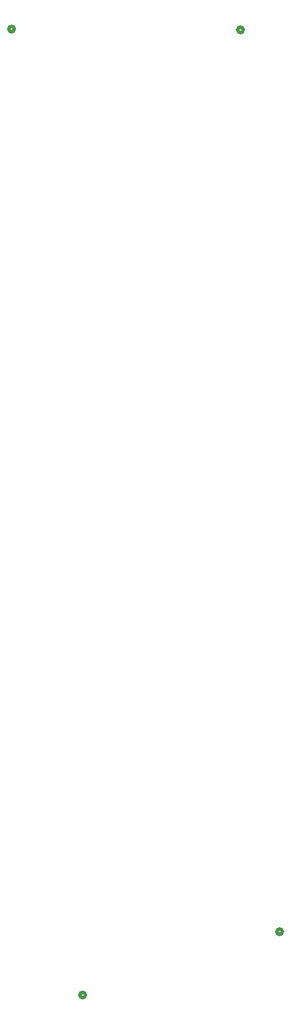
<source format=gbo>
%TF.GenerationSoftware,KiCad,Pcbnew,9.0.2*%
%TF.CreationDate,2025-06-02T11:57:38-04:00*%
%TF.ProjectId,Capstone_Interfacing_PCB,43617073-746f-46e6-955f-496e74657266,v0*%
%TF.SameCoordinates,Original*%
%TF.FileFunction,Legend,Bot*%
%TF.FilePolarity,Positive*%
%FSLAX46Y46*%
G04 Gerber Fmt 4.6, Leading zero omitted, Abs format (unit mm)*
G04 Created by KiCad (PCBNEW 9.0.2) date 2025-06-02 11:57:38*
%MOMM*%
%LPD*%
G01*
G04 APERTURE LIST*
%ADD10C,0.508000*%
G04 APERTURE END LIST*
D10*
%TO.C,J5*%
X148043002Y-20500000D02*
G75*
G02*
X147281002Y-20500000I-381000J0D01*
G01*
X147281002Y-20500000D02*
G75*
G02*
X148043002Y-20500000I381000J0D01*
G01*
%TO.C,J4*%
X126326000Y-153050000D02*
G75*
G02*
X125564000Y-153050000I-381000J0D01*
G01*
X125564000Y-153050000D02*
G75*
G02*
X126326000Y-153050000I381000J0D01*
G01*
%TO.C,J6*%
X116543001Y-20400000D02*
G75*
G02*
X115781001Y-20400000I-381000J0D01*
G01*
X115781001Y-20400000D02*
G75*
G02*
X116543001Y-20400000I381000J0D01*
G01*
%TO.C,J7*%
X153431000Y-144355000D02*
G75*
G02*
X152669000Y-144355000I-381000J0D01*
G01*
X152669000Y-144355000D02*
G75*
G02*
X153431000Y-144355000I381000J0D01*
G01*
%TD*%
%LPC*%
G36*
X31365151Y-155537301D02*
G01*
X31566623Y-155602763D01*
X31755373Y-155698936D01*
X31926755Y-155823452D01*
X32076548Y-155973245D01*
X32201064Y-156144627D01*
X32297237Y-156333377D01*
X32362699Y-156534849D01*
X32395838Y-156744080D01*
X32395838Y-156955920D01*
X32362699Y-157165151D01*
X32297237Y-157366623D01*
X32201064Y-157555373D01*
X32076548Y-157726755D01*
X31926755Y-157876548D01*
X31755373Y-158001064D01*
X31566623Y-158097237D01*
X31365151Y-158162699D01*
X31155920Y-158195838D01*
X30944080Y-158195838D01*
X30734849Y-158162699D01*
X30533377Y-158097237D01*
X30344627Y-158001064D01*
X30173245Y-157876548D01*
X30023452Y-157726755D01*
X29898936Y-157555373D01*
X29802763Y-157366623D01*
X29737301Y-157165151D01*
X29704162Y-156955920D01*
X29704162Y-156744080D01*
X29737301Y-156534849D01*
X29802763Y-156333377D01*
X29898936Y-156144627D01*
X30023452Y-155973245D01*
X30173245Y-155823452D01*
X30344627Y-155698936D01*
X30533377Y-155602763D01*
X30734849Y-155537301D01*
X30944080Y-155504162D01*
X31155920Y-155504162D01*
X31365151Y-155537301D01*
G37*
G36*
X157265151Y-155537301D02*
G01*
X157466623Y-155602763D01*
X157655373Y-155698936D01*
X157826755Y-155823452D01*
X157976548Y-155973245D01*
X158101064Y-156144627D01*
X158197237Y-156333377D01*
X158262699Y-156534849D01*
X158295838Y-156744080D01*
X158295838Y-156955920D01*
X158262699Y-157165151D01*
X158197237Y-157366623D01*
X158101064Y-157555373D01*
X157976548Y-157726755D01*
X157826755Y-157876548D01*
X157655373Y-158001064D01*
X157466623Y-158097237D01*
X157265151Y-158162699D01*
X157055920Y-158195838D01*
X156844080Y-158195838D01*
X156634849Y-158162699D01*
X156433377Y-158097237D01*
X156244627Y-158001064D01*
X156073245Y-157876548D01*
X155923452Y-157726755D01*
X155798936Y-157555373D01*
X155702763Y-157366623D01*
X155637301Y-157165151D01*
X155604162Y-156955920D01*
X155604162Y-156744080D01*
X155637301Y-156534849D01*
X155702763Y-156333377D01*
X155798936Y-156144627D01*
X155923452Y-155973245D01*
X156073245Y-155823452D01*
X156244627Y-155698936D01*
X156433377Y-155602763D01*
X156634849Y-155537301D01*
X156844080Y-155504162D01*
X157055920Y-155504162D01*
X157265151Y-155537301D01*
G37*
G36*
X50613073Y-147913460D02*
G01*
X51049513Y-147990416D01*
X51477585Y-148105118D01*
X51894032Y-148256692D01*
X52295683Y-148443985D01*
X52679482Y-148665571D01*
X53042508Y-148919765D01*
X53381998Y-149204631D01*
X53695369Y-149518002D01*
X53980235Y-149857492D01*
X54234429Y-150220518D01*
X54456015Y-150604317D01*
X54643308Y-151005968D01*
X54794882Y-151422415D01*
X54909584Y-151850487D01*
X54986540Y-152286927D01*
X55025165Y-152728414D01*
X55025165Y-153171586D01*
X54986540Y-153613073D01*
X54909584Y-154049513D01*
X54794882Y-154477585D01*
X54643308Y-154894032D01*
X54456015Y-155295683D01*
X54234429Y-155679482D01*
X53980235Y-156042508D01*
X53695369Y-156381998D01*
X53381998Y-156695369D01*
X53042508Y-156980235D01*
X52679482Y-157234429D01*
X52295683Y-157456015D01*
X51894032Y-157643308D01*
X51477585Y-157794882D01*
X51049513Y-157909584D01*
X50613073Y-157986540D01*
X50171586Y-158025165D01*
X49728414Y-158025165D01*
X49286927Y-157986540D01*
X48850487Y-157909584D01*
X48422415Y-157794882D01*
X48005968Y-157643308D01*
X47604317Y-157456015D01*
X47220518Y-157234429D01*
X46857492Y-156980235D01*
X46518002Y-156695369D01*
X46204631Y-156381998D01*
X45919765Y-156042508D01*
X45665571Y-155679482D01*
X45443985Y-155295683D01*
X45256692Y-154894032D01*
X45105118Y-154477585D01*
X44990416Y-154049513D01*
X44913460Y-153613073D01*
X44874835Y-153171586D01*
X44874835Y-152728414D01*
X44913460Y-152286927D01*
X44990416Y-151850487D01*
X45105118Y-151422415D01*
X45256692Y-151005968D01*
X45443985Y-150604317D01*
X45665571Y-150220518D01*
X45919765Y-149857492D01*
X46204631Y-149518002D01*
X46518002Y-149204631D01*
X46857492Y-148919765D01*
X47220518Y-148665571D01*
X47604317Y-148443985D01*
X48005968Y-148256692D01*
X48422415Y-148105118D01*
X48850487Y-147990416D01*
X49286927Y-147913460D01*
X49728414Y-147874835D01*
X50171586Y-147874835D01*
X50613073Y-147913460D01*
G37*
G36*
X130611750Y-152187127D02*
G01*
X130775058Y-152254772D01*
X130922032Y-152352976D01*
X131047024Y-152477968D01*
X131145228Y-152624942D01*
X131212873Y-152788250D01*
X131247358Y-152961618D01*
X131247358Y-153138382D01*
X131212873Y-153311750D01*
X131145228Y-153475058D01*
X131047024Y-153622032D01*
X130922032Y-153747024D01*
X130775058Y-153845228D01*
X130611750Y-153912873D01*
X130438382Y-153947358D01*
X130261618Y-153947358D01*
X130088250Y-153912873D01*
X129924942Y-153845228D01*
X129777968Y-153747024D01*
X129652976Y-153622032D01*
X129554772Y-153475058D01*
X129487127Y-153311750D01*
X129452642Y-153138382D01*
X129452642Y-152961618D01*
X129487127Y-152788250D01*
X129554772Y-152624942D01*
X129652976Y-152477968D01*
X129777968Y-152352976D01*
X129924942Y-152254772D01*
X130088250Y-152187127D01*
X130261618Y-152152642D01*
X130438382Y-152152642D01*
X130611750Y-152187127D01*
G37*
G36*
X135611750Y-152187127D02*
G01*
X135775058Y-152254772D01*
X135922032Y-152352976D01*
X136047024Y-152477968D01*
X136145228Y-152624942D01*
X136212873Y-152788250D01*
X136247358Y-152961618D01*
X136247358Y-153138382D01*
X136212873Y-153311750D01*
X136145228Y-153475058D01*
X136047024Y-153622032D01*
X135922032Y-153747024D01*
X135775058Y-153845228D01*
X135611750Y-153912873D01*
X135438382Y-153947358D01*
X135261618Y-153947358D01*
X135088250Y-153912873D01*
X134924942Y-153845228D01*
X134777968Y-153747024D01*
X134652976Y-153622032D01*
X134554772Y-153475058D01*
X134487127Y-153311750D01*
X134452642Y-153138382D01*
X134452642Y-152961618D01*
X134487127Y-152788250D01*
X134554772Y-152624942D01*
X134652976Y-152477968D01*
X134777968Y-152352976D01*
X134924942Y-152254772D01*
X135088250Y-152187127D01*
X135261618Y-152152642D01*
X135438382Y-152152642D01*
X135611750Y-152187127D01*
G37*
G36*
X140611750Y-152187127D02*
G01*
X140775058Y-152254772D01*
X140922032Y-152352976D01*
X141047024Y-152477968D01*
X141145228Y-152624942D01*
X141212873Y-152788250D01*
X141247358Y-152961618D01*
X141247358Y-153138382D01*
X141212873Y-153311750D01*
X141145228Y-153475058D01*
X141047024Y-153622032D01*
X140922032Y-153747024D01*
X140775058Y-153845228D01*
X140611750Y-153912873D01*
X140438382Y-153947358D01*
X140261618Y-153947358D01*
X140088250Y-153912873D01*
X139924942Y-153845228D01*
X139777968Y-153747024D01*
X139652976Y-153622032D01*
X139554772Y-153475058D01*
X139487127Y-153311750D01*
X139452642Y-153138382D01*
X139452642Y-152961618D01*
X139487127Y-152788250D01*
X139554772Y-152624942D01*
X139652976Y-152477968D01*
X139777968Y-152352976D01*
X139924942Y-152254772D01*
X140088250Y-152187127D01*
X140261618Y-152152642D01*
X140438382Y-152152642D01*
X140611750Y-152187127D01*
G37*
G36*
X76543620Y-149631721D02*
G01*
X76664422Y-149681759D01*
X76773140Y-149754402D01*
X76865598Y-149846860D01*
X76938241Y-149955578D01*
X76988279Y-150076380D01*
X77013788Y-150204623D01*
X77013788Y-150335377D01*
X76988279Y-150463620D01*
X76938241Y-150584422D01*
X76865598Y-150693140D01*
X76773140Y-150785598D01*
X76664422Y-150858241D01*
X76543620Y-150908279D01*
X76415377Y-150933788D01*
X76284623Y-150933788D01*
X76156380Y-150908279D01*
X76035578Y-150858241D01*
X75926860Y-150785598D01*
X75834402Y-150693140D01*
X75761759Y-150584422D01*
X75711721Y-150463620D01*
X75686212Y-150335377D01*
X75686212Y-150204623D01*
X75711721Y-150076380D01*
X75761759Y-149955578D01*
X75834402Y-149846860D01*
X75926860Y-149754402D01*
X76035578Y-149681759D01*
X76156380Y-149631721D01*
X76284623Y-149606212D01*
X76415377Y-149606212D01*
X76543620Y-149631721D01*
G37*
G36*
X84483620Y-149631721D02*
G01*
X84604422Y-149681759D01*
X84713140Y-149754402D01*
X84805598Y-149846860D01*
X84878241Y-149955578D01*
X84928279Y-150076380D01*
X84953788Y-150204623D01*
X84953788Y-150335377D01*
X84928279Y-150463620D01*
X84878241Y-150584422D01*
X84805598Y-150693140D01*
X84713140Y-150785598D01*
X84604422Y-150858241D01*
X84483620Y-150908279D01*
X84355377Y-150933788D01*
X84224623Y-150933788D01*
X84096380Y-150908279D01*
X83975578Y-150858241D01*
X83866860Y-150785598D01*
X83774402Y-150693140D01*
X83701759Y-150584422D01*
X83651721Y-150463620D01*
X83626212Y-150335377D01*
X83626212Y-150204623D01*
X83651721Y-150076380D01*
X83701759Y-149955578D01*
X83774402Y-149846860D01*
X83866860Y-149754402D01*
X83975578Y-149681759D01*
X84096380Y-149631721D01*
X84224623Y-149606212D01*
X84355377Y-149606212D01*
X84483620Y-149631721D01*
G37*
G36*
X76543620Y-147091721D02*
G01*
X76664422Y-147141759D01*
X76773140Y-147214402D01*
X76865598Y-147306860D01*
X76938241Y-147415578D01*
X76988279Y-147536380D01*
X77013788Y-147664623D01*
X77013788Y-147795377D01*
X76988279Y-147923620D01*
X76938241Y-148044422D01*
X76865598Y-148153140D01*
X76773140Y-148245598D01*
X76664422Y-148318241D01*
X76543620Y-148368279D01*
X76415377Y-148393788D01*
X76284623Y-148393788D01*
X76156380Y-148368279D01*
X76035578Y-148318241D01*
X75926860Y-148245598D01*
X75834402Y-148153140D01*
X75761759Y-148044422D01*
X75711721Y-147923620D01*
X75686212Y-147795377D01*
X75686212Y-147664623D01*
X75711721Y-147536380D01*
X75761759Y-147415578D01*
X75834402Y-147306860D01*
X75926860Y-147214402D01*
X76035578Y-147141759D01*
X76156380Y-147091721D01*
X76284623Y-147066212D01*
X76415377Y-147066212D01*
X76543620Y-147091721D01*
G37*
G36*
X84483620Y-147091721D02*
G01*
X84604422Y-147141759D01*
X84713140Y-147214402D01*
X84805598Y-147306860D01*
X84878241Y-147415578D01*
X84928279Y-147536380D01*
X84953788Y-147664623D01*
X84953788Y-147795377D01*
X84928279Y-147923620D01*
X84878241Y-148044422D01*
X84805598Y-148153140D01*
X84713140Y-148245598D01*
X84604422Y-148318241D01*
X84483620Y-148368279D01*
X84355377Y-148393788D01*
X84224623Y-148393788D01*
X84096380Y-148368279D01*
X83975578Y-148318241D01*
X83866860Y-148245598D01*
X83774402Y-148153140D01*
X83701759Y-148044422D01*
X83651721Y-147923620D01*
X83626212Y-147795377D01*
X83626212Y-147664623D01*
X83651721Y-147536380D01*
X83701759Y-147415578D01*
X83774402Y-147306860D01*
X83866860Y-147214402D01*
X83975578Y-147141759D01*
X84096380Y-147091721D01*
X84224623Y-147066212D01*
X84355377Y-147066212D01*
X84483620Y-147091721D01*
G37*
G36*
X76543620Y-144551721D02*
G01*
X76664422Y-144601759D01*
X76773140Y-144674402D01*
X76865598Y-144766860D01*
X76938241Y-144875578D01*
X76988279Y-144996380D01*
X77013788Y-145124623D01*
X77013788Y-145255377D01*
X76988279Y-145383620D01*
X76938241Y-145504422D01*
X76865598Y-145613140D01*
X76773140Y-145705598D01*
X76664422Y-145778241D01*
X76543620Y-145828279D01*
X76415377Y-145853788D01*
X76284623Y-145853788D01*
X76156380Y-145828279D01*
X76035578Y-145778241D01*
X75926860Y-145705598D01*
X75834402Y-145613140D01*
X75761759Y-145504422D01*
X75711721Y-145383620D01*
X75686212Y-145255377D01*
X75686212Y-145124623D01*
X75711721Y-144996380D01*
X75761759Y-144875578D01*
X75834402Y-144766860D01*
X75926860Y-144674402D01*
X76035578Y-144601759D01*
X76156380Y-144551721D01*
X76284623Y-144526212D01*
X76415377Y-144526212D01*
X76543620Y-144551721D01*
G37*
G36*
X84483620Y-144551721D02*
G01*
X84604422Y-144601759D01*
X84713140Y-144674402D01*
X84805598Y-144766860D01*
X84878241Y-144875578D01*
X84928279Y-144996380D01*
X84953788Y-145124623D01*
X84953788Y-145255377D01*
X84928279Y-145383620D01*
X84878241Y-145504422D01*
X84805598Y-145613140D01*
X84713140Y-145705598D01*
X84604422Y-145778241D01*
X84483620Y-145828279D01*
X84355377Y-145853788D01*
X84224623Y-145853788D01*
X84096380Y-145828279D01*
X83975578Y-145778241D01*
X83866860Y-145705598D01*
X83774402Y-145613140D01*
X83701759Y-145504422D01*
X83651721Y-145383620D01*
X83626212Y-145255377D01*
X83626212Y-145124623D01*
X83651721Y-144996380D01*
X83701759Y-144875578D01*
X83774402Y-144766860D01*
X83866860Y-144674402D01*
X83975578Y-144601759D01*
X84096380Y-144551721D01*
X84224623Y-144526212D01*
X84355377Y-144526212D01*
X84483620Y-144551721D01*
G37*
G36*
X76954034Y-141990764D02*
G01*
X76987125Y-142012875D01*
X77009236Y-142045966D01*
X77017000Y-142085000D01*
X77017000Y-143215000D01*
X77009236Y-143254034D01*
X76987125Y-143287125D01*
X76954034Y-143309236D01*
X76915000Y-143317000D01*
X75785000Y-143317000D01*
X75745966Y-143309236D01*
X75712875Y-143287125D01*
X75690764Y-143254034D01*
X75683000Y-143215000D01*
X75683000Y-142085000D01*
X75690764Y-142045966D01*
X75712875Y-142012875D01*
X75745966Y-141990764D01*
X75785000Y-141983000D01*
X76915000Y-141983000D01*
X76954034Y-141990764D01*
G37*
G36*
X84483620Y-142011721D02*
G01*
X84604422Y-142061759D01*
X84713140Y-142134402D01*
X84805598Y-142226860D01*
X84878241Y-142335578D01*
X84928279Y-142456380D01*
X84953788Y-142584623D01*
X84953788Y-142715377D01*
X84928279Y-142843620D01*
X84878241Y-142964422D01*
X84805598Y-143073140D01*
X84713140Y-143165598D01*
X84604422Y-143238241D01*
X84483620Y-143288279D01*
X84355377Y-143313788D01*
X84224623Y-143313788D01*
X84096380Y-143288279D01*
X83975578Y-143238241D01*
X83866860Y-143165598D01*
X83774402Y-143073140D01*
X83701759Y-142964422D01*
X83651721Y-142843620D01*
X83626212Y-142715377D01*
X83626212Y-142584623D01*
X83651721Y-142456380D01*
X83701759Y-142335578D01*
X83774402Y-142226860D01*
X83866860Y-142134402D01*
X83975578Y-142061759D01*
X84096380Y-142011721D01*
X84224623Y-141986212D01*
X84355377Y-141986212D01*
X84483620Y-142011721D01*
G37*
G36*
X36013073Y-132913460D02*
G01*
X36449513Y-132990416D01*
X36877585Y-133105118D01*
X37294032Y-133256692D01*
X37695683Y-133443985D01*
X38079482Y-133665571D01*
X38442508Y-133919765D01*
X38781998Y-134204631D01*
X39095369Y-134518002D01*
X39380235Y-134857492D01*
X39634429Y-135220518D01*
X39856015Y-135604317D01*
X40043308Y-136005968D01*
X40194882Y-136422415D01*
X40309584Y-136850487D01*
X40386540Y-137286927D01*
X40425165Y-137728414D01*
X40425165Y-138171586D01*
X40386540Y-138613073D01*
X40309584Y-139049513D01*
X40194882Y-139477585D01*
X40043308Y-139894032D01*
X39856015Y-140295683D01*
X39634429Y-140679482D01*
X39380235Y-141042508D01*
X39095369Y-141381998D01*
X38781998Y-141695369D01*
X38442508Y-141980235D01*
X38079482Y-142234429D01*
X37695683Y-142456015D01*
X37294032Y-142643308D01*
X36877585Y-142794882D01*
X36449513Y-142909584D01*
X36013073Y-142986540D01*
X35571586Y-143025165D01*
X35128414Y-143025165D01*
X34686927Y-142986540D01*
X34250487Y-142909584D01*
X33822415Y-142794882D01*
X33405968Y-142643308D01*
X33004317Y-142456015D01*
X32620518Y-142234429D01*
X32257492Y-141980235D01*
X31918002Y-141695369D01*
X31604631Y-141381998D01*
X31319765Y-141042508D01*
X31065571Y-140679482D01*
X30843985Y-140295683D01*
X30656692Y-139894032D01*
X30505118Y-139477585D01*
X30390416Y-139049513D01*
X30313460Y-138613073D01*
X30274835Y-138171586D01*
X30274835Y-137728414D01*
X30313460Y-137286927D01*
X30390416Y-136850487D01*
X30505118Y-136422415D01*
X30656692Y-136005968D01*
X30843985Y-135604317D01*
X31065571Y-135220518D01*
X31319765Y-134857492D01*
X31604631Y-134518002D01*
X31918002Y-134204631D01*
X32257492Y-133919765D01*
X32620518Y-133665571D01*
X33004317Y-133443985D01*
X33405968Y-133256692D01*
X33822415Y-133105118D01*
X34250487Y-132990416D01*
X34686927Y-132913460D01*
X35128414Y-132874835D01*
X35571586Y-132874835D01*
X36013073Y-132913460D01*
G37*
G36*
X153311750Y-139087127D02*
G01*
X153475058Y-139154772D01*
X153622032Y-139252976D01*
X153747024Y-139377968D01*
X153845228Y-139524942D01*
X153912873Y-139688250D01*
X153947358Y-139861618D01*
X153947358Y-140038382D01*
X153912873Y-140211750D01*
X153845228Y-140375058D01*
X153747024Y-140522032D01*
X153622032Y-140647024D01*
X153475058Y-140745228D01*
X153311750Y-140812873D01*
X153138382Y-140847358D01*
X152961618Y-140847358D01*
X152788250Y-140812873D01*
X152624942Y-140745228D01*
X152477968Y-140647024D01*
X152352976Y-140522032D01*
X152254772Y-140375058D01*
X152187127Y-140211750D01*
X152152642Y-140038382D01*
X152152642Y-139861618D01*
X152187127Y-139688250D01*
X152254772Y-139524942D01*
X152352976Y-139377968D01*
X152477968Y-139252976D01*
X152624942Y-139154772D01*
X152788250Y-139087127D01*
X152961618Y-139052642D01*
X153138382Y-139052642D01*
X153311750Y-139087127D01*
G37*
G36*
X94043620Y-138931721D02*
G01*
X94164422Y-138981759D01*
X94273140Y-139054402D01*
X94365598Y-139146860D01*
X94438241Y-139255578D01*
X94488279Y-139376380D01*
X94513788Y-139504623D01*
X94513788Y-139635377D01*
X94488279Y-139763620D01*
X94438241Y-139884422D01*
X94365598Y-139993140D01*
X94273140Y-140085598D01*
X94164422Y-140158241D01*
X94043620Y-140208279D01*
X93915377Y-140233788D01*
X93784623Y-140233788D01*
X93656380Y-140208279D01*
X93535578Y-140158241D01*
X93426860Y-140085598D01*
X93334402Y-139993140D01*
X93261759Y-139884422D01*
X93211721Y-139763620D01*
X93186212Y-139635377D01*
X93186212Y-139504623D01*
X93211721Y-139376380D01*
X93261759Y-139255578D01*
X93334402Y-139146860D01*
X93426860Y-139054402D01*
X93535578Y-138981759D01*
X93656380Y-138931721D01*
X93784623Y-138906212D01*
X93915377Y-138906212D01*
X94043620Y-138931721D01*
G37*
G36*
X101983620Y-138931721D02*
G01*
X102104422Y-138981759D01*
X102213140Y-139054402D01*
X102305598Y-139146860D01*
X102378241Y-139255578D01*
X102428279Y-139376380D01*
X102453788Y-139504623D01*
X102453788Y-139635377D01*
X102428279Y-139763620D01*
X102378241Y-139884422D01*
X102305598Y-139993140D01*
X102213140Y-140085598D01*
X102104422Y-140158241D01*
X101983620Y-140208279D01*
X101855377Y-140233788D01*
X101724623Y-140233788D01*
X101596380Y-140208279D01*
X101475578Y-140158241D01*
X101366860Y-140085598D01*
X101274402Y-139993140D01*
X101201759Y-139884422D01*
X101151721Y-139763620D01*
X101126212Y-139635377D01*
X101126212Y-139504623D01*
X101151721Y-139376380D01*
X101201759Y-139255578D01*
X101274402Y-139146860D01*
X101366860Y-139054402D01*
X101475578Y-138981759D01*
X101596380Y-138931721D01*
X101724623Y-138906212D01*
X101855377Y-138906212D01*
X101983620Y-138931721D01*
G37*
G36*
X94043620Y-136391721D02*
G01*
X94164422Y-136441759D01*
X94273140Y-136514402D01*
X94365598Y-136606860D01*
X94438241Y-136715578D01*
X94488279Y-136836380D01*
X94513788Y-136964623D01*
X94513788Y-137095377D01*
X94488279Y-137223620D01*
X94438241Y-137344422D01*
X94365598Y-137453140D01*
X94273140Y-137545598D01*
X94164422Y-137618241D01*
X94043620Y-137668279D01*
X93915377Y-137693788D01*
X93784623Y-137693788D01*
X93656380Y-137668279D01*
X93535578Y-137618241D01*
X93426860Y-137545598D01*
X93334402Y-137453140D01*
X93261759Y-137344422D01*
X93211721Y-137223620D01*
X93186212Y-137095377D01*
X93186212Y-136964623D01*
X93211721Y-136836380D01*
X93261759Y-136715578D01*
X93334402Y-136606860D01*
X93426860Y-136514402D01*
X93535578Y-136441759D01*
X93656380Y-136391721D01*
X93784623Y-136366212D01*
X93915377Y-136366212D01*
X94043620Y-136391721D01*
G37*
G36*
X101983620Y-136391721D02*
G01*
X102104422Y-136441759D01*
X102213140Y-136514402D01*
X102305598Y-136606860D01*
X102378241Y-136715578D01*
X102428279Y-136836380D01*
X102453788Y-136964623D01*
X102453788Y-137095377D01*
X102428279Y-137223620D01*
X102378241Y-137344422D01*
X102305598Y-137453140D01*
X102213140Y-137545598D01*
X102104422Y-137618241D01*
X101983620Y-137668279D01*
X101855377Y-137693788D01*
X101724623Y-137693788D01*
X101596380Y-137668279D01*
X101475578Y-137618241D01*
X101366860Y-137545598D01*
X101274402Y-137453140D01*
X101201759Y-137344422D01*
X101151721Y-137223620D01*
X101126212Y-137095377D01*
X101126212Y-136964623D01*
X101151721Y-136836380D01*
X101201759Y-136715578D01*
X101274402Y-136606860D01*
X101366860Y-136514402D01*
X101475578Y-136441759D01*
X101596380Y-136391721D01*
X101724623Y-136366212D01*
X101855377Y-136366212D01*
X101983620Y-136391721D01*
G37*
G36*
X153311750Y-134087127D02*
G01*
X153475058Y-134154772D01*
X153622032Y-134252976D01*
X153747024Y-134377968D01*
X153845228Y-134524942D01*
X153912873Y-134688250D01*
X153947358Y-134861618D01*
X153947358Y-135038382D01*
X153912873Y-135211750D01*
X153845228Y-135375058D01*
X153747024Y-135522032D01*
X153622032Y-135647024D01*
X153475058Y-135745228D01*
X153311750Y-135812873D01*
X153138382Y-135847358D01*
X152961618Y-135847358D01*
X152788250Y-135812873D01*
X152624942Y-135745228D01*
X152477968Y-135647024D01*
X152352976Y-135522032D01*
X152254772Y-135375058D01*
X152187127Y-135211750D01*
X152152642Y-135038382D01*
X152152642Y-134861618D01*
X152187127Y-134688250D01*
X152254772Y-134524942D01*
X152352976Y-134377968D01*
X152477968Y-134252976D01*
X152624942Y-134154772D01*
X152788250Y-134087127D01*
X152961618Y-134052642D01*
X153138382Y-134052642D01*
X153311750Y-134087127D01*
G37*
G36*
X94043620Y-133851721D02*
G01*
X94164422Y-133901759D01*
X94273140Y-133974402D01*
X94365598Y-134066860D01*
X94438241Y-134175578D01*
X94488279Y-134296380D01*
X94513788Y-134424623D01*
X94513788Y-134555377D01*
X94488279Y-134683620D01*
X94438241Y-134804422D01*
X94365598Y-134913140D01*
X94273140Y-135005598D01*
X94164422Y-135078241D01*
X94043620Y-135128279D01*
X93915377Y-135153788D01*
X93784623Y-135153788D01*
X93656380Y-135128279D01*
X93535578Y-135078241D01*
X93426860Y-135005598D01*
X93334402Y-134913140D01*
X93261759Y-134804422D01*
X93211721Y-134683620D01*
X93186212Y-134555377D01*
X93186212Y-134424623D01*
X93211721Y-134296380D01*
X93261759Y-134175578D01*
X93334402Y-134066860D01*
X93426860Y-133974402D01*
X93535578Y-133901759D01*
X93656380Y-133851721D01*
X93784623Y-133826212D01*
X93915377Y-133826212D01*
X94043620Y-133851721D01*
G37*
G36*
X101983620Y-133851721D02*
G01*
X102104422Y-133901759D01*
X102213140Y-133974402D01*
X102305598Y-134066860D01*
X102378241Y-134175578D01*
X102428279Y-134296380D01*
X102453788Y-134424623D01*
X102453788Y-134555377D01*
X102428279Y-134683620D01*
X102378241Y-134804422D01*
X102305598Y-134913140D01*
X102213140Y-135005598D01*
X102104422Y-135078241D01*
X101983620Y-135128279D01*
X101855377Y-135153788D01*
X101724623Y-135153788D01*
X101596380Y-135128279D01*
X101475578Y-135078241D01*
X101366860Y-135005598D01*
X101274402Y-134913140D01*
X101201759Y-134804422D01*
X101151721Y-134683620D01*
X101126212Y-134555377D01*
X101126212Y-134424623D01*
X101151721Y-134296380D01*
X101201759Y-134175578D01*
X101274402Y-134066860D01*
X101366860Y-133974402D01*
X101475578Y-133901759D01*
X101596380Y-133851721D01*
X101724623Y-133826212D01*
X101855377Y-133826212D01*
X101983620Y-133851721D01*
G37*
G36*
X94454034Y-131290764D02*
G01*
X94487125Y-131312875D01*
X94509236Y-131345966D01*
X94517000Y-131385000D01*
X94517000Y-132515000D01*
X94509236Y-132554034D01*
X94487125Y-132587125D01*
X94454034Y-132609236D01*
X94415000Y-132617000D01*
X93285000Y-132617000D01*
X93245966Y-132609236D01*
X93212875Y-132587125D01*
X93190764Y-132554034D01*
X93183000Y-132515000D01*
X93183000Y-131385000D01*
X93190764Y-131345966D01*
X93212875Y-131312875D01*
X93245966Y-131290764D01*
X93285000Y-131283000D01*
X94415000Y-131283000D01*
X94454034Y-131290764D01*
G37*
G36*
X101983620Y-131311721D02*
G01*
X102104422Y-131361759D01*
X102213140Y-131434402D01*
X102305598Y-131526860D01*
X102378241Y-131635578D01*
X102428279Y-131756380D01*
X102453788Y-131884623D01*
X102453788Y-132015377D01*
X102428279Y-132143620D01*
X102378241Y-132264422D01*
X102305598Y-132373140D01*
X102213140Y-132465598D01*
X102104422Y-132538241D01*
X101983620Y-132588279D01*
X101855377Y-132613788D01*
X101724623Y-132613788D01*
X101596380Y-132588279D01*
X101475578Y-132538241D01*
X101366860Y-132465598D01*
X101274402Y-132373140D01*
X101201759Y-132264422D01*
X101151721Y-132143620D01*
X101126212Y-132015377D01*
X101126212Y-131884623D01*
X101151721Y-131756380D01*
X101201759Y-131635578D01*
X101274402Y-131526860D01*
X101366860Y-131434402D01*
X101475578Y-131361759D01*
X101596380Y-131311721D01*
X101724623Y-131286212D01*
X101855377Y-131286212D01*
X101983620Y-131311721D01*
G37*
G36*
X153311750Y-129087127D02*
G01*
X153475058Y-129154772D01*
X153622032Y-129252976D01*
X153747024Y-129377968D01*
X153845228Y-129524942D01*
X153912873Y-129688250D01*
X153947358Y-129861618D01*
X153947358Y-130038382D01*
X153912873Y-130211750D01*
X153845228Y-130375058D01*
X153747024Y-130522032D01*
X153622032Y-130647024D01*
X153475058Y-130745228D01*
X153311750Y-130812873D01*
X153138382Y-130847358D01*
X152961618Y-130847358D01*
X152788250Y-130812873D01*
X152624942Y-130745228D01*
X152477968Y-130647024D01*
X152352976Y-130522032D01*
X152254772Y-130375058D01*
X152187127Y-130211750D01*
X152152642Y-130038382D01*
X152152642Y-129861618D01*
X152187127Y-129688250D01*
X152254772Y-129524942D01*
X152352976Y-129377968D01*
X152477968Y-129252976D01*
X152624942Y-129154772D01*
X152788250Y-129087127D01*
X152961618Y-129052642D01*
X153138382Y-129052642D01*
X153311750Y-129087127D01*
G37*
G36*
X113073620Y-128121721D02*
G01*
X113194422Y-128171759D01*
X113303140Y-128244402D01*
X113395598Y-128336860D01*
X113468241Y-128445578D01*
X113518279Y-128566380D01*
X113543788Y-128694623D01*
X113543788Y-128825377D01*
X113518279Y-128953620D01*
X113468241Y-129074422D01*
X113395598Y-129183140D01*
X113303140Y-129275598D01*
X113194422Y-129348241D01*
X113073620Y-129398279D01*
X112945377Y-129423788D01*
X112814623Y-129423788D01*
X112686380Y-129398279D01*
X112565578Y-129348241D01*
X112456860Y-129275598D01*
X112364402Y-129183140D01*
X112291759Y-129074422D01*
X112241721Y-128953620D01*
X112216212Y-128825377D01*
X112216212Y-128694623D01*
X112241721Y-128566380D01*
X112291759Y-128445578D01*
X112364402Y-128336860D01*
X112456860Y-128244402D01*
X112565578Y-128171759D01*
X112686380Y-128121721D01*
X112814623Y-128096212D01*
X112945377Y-128096212D01*
X113073620Y-128121721D01*
G37*
G36*
X121013620Y-128121721D02*
G01*
X121134422Y-128171759D01*
X121243140Y-128244402D01*
X121335598Y-128336860D01*
X121408241Y-128445578D01*
X121458279Y-128566380D01*
X121483788Y-128694623D01*
X121483788Y-128825377D01*
X121458279Y-128953620D01*
X121408241Y-129074422D01*
X121335598Y-129183140D01*
X121243140Y-129275598D01*
X121134422Y-129348241D01*
X121013620Y-129398279D01*
X120885377Y-129423788D01*
X120754623Y-129423788D01*
X120626380Y-129398279D01*
X120505578Y-129348241D01*
X120396860Y-129275598D01*
X120304402Y-129183140D01*
X120231759Y-129074422D01*
X120181721Y-128953620D01*
X120156212Y-128825377D01*
X120156212Y-128694623D01*
X120181721Y-128566380D01*
X120231759Y-128445578D01*
X120304402Y-128336860D01*
X120396860Y-128244402D01*
X120505578Y-128171759D01*
X120626380Y-128121721D01*
X120754623Y-128096212D01*
X120885377Y-128096212D01*
X121013620Y-128121721D01*
G37*
G36*
X113073620Y-125581721D02*
G01*
X113194422Y-125631759D01*
X113303140Y-125704402D01*
X113395598Y-125796860D01*
X113468241Y-125905578D01*
X113518279Y-126026380D01*
X113543788Y-126154623D01*
X113543788Y-126285377D01*
X113518279Y-126413620D01*
X113468241Y-126534422D01*
X113395598Y-126643140D01*
X113303140Y-126735598D01*
X113194422Y-126808241D01*
X113073620Y-126858279D01*
X112945377Y-126883788D01*
X112814623Y-126883788D01*
X112686380Y-126858279D01*
X112565578Y-126808241D01*
X112456860Y-126735598D01*
X112364402Y-126643140D01*
X112291759Y-126534422D01*
X112241721Y-126413620D01*
X112216212Y-126285377D01*
X112216212Y-126154623D01*
X112241721Y-126026380D01*
X112291759Y-125905578D01*
X112364402Y-125796860D01*
X112456860Y-125704402D01*
X112565578Y-125631759D01*
X112686380Y-125581721D01*
X112814623Y-125556212D01*
X112945377Y-125556212D01*
X113073620Y-125581721D01*
G37*
G36*
X121013620Y-125581721D02*
G01*
X121134422Y-125631759D01*
X121243140Y-125704402D01*
X121335598Y-125796860D01*
X121408241Y-125905578D01*
X121458279Y-126026380D01*
X121483788Y-126154623D01*
X121483788Y-126285377D01*
X121458279Y-126413620D01*
X121408241Y-126534422D01*
X121335598Y-126643140D01*
X121243140Y-126735598D01*
X121134422Y-126808241D01*
X121013620Y-126858279D01*
X120885377Y-126883788D01*
X120754623Y-126883788D01*
X120626380Y-126858279D01*
X120505578Y-126808241D01*
X120396860Y-126735598D01*
X120304402Y-126643140D01*
X120231759Y-126534422D01*
X120181721Y-126413620D01*
X120156212Y-126285377D01*
X120156212Y-126154623D01*
X120181721Y-126026380D01*
X120231759Y-125905578D01*
X120304402Y-125796860D01*
X120396860Y-125704402D01*
X120505578Y-125631759D01*
X120626380Y-125581721D01*
X120754623Y-125556212D01*
X120885377Y-125556212D01*
X121013620Y-125581721D01*
G37*
G36*
X36113073Y-115743460D02*
G01*
X36549513Y-115820416D01*
X36977585Y-115935118D01*
X37394032Y-116086692D01*
X37795683Y-116273985D01*
X38179482Y-116495571D01*
X38542508Y-116749765D01*
X38881998Y-117034631D01*
X39195369Y-117348002D01*
X39480235Y-117687492D01*
X39734429Y-118050518D01*
X39956015Y-118434317D01*
X40143308Y-118835968D01*
X40294882Y-119252415D01*
X40409584Y-119680487D01*
X40486540Y-120116927D01*
X40525165Y-120558414D01*
X40525165Y-121001586D01*
X40486540Y-121443073D01*
X40409584Y-121879513D01*
X40294882Y-122307585D01*
X40143308Y-122724032D01*
X39956015Y-123125683D01*
X39734429Y-123509482D01*
X39480235Y-123872508D01*
X39195369Y-124211998D01*
X38881998Y-124525369D01*
X38542508Y-124810235D01*
X38179482Y-125064429D01*
X37795683Y-125286015D01*
X37394032Y-125473308D01*
X36977585Y-125624882D01*
X36549513Y-125739584D01*
X36113073Y-125816540D01*
X35671586Y-125855165D01*
X35228414Y-125855165D01*
X34786927Y-125816540D01*
X34350487Y-125739584D01*
X33922415Y-125624882D01*
X33505968Y-125473308D01*
X33104317Y-125286015D01*
X32720518Y-125064429D01*
X32357492Y-124810235D01*
X32018002Y-124525369D01*
X31704631Y-124211998D01*
X31419765Y-123872508D01*
X31165571Y-123509482D01*
X30943985Y-123125683D01*
X30756692Y-122724032D01*
X30605118Y-122307585D01*
X30490416Y-121879513D01*
X30413460Y-121443073D01*
X30374835Y-121001586D01*
X30374835Y-120558414D01*
X30413460Y-120116927D01*
X30490416Y-119680487D01*
X30605118Y-119252415D01*
X30756692Y-118835968D01*
X30943985Y-118434317D01*
X31165571Y-118050518D01*
X31419765Y-117687492D01*
X31704631Y-117348002D01*
X32018002Y-117034631D01*
X32357492Y-116749765D01*
X32720518Y-116495571D01*
X33104317Y-116273985D01*
X33505968Y-116086692D01*
X33922415Y-115935118D01*
X34350487Y-115820416D01*
X34786927Y-115743460D01*
X35228414Y-115704835D01*
X35671586Y-115704835D01*
X36113073Y-115743460D01*
G37*
G36*
X113073620Y-123041721D02*
G01*
X113194422Y-123091759D01*
X113303140Y-123164402D01*
X113395598Y-123256860D01*
X113468241Y-123365578D01*
X113518279Y-123486380D01*
X113543788Y-123614623D01*
X113543788Y-123745377D01*
X113518279Y-123873620D01*
X113468241Y-123994422D01*
X113395598Y-124103140D01*
X113303140Y-124195598D01*
X113194422Y-124268241D01*
X113073620Y-124318279D01*
X112945377Y-124343788D01*
X112814623Y-124343788D01*
X112686380Y-124318279D01*
X112565578Y-124268241D01*
X112456860Y-124195598D01*
X112364402Y-124103140D01*
X112291759Y-123994422D01*
X112241721Y-123873620D01*
X112216212Y-123745377D01*
X112216212Y-123614623D01*
X112241721Y-123486380D01*
X112291759Y-123365578D01*
X112364402Y-123256860D01*
X112456860Y-123164402D01*
X112565578Y-123091759D01*
X112686380Y-123041721D01*
X112814623Y-123016212D01*
X112945377Y-123016212D01*
X113073620Y-123041721D01*
G37*
G36*
X121013620Y-123041721D02*
G01*
X121134422Y-123091759D01*
X121243140Y-123164402D01*
X121335598Y-123256860D01*
X121408241Y-123365578D01*
X121458279Y-123486380D01*
X121483788Y-123614623D01*
X121483788Y-123745377D01*
X121458279Y-123873620D01*
X121408241Y-123994422D01*
X121335598Y-124103140D01*
X121243140Y-124195598D01*
X121134422Y-124268241D01*
X121013620Y-124318279D01*
X120885377Y-124343788D01*
X120754623Y-124343788D01*
X120626380Y-124318279D01*
X120505578Y-124268241D01*
X120396860Y-124195598D01*
X120304402Y-124103140D01*
X120231759Y-123994422D01*
X120181721Y-123873620D01*
X120156212Y-123745377D01*
X120156212Y-123614623D01*
X120181721Y-123486380D01*
X120231759Y-123365578D01*
X120304402Y-123256860D01*
X120396860Y-123164402D01*
X120505578Y-123091759D01*
X120626380Y-123041721D01*
X120754623Y-123016212D01*
X120885377Y-123016212D01*
X121013620Y-123041721D01*
G37*
G36*
X113484034Y-120480764D02*
G01*
X113517125Y-120502875D01*
X113539236Y-120535966D01*
X113547000Y-120575000D01*
X113547000Y-121705000D01*
X113539236Y-121744034D01*
X113517125Y-121777125D01*
X113484034Y-121799236D01*
X113445000Y-121807000D01*
X112315000Y-121807000D01*
X112275966Y-121799236D01*
X112242875Y-121777125D01*
X112220764Y-121744034D01*
X112213000Y-121705000D01*
X112213000Y-120575000D01*
X112220764Y-120535966D01*
X112242875Y-120502875D01*
X112275966Y-120480764D01*
X112315000Y-120473000D01*
X113445000Y-120473000D01*
X113484034Y-120480764D01*
G37*
G36*
X121013620Y-120501721D02*
G01*
X121134422Y-120551759D01*
X121243140Y-120624402D01*
X121335598Y-120716860D01*
X121408241Y-120825578D01*
X121458279Y-120946380D01*
X121483788Y-121074623D01*
X121483788Y-121205377D01*
X121458279Y-121333620D01*
X121408241Y-121454422D01*
X121335598Y-121563140D01*
X121243140Y-121655598D01*
X121134422Y-121728241D01*
X121013620Y-121778279D01*
X120885377Y-121803788D01*
X120754623Y-121803788D01*
X120626380Y-121778279D01*
X120505578Y-121728241D01*
X120396860Y-121655598D01*
X120304402Y-121563140D01*
X120231759Y-121454422D01*
X120181721Y-121333620D01*
X120156212Y-121205377D01*
X120156212Y-121074623D01*
X120181721Y-120946380D01*
X120231759Y-120825578D01*
X120304402Y-120716860D01*
X120396860Y-120624402D01*
X120505578Y-120551759D01*
X120626380Y-120501721D01*
X120754623Y-120476212D01*
X120885377Y-120476212D01*
X121013620Y-120501721D01*
G37*
G36*
X61728834Y-104995964D02*
G01*
X61761925Y-105018075D01*
X61784036Y-105051166D01*
X61791800Y-105090200D01*
X61791800Y-106969800D01*
X61784036Y-107008834D01*
X61761925Y-107041925D01*
X61728834Y-107064036D01*
X61689800Y-107071800D01*
X59810200Y-107071800D01*
X59771166Y-107064036D01*
X59738075Y-107041925D01*
X59715964Y-107008834D01*
X59708200Y-106969800D01*
X59708200Y-105090200D01*
X59715964Y-105051166D01*
X59738075Y-105018075D01*
X59771166Y-104995964D01*
X59810200Y-104988200D01*
X61689800Y-104988200D01*
X61728834Y-104995964D01*
G37*
G36*
X125228834Y-104995964D02*
G01*
X125261925Y-105018075D01*
X125284036Y-105051166D01*
X125291800Y-105090200D01*
X125291800Y-106969800D01*
X125284036Y-107008834D01*
X125261925Y-107041925D01*
X125228834Y-107064036D01*
X125189800Y-107071800D01*
X123310200Y-107071800D01*
X123271166Y-107064036D01*
X123238075Y-107041925D01*
X123215964Y-107008834D01*
X123208200Y-106969800D01*
X123208200Y-105090200D01*
X123215964Y-105051166D01*
X123238075Y-105018075D01*
X123271166Y-104995964D01*
X123310200Y-104988200D01*
X125189800Y-104988200D01*
X125228834Y-104995964D01*
G37*
G36*
X63381960Y-104993217D02*
G01*
X63392114Y-104993217D01*
X63431797Y-105001110D01*
X63533160Y-105017165D01*
X63565759Y-105027757D01*
X63592419Y-105033060D01*
X63630039Y-105048642D01*
X63688609Y-105067673D01*
X63743477Y-105095629D01*
X63781101Y-105111214D01*
X63803704Y-105126317D01*
X63834242Y-105141877D01*
X63917264Y-105202195D01*
X63950911Y-105224678D01*
X63958091Y-105231858D01*
X63966469Y-105237945D01*
X64082054Y-105353530D01*
X64088140Y-105361907D01*
X64095322Y-105369089D01*
X64117807Y-105402740D01*
X64178122Y-105485757D01*
X64193680Y-105516292D01*
X64208786Y-105538899D01*
X64224372Y-105576528D01*
X64252326Y-105631390D01*
X64271354Y-105689953D01*
X64286940Y-105727581D01*
X64292243Y-105754245D01*
X64302834Y-105786839D01*
X64318887Y-105888194D01*
X64326783Y-105927886D01*
X64326783Y-105938039D01*
X64328404Y-105948274D01*
X64328404Y-106111725D01*
X64326783Y-106121959D01*
X64326783Y-106132114D01*
X64318887Y-106171809D01*
X64302834Y-106273160D01*
X64292244Y-106305751D01*
X64286940Y-106332419D01*
X64271352Y-106370050D01*
X64252326Y-106428609D01*
X64224374Y-106483466D01*
X64208786Y-106521101D01*
X64193678Y-106543711D01*
X64178122Y-106574242D01*
X64117815Y-106657246D01*
X64095322Y-106690911D01*
X64088138Y-106698094D01*
X64082054Y-106706469D01*
X63966469Y-106822054D01*
X63958094Y-106828138D01*
X63950911Y-106835322D01*
X63917246Y-106857815D01*
X63834242Y-106918122D01*
X63803711Y-106933678D01*
X63781101Y-106948786D01*
X63743466Y-106964374D01*
X63688609Y-106992326D01*
X63630050Y-107011352D01*
X63592419Y-107026940D01*
X63565751Y-107032244D01*
X63533160Y-107042834D01*
X63431807Y-107058887D01*
X63392114Y-107066783D01*
X63381960Y-107066783D01*
X63371726Y-107068404D01*
X63208274Y-107068404D01*
X63198040Y-107066783D01*
X63187886Y-107066783D01*
X63148194Y-107058887D01*
X63046839Y-107042834D01*
X63014245Y-107032243D01*
X62987581Y-107026940D01*
X62949953Y-107011354D01*
X62891390Y-106992326D01*
X62836528Y-106964372D01*
X62798899Y-106948786D01*
X62776292Y-106933680D01*
X62745757Y-106918122D01*
X62662740Y-106857807D01*
X62629089Y-106835322D01*
X62621907Y-106828140D01*
X62613530Y-106822054D01*
X62497945Y-106706469D01*
X62491858Y-106698091D01*
X62484678Y-106690911D01*
X62462195Y-106657264D01*
X62401877Y-106574242D01*
X62386317Y-106543704D01*
X62371214Y-106521101D01*
X62355629Y-106483477D01*
X62327673Y-106428609D01*
X62308642Y-106370039D01*
X62293060Y-106332419D01*
X62287757Y-106305759D01*
X62277165Y-106273160D01*
X62261111Y-106171800D01*
X62253217Y-106132114D01*
X62253217Y-106121959D01*
X62251596Y-106111725D01*
X62251596Y-105948274D01*
X62253217Y-105938039D01*
X62253217Y-105927886D01*
X62261110Y-105888203D01*
X62277165Y-105786839D01*
X62287757Y-105754238D01*
X62293060Y-105727581D01*
X62308641Y-105689964D01*
X62327673Y-105631390D01*
X62355632Y-105576517D01*
X62371214Y-105538899D01*
X62386315Y-105516298D01*
X62401877Y-105485757D01*
X62462204Y-105402723D01*
X62484678Y-105369089D01*
X62491855Y-105361911D01*
X62497945Y-105353530D01*
X62613530Y-105237945D01*
X62621911Y-105231855D01*
X62629089Y-105224678D01*
X62662723Y-105202204D01*
X62745757Y-105141877D01*
X62776298Y-105126315D01*
X62798899Y-105111214D01*
X62836517Y-105095632D01*
X62891390Y-105067673D01*
X62949964Y-105048641D01*
X62987581Y-105033060D01*
X63014238Y-105027757D01*
X63046839Y-105017165D01*
X63148203Y-105001110D01*
X63187886Y-104993217D01*
X63198039Y-104993217D01*
X63208274Y-104991596D01*
X63371726Y-104991596D01*
X63381960Y-104993217D01*
G37*
G36*
X65921960Y-104993217D02*
G01*
X65932114Y-104993217D01*
X65971797Y-105001110D01*
X66073160Y-105017165D01*
X66105759Y-105027757D01*
X66132419Y-105033060D01*
X66170039Y-105048642D01*
X66228609Y-105067673D01*
X66283477Y-105095629D01*
X66321101Y-105111214D01*
X66343704Y-105126317D01*
X66374242Y-105141877D01*
X66457264Y-105202195D01*
X66490911Y-105224678D01*
X66498091Y-105231858D01*
X66506469Y-105237945D01*
X66622054Y-105353530D01*
X66628140Y-105361907D01*
X66635322Y-105369089D01*
X66657807Y-105402740D01*
X66718122Y-105485757D01*
X66733680Y-105516292D01*
X66748786Y-105538899D01*
X66764372Y-105576528D01*
X66792326Y-105631390D01*
X66811354Y-105689953D01*
X66826940Y-105727581D01*
X66832243Y-105754245D01*
X66842834Y-105786839D01*
X66858887Y-105888194D01*
X66866783Y-105927886D01*
X66866783Y-105938039D01*
X66868404Y-105948274D01*
X66868404Y-106111725D01*
X66866783Y-106121959D01*
X66866783Y-106132114D01*
X66858887Y-106171809D01*
X66842834Y-106273160D01*
X66832244Y-106305751D01*
X66826940Y-106332419D01*
X66811352Y-106370050D01*
X66792326Y-106428609D01*
X66764374Y-106483466D01*
X66748786Y-106521101D01*
X66733678Y-106543711D01*
X66718122Y-106574242D01*
X66657815Y-106657246D01*
X66635322Y-106690911D01*
X66628138Y-106698094D01*
X66622054Y-106706469D01*
X66506469Y-106822054D01*
X66498094Y-106828138D01*
X66490911Y-106835322D01*
X66457246Y-106857815D01*
X66374242Y-106918122D01*
X66343711Y-106933678D01*
X66321101Y-106948786D01*
X66283466Y-106964374D01*
X66228609Y-106992326D01*
X66170050Y-107011352D01*
X66132419Y-107026940D01*
X66105751Y-107032244D01*
X66073160Y-107042834D01*
X65971807Y-107058887D01*
X65932114Y-107066783D01*
X65921960Y-107066783D01*
X65911726Y-107068404D01*
X65748274Y-107068404D01*
X65738040Y-107066783D01*
X65727886Y-107066783D01*
X65688194Y-107058887D01*
X65586839Y-107042834D01*
X65554245Y-107032243D01*
X65527581Y-107026940D01*
X65489953Y-107011354D01*
X65431390Y-106992326D01*
X65376528Y-106964372D01*
X65338899Y-106948786D01*
X65316292Y-106933680D01*
X65285757Y-106918122D01*
X65202740Y-106857807D01*
X65169089Y-106835322D01*
X65161907Y-106828140D01*
X65153530Y-106822054D01*
X65037945Y-106706469D01*
X65031858Y-106698091D01*
X65024678Y-106690911D01*
X65002195Y-106657264D01*
X64941877Y-106574242D01*
X64926317Y-106543704D01*
X64911214Y-106521101D01*
X64895629Y-106483477D01*
X64867673Y-106428609D01*
X64848642Y-106370039D01*
X64833060Y-106332419D01*
X64827757Y-106305759D01*
X64817165Y-106273160D01*
X64801111Y-106171800D01*
X64793217Y-106132114D01*
X64793217Y-106121959D01*
X64791596Y-106111725D01*
X64791596Y-105948274D01*
X64793217Y-105938039D01*
X64793217Y-105927886D01*
X64801110Y-105888203D01*
X64817165Y-105786839D01*
X64827757Y-105754238D01*
X64833060Y-105727581D01*
X64848641Y-105689964D01*
X64867673Y-105631390D01*
X64895632Y-105576517D01*
X64911214Y-105538899D01*
X64926315Y-105516298D01*
X64941877Y-105485757D01*
X65002204Y-105402723D01*
X65024678Y-105369089D01*
X65031855Y-105361911D01*
X65037945Y-105353530D01*
X65153530Y-105237945D01*
X65161911Y-105231855D01*
X65169089Y-105224678D01*
X65202723Y-105202204D01*
X65285757Y-105141877D01*
X65316298Y-105126315D01*
X65338899Y-105111214D01*
X65376517Y-105095632D01*
X65431390Y-105067673D01*
X65489964Y-105048641D01*
X65527581Y-105033060D01*
X65554238Y-105027757D01*
X65586839Y-105017165D01*
X65688203Y-105001110D01*
X65727886Y-104993217D01*
X65738039Y-104993217D01*
X65748274Y-104991596D01*
X65911726Y-104991596D01*
X65921960Y-104993217D01*
G37*
G36*
X68461960Y-104993217D02*
G01*
X68472114Y-104993217D01*
X68511797Y-105001110D01*
X68613160Y-105017165D01*
X68645759Y-105027757D01*
X68672419Y-105033060D01*
X68710039Y-105048642D01*
X68768609Y-105067673D01*
X68823477Y-105095629D01*
X68861101Y-105111214D01*
X68883704Y-105126317D01*
X68914242Y-105141877D01*
X68997264Y-105202195D01*
X69030911Y-105224678D01*
X69038091Y-105231858D01*
X69046469Y-105237945D01*
X69162054Y-105353530D01*
X69168140Y-105361907D01*
X69175322Y-105369089D01*
X69197807Y-105402740D01*
X69258122Y-105485757D01*
X69273680Y-105516292D01*
X69288786Y-105538899D01*
X69304372Y-105576528D01*
X69332326Y-105631390D01*
X69351354Y-105689953D01*
X69366940Y-105727581D01*
X69372243Y-105754245D01*
X69382834Y-105786839D01*
X69398887Y-105888194D01*
X69406783Y-105927886D01*
X69406783Y-105938039D01*
X69408404Y-105948274D01*
X69408404Y-106111725D01*
X69406783Y-106121959D01*
X69406783Y-106132114D01*
X69398887Y-106171809D01*
X69382834Y-106273160D01*
X69372244Y-106305751D01*
X69366940Y-106332419D01*
X69351352Y-106370050D01*
X69332326Y-106428609D01*
X69304374Y-106483466D01*
X69288786Y-106521101D01*
X69273678Y-106543711D01*
X69258122Y-106574242D01*
X69197815Y-106657246D01*
X69175322Y-106690911D01*
X69168138Y-106698094D01*
X69162054Y-106706469D01*
X69046469Y-106822054D01*
X69038094Y-106828138D01*
X69030911Y-106835322D01*
X68997246Y-106857815D01*
X68914242Y-106918122D01*
X68883711Y-106933678D01*
X68861101Y-106948786D01*
X68823466Y-106964374D01*
X68768609Y-106992326D01*
X68710050Y-107011352D01*
X68672419Y-107026940D01*
X68645751Y-107032244D01*
X68613160Y-107042834D01*
X68511807Y-107058887D01*
X68472114Y-107066783D01*
X68461960Y-107066783D01*
X68451726Y-107068404D01*
X68288274Y-107068404D01*
X68278040Y-107066783D01*
X68267886Y-107066783D01*
X68228194Y-107058887D01*
X68126839Y-107042834D01*
X68094245Y-107032243D01*
X68067581Y-107026940D01*
X68029953Y-107011354D01*
X67971390Y-106992326D01*
X67916528Y-106964372D01*
X67878899Y-106948786D01*
X67856292Y-106933680D01*
X67825757Y-106918122D01*
X67742740Y-106857807D01*
X67709089Y-106835322D01*
X67701907Y-106828140D01*
X67693530Y-106822054D01*
X67577945Y-106706469D01*
X67571858Y-106698091D01*
X67564678Y-106690911D01*
X67542195Y-106657264D01*
X67481877Y-106574242D01*
X67466317Y-106543704D01*
X67451214Y-106521101D01*
X67435629Y-106483477D01*
X67407673Y-106428609D01*
X67388642Y-106370039D01*
X67373060Y-106332419D01*
X67367757Y-106305759D01*
X67357165Y-106273160D01*
X67341111Y-106171800D01*
X67333217Y-106132114D01*
X67333217Y-106121959D01*
X67331596Y-106111725D01*
X67331596Y-105948274D01*
X67333217Y-105938039D01*
X67333217Y-105927886D01*
X67341110Y-105888203D01*
X67357165Y-105786839D01*
X67367757Y-105754238D01*
X67373060Y-105727581D01*
X67388641Y-105689964D01*
X67407673Y-105631390D01*
X67435632Y-105576517D01*
X67451214Y-105538899D01*
X67466315Y-105516298D01*
X67481877Y-105485757D01*
X67542204Y-105402723D01*
X67564678Y-105369089D01*
X67571855Y-105361911D01*
X67577945Y-105353530D01*
X67693530Y-105237945D01*
X67701911Y-105231855D01*
X67709089Y-105224678D01*
X67742723Y-105202204D01*
X67825757Y-105141877D01*
X67856298Y-105126315D01*
X67878899Y-105111214D01*
X67916517Y-105095632D01*
X67971390Y-105067673D01*
X68029964Y-105048641D01*
X68067581Y-105033060D01*
X68094238Y-105027757D01*
X68126839Y-105017165D01*
X68228203Y-105001110D01*
X68267886Y-104993217D01*
X68278039Y-104993217D01*
X68288274Y-104991596D01*
X68451726Y-104991596D01*
X68461960Y-104993217D01*
G37*
G36*
X71001960Y-104993217D02*
G01*
X71012114Y-104993217D01*
X71051797Y-105001110D01*
X71153160Y-105017165D01*
X71185759Y-105027757D01*
X71212419Y-105033060D01*
X71250039Y-105048642D01*
X71308609Y-105067673D01*
X71363477Y-105095629D01*
X71401101Y-105111214D01*
X71423704Y-105126317D01*
X71454242Y-105141877D01*
X71537264Y-105202195D01*
X71570911Y-105224678D01*
X71578091Y-105231858D01*
X71586469Y-105237945D01*
X71702054Y-105353530D01*
X71708140Y-105361907D01*
X71715322Y-105369089D01*
X71737807Y-105402740D01*
X71798122Y-105485757D01*
X71813680Y-105516292D01*
X71828786Y-105538899D01*
X71844372Y-105576528D01*
X71872326Y-105631390D01*
X71891354Y-105689953D01*
X71906940Y-105727581D01*
X71912243Y-105754245D01*
X71922834Y-105786839D01*
X71938887Y-105888194D01*
X71946783Y-105927886D01*
X71946783Y-105938039D01*
X71948404Y-105948274D01*
X71948404Y-106111725D01*
X71946783Y-106121959D01*
X71946783Y-106132114D01*
X71938887Y-106171809D01*
X71922834Y-106273160D01*
X71912244Y-106305751D01*
X71906940Y-106332419D01*
X71891352Y-106370050D01*
X71872326Y-106428609D01*
X71844374Y-106483466D01*
X71828786Y-106521101D01*
X71813678Y-106543711D01*
X71798122Y-106574242D01*
X71737815Y-106657246D01*
X71715322Y-106690911D01*
X71708138Y-106698094D01*
X71702054Y-106706469D01*
X71586469Y-106822054D01*
X71578094Y-106828138D01*
X71570911Y-106835322D01*
X71537246Y-106857815D01*
X71454242Y-106918122D01*
X71423711Y-106933678D01*
X71401101Y-106948786D01*
X71363466Y-106964374D01*
X71308609Y-106992326D01*
X71250050Y-107011352D01*
X71212419Y-107026940D01*
X71185751Y-107032244D01*
X71153160Y-107042834D01*
X71051807Y-107058887D01*
X71012114Y-107066783D01*
X71001960Y-107066783D01*
X70991726Y-107068404D01*
X70828274Y-107068404D01*
X70818040Y-107066783D01*
X70807886Y-107066783D01*
X70768194Y-107058887D01*
X70666839Y-107042834D01*
X70634245Y-107032243D01*
X70607581Y-107026940D01*
X70569953Y-107011354D01*
X70511390Y-106992326D01*
X70456528Y-106964372D01*
X70418899Y-106948786D01*
X70396292Y-106933680D01*
X70365757Y-106918122D01*
X70282740Y-106857807D01*
X70249089Y-106835322D01*
X70241907Y-106828140D01*
X70233530Y-106822054D01*
X70117945Y-106706469D01*
X70111858Y-106698091D01*
X70104678Y-106690911D01*
X70082195Y-106657264D01*
X70021877Y-106574242D01*
X70006317Y-106543704D01*
X69991214Y-106521101D01*
X69975629Y-106483477D01*
X69947673Y-106428609D01*
X69928642Y-106370039D01*
X69913060Y-106332419D01*
X69907757Y-106305759D01*
X69897165Y-106273160D01*
X69881111Y-106171800D01*
X69873217Y-106132114D01*
X69873217Y-106121959D01*
X69871596Y-106111725D01*
X69871596Y-105948274D01*
X69873217Y-105938039D01*
X69873217Y-105927886D01*
X69881110Y-105888203D01*
X69897165Y-105786839D01*
X69907757Y-105754238D01*
X69913060Y-105727581D01*
X69928641Y-105689964D01*
X69947673Y-105631390D01*
X69975632Y-105576517D01*
X69991214Y-105538899D01*
X70006315Y-105516298D01*
X70021877Y-105485757D01*
X70082204Y-105402723D01*
X70104678Y-105369089D01*
X70111855Y-105361911D01*
X70117945Y-105353530D01*
X70233530Y-105237945D01*
X70241911Y-105231855D01*
X70249089Y-105224678D01*
X70282723Y-105202204D01*
X70365757Y-105141877D01*
X70396298Y-105126315D01*
X70418899Y-105111214D01*
X70456517Y-105095632D01*
X70511390Y-105067673D01*
X70569964Y-105048641D01*
X70607581Y-105033060D01*
X70634238Y-105027757D01*
X70666839Y-105017165D01*
X70768203Y-105001110D01*
X70807886Y-104993217D01*
X70818039Y-104993217D01*
X70828274Y-104991596D01*
X70991726Y-104991596D01*
X71001960Y-104993217D01*
G37*
G36*
X73541960Y-104993217D02*
G01*
X73552114Y-104993217D01*
X73591797Y-105001110D01*
X73693160Y-105017165D01*
X73725759Y-105027757D01*
X73752419Y-105033060D01*
X73790039Y-105048642D01*
X73848609Y-105067673D01*
X73903477Y-105095629D01*
X73941101Y-105111214D01*
X73963704Y-105126317D01*
X73994242Y-105141877D01*
X74077264Y-105202195D01*
X74110911Y-105224678D01*
X74118091Y-105231858D01*
X74126469Y-105237945D01*
X74242054Y-105353530D01*
X74248140Y-105361907D01*
X74255322Y-105369089D01*
X74277807Y-105402740D01*
X74338122Y-105485757D01*
X74353680Y-105516292D01*
X74368786Y-105538899D01*
X74384372Y-105576528D01*
X74412326Y-105631390D01*
X74431354Y-105689953D01*
X74446940Y-105727581D01*
X74452243Y-105754245D01*
X74462834Y-105786839D01*
X74478887Y-105888194D01*
X74486783Y-105927886D01*
X74486783Y-105938039D01*
X74488404Y-105948274D01*
X74488404Y-106111725D01*
X74486783Y-106121959D01*
X74486783Y-106132114D01*
X74478887Y-106171809D01*
X74462834Y-106273160D01*
X74452244Y-106305751D01*
X74446940Y-106332419D01*
X74431352Y-106370050D01*
X74412326Y-106428609D01*
X74384374Y-106483466D01*
X74368786Y-106521101D01*
X74353678Y-106543711D01*
X74338122Y-106574242D01*
X74277815Y-106657246D01*
X74255322Y-106690911D01*
X74248138Y-106698094D01*
X74242054Y-106706469D01*
X74126469Y-106822054D01*
X74118094Y-106828138D01*
X74110911Y-106835322D01*
X74077246Y-106857815D01*
X73994242Y-106918122D01*
X73963711Y-106933678D01*
X73941101Y-106948786D01*
X73903466Y-106964374D01*
X73848609Y-106992326D01*
X73790050Y-107011352D01*
X73752419Y-107026940D01*
X73725751Y-107032244D01*
X73693160Y-107042834D01*
X73591807Y-107058887D01*
X73552114Y-107066783D01*
X73541960Y-107066783D01*
X73531726Y-107068404D01*
X73368274Y-107068404D01*
X73358040Y-107066783D01*
X73347886Y-107066783D01*
X73308194Y-107058887D01*
X73206839Y-107042834D01*
X73174245Y-107032243D01*
X73147581Y-107026940D01*
X73109953Y-107011354D01*
X73051390Y-106992326D01*
X72996528Y-106964372D01*
X72958899Y-106948786D01*
X72936292Y-106933680D01*
X72905757Y-106918122D01*
X72822740Y-106857807D01*
X72789089Y-106835322D01*
X72781907Y-106828140D01*
X72773530Y-106822054D01*
X72657945Y-106706469D01*
X72651858Y-106698091D01*
X72644678Y-106690911D01*
X72622195Y-106657264D01*
X72561877Y-106574242D01*
X72546317Y-106543704D01*
X72531214Y-106521101D01*
X72515629Y-106483477D01*
X72487673Y-106428609D01*
X72468642Y-106370039D01*
X72453060Y-106332419D01*
X72447757Y-106305759D01*
X72437165Y-106273160D01*
X72421111Y-106171800D01*
X72413217Y-106132114D01*
X72413217Y-106121959D01*
X72411596Y-106111725D01*
X72411596Y-105948274D01*
X72413217Y-105938039D01*
X72413217Y-105927886D01*
X72421110Y-105888203D01*
X72437165Y-105786839D01*
X72447757Y-105754238D01*
X72453060Y-105727581D01*
X72468641Y-105689964D01*
X72487673Y-105631390D01*
X72515632Y-105576517D01*
X72531214Y-105538899D01*
X72546315Y-105516298D01*
X72561877Y-105485757D01*
X72622204Y-105402723D01*
X72644678Y-105369089D01*
X72651855Y-105361911D01*
X72657945Y-105353530D01*
X72773530Y-105237945D01*
X72781911Y-105231855D01*
X72789089Y-105224678D01*
X72822723Y-105202204D01*
X72905757Y-105141877D01*
X72936298Y-105126315D01*
X72958899Y-105111214D01*
X72996517Y-105095632D01*
X73051390Y-105067673D01*
X73109964Y-105048641D01*
X73147581Y-105033060D01*
X73174238Y-105027757D01*
X73206839Y-105017165D01*
X73308203Y-105001110D01*
X73347886Y-104993217D01*
X73358039Y-104993217D01*
X73368274Y-104991596D01*
X73531726Y-104991596D01*
X73541960Y-104993217D01*
G37*
G36*
X76081960Y-104993217D02*
G01*
X76092114Y-104993217D01*
X76131797Y-105001110D01*
X76233160Y-105017165D01*
X76265759Y-105027757D01*
X76292419Y-105033060D01*
X76330039Y-105048642D01*
X76388609Y-105067673D01*
X76443477Y-105095629D01*
X76481101Y-105111214D01*
X76503704Y-105126317D01*
X76534242Y-105141877D01*
X76617264Y-105202195D01*
X76650911Y-105224678D01*
X76658091Y-105231858D01*
X76666469Y-105237945D01*
X76782054Y-105353530D01*
X76788140Y-105361907D01*
X76795322Y-105369089D01*
X76817807Y-105402740D01*
X76878122Y-105485757D01*
X76893680Y-105516292D01*
X76908786Y-105538899D01*
X76924372Y-105576528D01*
X76952326Y-105631390D01*
X76971354Y-105689953D01*
X76986940Y-105727581D01*
X76992243Y-105754245D01*
X77002834Y-105786839D01*
X77018887Y-105888194D01*
X77026783Y-105927886D01*
X77026783Y-105938039D01*
X77028404Y-105948274D01*
X77028404Y-106111725D01*
X77026783Y-106121959D01*
X77026783Y-106132114D01*
X77018887Y-106171809D01*
X77002834Y-106273160D01*
X76992244Y-106305751D01*
X76986940Y-106332419D01*
X76971352Y-106370050D01*
X76952326Y-106428609D01*
X76924374Y-106483466D01*
X76908786Y-106521101D01*
X76893678Y-106543711D01*
X76878122Y-106574242D01*
X76817815Y-106657246D01*
X76795322Y-106690911D01*
X76788138Y-106698094D01*
X76782054Y-106706469D01*
X76666469Y-106822054D01*
X76658094Y-106828138D01*
X76650911Y-106835322D01*
X76617246Y-106857815D01*
X76534242Y-106918122D01*
X76503711Y-106933678D01*
X76481101Y-106948786D01*
X76443466Y-106964374D01*
X76388609Y-106992326D01*
X76330050Y-107011352D01*
X76292419Y-107026940D01*
X76265751Y-107032244D01*
X76233160Y-107042834D01*
X76131807Y-107058887D01*
X76092114Y-107066783D01*
X76081960Y-107066783D01*
X76071726Y-107068404D01*
X75908274Y-107068404D01*
X75898040Y-107066783D01*
X75887886Y-107066783D01*
X75848194Y-107058887D01*
X75746839Y-107042834D01*
X75714245Y-107032243D01*
X75687581Y-107026940D01*
X75649953Y-107011354D01*
X75591390Y-106992326D01*
X75536528Y-106964372D01*
X75498899Y-106948786D01*
X75476292Y-106933680D01*
X75445757Y-106918122D01*
X75362740Y-106857807D01*
X75329089Y-106835322D01*
X75321907Y-106828140D01*
X75313530Y-106822054D01*
X75197945Y-106706469D01*
X75191858Y-106698091D01*
X75184678Y-106690911D01*
X75162195Y-106657264D01*
X75101877Y-106574242D01*
X75086317Y-106543704D01*
X75071214Y-106521101D01*
X75055629Y-106483477D01*
X75027673Y-106428609D01*
X75008642Y-106370039D01*
X74993060Y-106332419D01*
X74987757Y-106305759D01*
X74977165Y-106273160D01*
X74961111Y-106171800D01*
X74953217Y-106132114D01*
X74953217Y-106121959D01*
X74951596Y-106111725D01*
X74951596Y-105948274D01*
X74953217Y-105938039D01*
X74953217Y-105927886D01*
X74961110Y-105888203D01*
X74977165Y-105786839D01*
X74987757Y-105754238D01*
X74993060Y-105727581D01*
X75008641Y-105689964D01*
X75027673Y-105631390D01*
X75055632Y-105576517D01*
X75071214Y-105538899D01*
X75086315Y-105516298D01*
X75101877Y-105485757D01*
X75162204Y-105402723D01*
X75184678Y-105369089D01*
X75191855Y-105361911D01*
X75197945Y-105353530D01*
X75313530Y-105237945D01*
X75321911Y-105231855D01*
X75329089Y-105224678D01*
X75362723Y-105202204D01*
X75445757Y-105141877D01*
X75476298Y-105126315D01*
X75498899Y-105111214D01*
X75536517Y-105095632D01*
X75591390Y-105067673D01*
X75649964Y-105048641D01*
X75687581Y-105033060D01*
X75714238Y-105027757D01*
X75746839Y-105017165D01*
X75848203Y-105001110D01*
X75887886Y-104993217D01*
X75898039Y-104993217D01*
X75908274Y-104991596D01*
X76071726Y-104991596D01*
X76081960Y-104993217D01*
G37*
G36*
X78621960Y-104993217D02*
G01*
X78632114Y-104993217D01*
X78671797Y-105001110D01*
X78773160Y-105017165D01*
X78805759Y-105027757D01*
X78832419Y-105033060D01*
X78870039Y-105048642D01*
X78928609Y-105067673D01*
X78983477Y-105095629D01*
X79021101Y-105111214D01*
X79043704Y-105126317D01*
X79074242Y-105141877D01*
X79157264Y-105202195D01*
X79190911Y-105224678D01*
X79198091Y-105231858D01*
X79206469Y-105237945D01*
X79322054Y-105353530D01*
X79328140Y-105361907D01*
X79335322Y-105369089D01*
X79357807Y-105402740D01*
X79418122Y-105485757D01*
X79433680Y-105516292D01*
X79448786Y-105538899D01*
X79464372Y-105576528D01*
X79492326Y-105631390D01*
X79511354Y-105689953D01*
X79526940Y-105727581D01*
X79532243Y-105754245D01*
X79542834Y-105786839D01*
X79558887Y-105888194D01*
X79566783Y-105927886D01*
X79566783Y-105938039D01*
X79568404Y-105948274D01*
X79568404Y-106111725D01*
X79566783Y-106121959D01*
X79566783Y-106132114D01*
X79558887Y-106171809D01*
X79542834Y-106273160D01*
X79532244Y-106305751D01*
X79526940Y-106332419D01*
X79511352Y-106370050D01*
X79492326Y-106428609D01*
X79464374Y-106483466D01*
X79448786Y-106521101D01*
X79433678Y-106543711D01*
X79418122Y-106574242D01*
X79357815Y-106657246D01*
X79335322Y-106690911D01*
X79328138Y-106698094D01*
X79322054Y-106706469D01*
X79206469Y-106822054D01*
X79198094Y-106828138D01*
X79190911Y-106835322D01*
X79157246Y-106857815D01*
X79074242Y-106918122D01*
X79043711Y-106933678D01*
X79021101Y-106948786D01*
X78983466Y-106964374D01*
X78928609Y-106992326D01*
X78870050Y-107011352D01*
X78832419Y-107026940D01*
X78805751Y-107032244D01*
X78773160Y-107042834D01*
X78671807Y-107058887D01*
X78632114Y-107066783D01*
X78621960Y-107066783D01*
X78611726Y-107068404D01*
X78448274Y-107068404D01*
X78438040Y-107066783D01*
X78427886Y-107066783D01*
X78388194Y-107058887D01*
X78286839Y-107042834D01*
X78254245Y-107032243D01*
X78227581Y-107026940D01*
X78189953Y-107011354D01*
X78131390Y-106992326D01*
X78076528Y-106964372D01*
X78038899Y-106948786D01*
X78016292Y-106933680D01*
X77985757Y-106918122D01*
X77902740Y-106857807D01*
X77869089Y-106835322D01*
X77861907Y-106828140D01*
X77853530Y-106822054D01*
X77737945Y-106706469D01*
X77731858Y-106698091D01*
X77724678Y-106690911D01*
X77702195Y-106657264D01*
X77641877Y-106574242D01*
X77626317Y-106543704D01*
X77611214Y-106521101D01*
X77595629Y-106483477D01*
X77567673Y-106428609D01*
X77548642Y-106370039D01*
X77533060Y-106332419D01*
X77527757Y-106305759D01*
X77517165Y-106273160D01*
X77501111Y-106171800D01*
X77493217Y-106132114D01*
X77493217Y-106121959D01*
X77491596Y-106111725D01*
X77491596Y-105948274D01*
X77493217Y-105938039D01*
X77493217Y-105927886D01*
X77501110Y-105888203D01*
X77517165Y-105786839D01*
X77527757Y-105754238D01*
X77533060Y-105727581D01*
X77548641Y-105689964D01*
X77567673Y-105631390D01*
X77595632Y-105576517D01*
X77611214Y-105538899D01*
X77626315Y-105516298D01*
X77641877Y-105485757D01*
X77702204Y-105402723D01*
X77724678Y-105369089D01*
X77731855Y-105361911D01*
X77737945Y-105353530D01*
X77853530Y-105237945D01*
X77861911Y-105231855D01*
X77869089Y-105224678D01*
X77902723Y-105202204D01*
X77985757Y-105141877D01*
X78016298Y-105126315D01*
X78038899Y-105111214D01*
X78076517Y-105095632D01*
X78131390Y-105067673D01*
X78189964Y-105048641D01*
X78227581Y-105033060D01*
X78254238Y-105027757D01*
X78286839Y-105017165D01*
X78388203Y-105001110D01*
X78427886Y-104993217D01*
X78438039Y-104993217D01*
X78448274Y-104991596D01*
X78611726Y-104991596D01*
X78621960Y-104993217D01*
G37*
G36*
X81161960Y-104993217D02*
G01*
X81172114Y-104993217D01*
X81211797Y-105001110D01*
X81313160Y-105017165D01*
X81345759Y-105027757D01*
X81372419Y-105033060D01*
X81410039Y-105048642D01*
X81468609Y-105067673D01*
X81523477Y-105095629D01*
X81561101Y-105111214D01*
X81583704Y-105126317D01*
X81614242Y-105141877D01*
X81697264Y-105202195D01*
X81730911Y-105224678D01*
X81738091Y-105231858D01*
X81746469Y-105237945D01*
X81862054Y-105353530D01*
X81868140Y-105361907D01*
X81875322Y-105369089D01*
X81897807Y-105402740D01*
X81958122Y-105485757D01*
X81973680Y-105516292D01*
X81988786Y-105538899D01*
X82004372Y-105576528D01*
X82032326Y-105631390D01*
X82051354Y-105689953D01*
X82066940Y-105727581D01*
X82072243Y-105754245D01*
X82082834Y-105786839D01*
X82098887Y-105888194D01*
X82106783Y-105927886D01*
X82106783Y-105938039D01*
X82108404Y-105948274D01*
X82108404Y-106111725D01*
X82106783Y-106121959D01*
X82106783Y-106132114D01*
X82098887Y-106171809D01*
X82082834Y-106273160D01*
X82072244Y-106305751D01*
X82066940Y-106332419D01*
X82051352Y-106370050D01*
X82032326Y-106428609D01*
X82004374Y-106483466D01*
X81988786Y-106521101D01*
X81973678Y-106543711D01*
X81958122Y-106574242D01*
X81897815Y-106657246D01*
X81875322Y-106690911D01*
X81868138Y-106698094D01*
X81862054Y-106706469D01*
X81746469Y-106822054D01*
X81738094Y-106828138D01*
X81730911Y-106835322D01*
X81697246Y-106857815D01*
X81614242Y-106918122D01*
X81583711Y-106933678D01*
X81561101Y-106948786D01*
X81523466Y-106964374D01*
X81468609Y-106992326D01*
X81410050Y-107011352D01*
X81372419Y-107026940D01*
X81345751Y-107032244D01*
X81313160Y-107042834D01*
X81211807Y-107058887D01*
X81172114Y-107066783D01*
X81161960Y-107066783D01*
X81151726Y-107068404D01*
X80988274Y-107068404D01*
X80978040Y-107066783D01*
X80967886Y-107066783D01*
X80928194Y-107058887D01*
X80826839Y-107042834D01*
X80794245Y-107032243D01*
X80767581Y-107026940D01*
X80729953Y-107011354D01*
X80671390Y-106992326D01*
X80616528Y-106964372D01*
X80578899Y-106948786D01*
X80556292Y-106933680D01*
X80525757Y-106918122D01*
X80442740Y-106857807D01*
X80409089Y-106835322D01*
X80401907Y-106828140D01*
X80393530Y-106822054D01*
X80277945Y-106706469D01*
X80271858Y-106698091D01*
X80264678Y-106690911D01*
X80242195Y-106657264D01*
X80181877Y-106574242D01*
X80166317Y-106543704D01*
X80151214Y-106521101D01*
X80135629Y-106483477D01*
X80107673Y-106428609D01*
X80088642Y-106370039D01*
X80073060Y-106332419D01*
X80067757Y-106305759D01*
X80057165Y-106273160D01*
X80041111Y-106171800D01*
X80033217Y-106132114D01*
X80033217Y-106121959D01*
X80031596Y-106111725D01*
X80031596Y-105948274D01*
X80033217Y-105938039D01*
X80033217Y-105927886D01*
X80041110Y-105888203D01*
X80057165Y-105786839D01*
X80067757Y-105754238D01*
X80073060Y-105727581D01*
X80088641Y-105689964D01*
X80107673Y-105631390D01*
X80135632Y-105576517D01*
X80151214Y-105538899D01*
X80166315Y-105516298D01*
X80181877Y-105485757D01*
X80242204Y-105402723D01*
X80264678Y-105369089D01*
X80271855Y-105361911D01*
X80277945Y-105353530D01*
X80393530Y-105237945D01*
X80401911Y-105231855D01*
X80409089Y-105224678D01*
X80442723Y-105202204D01*
X80525757Y-105141877D01*
X80556298Y-105126315D01*
X80578899Y-105111214D01*
X80616517Y-105095632D01*
X80671390Y-105067673D01*
X80729964Y-105048641D01*
X80767581Y-105033060D01*
X80794238Y-105027757D01*
X80826839Y-105017165D01*
X80928203Y-105001110D01*
X80967886Y-104993217D01*
X80978039Y-104993217D01*
X80988274Y-104991596D01*
X81151726Y-104991596D01*
X81161960Y-104993217D01*
G37*
G36*
X83701960Y-104993217D02*
G01*
X83712114Y-104993217D01*
X83751797Y-105001110D01*
X83853160Y-105017165D01*
X83885759Y-105027757D01*
X83912419Y-105033060D01*
X83950039Y-105048642D01*
X84008609Y-105067673D01*
X84063477Y-105095629D01*
X84101101Y-105111214D01*
X84123704Y-105126317D01*
X84154242Y-105141877D01*
X84237264Y-105202195D01*
X84270911Y-105224678D01*
X84278091Y-105231858D01*
X84286469Y-105237945D01*
X84402054Y-105353530D01*
X84408140Y-105361907D01*
X84415322Y-105369089D01*
X84437807Y-105402740D01*
X84498122Y-105485757D01*
X84513680Y-105516292D01*
X84528786Y-105538899D01*
X84544372Y-105576528D01*
X84572326Y-105631390D01*
X84591354Y-105689953D01*
X84606940Y-105727581D01*
X84612243Y-105754245D01*
X84622834Y-105786839D01*
X84638887Y-105888194D01*
X84646783Y-105927886D01*
X84646783Y-105938039D01*
X84648404Y-105948274D01*
X84648404Y-106111725D01*
X84646783Y-106121959D01*
X84646783Y-106132114D01*
X84638887Y-106171809D01*
X84622834Y-106273160D01*
X84612244Y-106305751D01*
X84606940Y-106332419D01*
X84591352Y-106370050D01*
X84572326Y-106428609D01*
X84544374Y-106483466D01*
X84528786Y-106521101D01*
X84513678Y-106543711D01*
X84498122Y-106574242D01*
X84437815Y-106657246D01*
X84415322Y-106690911D01*
X84408138Y-106698094D01*
X84402054Y-106706469D01*
X84286469Y-106822054D01*
X84278094Y-106828138D01*
X84270911Y-106835322D01*
X84237246Y-106857815D01*
X84154242Y-106918122D01*
X84123711Y-106933678D01*
X84101101Y-106948786D01*
X84063466Y-106964374D01*
X84008609Y-106992326D01*
X83950050Y-107011352D01*
X83912419Y-107026940D01*
X83885751Y-107032244D01*
X83853160Y-107042834D01*
X83751807Y-107058887D01*
X83712114Y-107066783D01*
X83701960Y-107066783D01*
X83691726Y-107068404D01*
X83528274Y-107068404D01*
X83518040Y-107066783D01*
X83507886Y-107066783D01*
X83468194Y-107058887D01*
X83366839Y-107042834D01*
X83334245Y-107032243D01*
X83307581Y-107026940D01*
X83269953Y-107011354D01*
X83211390Y-106992326D01*
X83156528Y-106964372D01*
X83118899Y-106948786D01*
X83096292Y-106933680D01*
X83065757Y-106918122D01*
X82982740Y-106857807D01*
X82949089Y-106835322D01*
X82941907Y-106828140D01*
X82933530Y-106822054D01*
X82817945Y-106706469D01*
X82811858Y-106698091D01*
X82804678Y-106690911D01*
X82782195Y-106657264D01*
X82721877Y-106574242D01*
X82706317Y-106543704D01*
X82691214Y-106521101D01*
X82675629Y-106483477D01*
X82647673Y-106428609D01*
X82628642Y-106370039D01*
X82613060Y-106332419D01*
X82607757Y-106305759D01*
X82597165Y-106273160D01*
X82581111Y-106171800D01*
X82573217Y-106132114D01*
X82573217Y-106121959D01*
X82571596Y-106111725D01*
X82571596Y-105948274D01*
X82573217Y-105938039D01*
X82573217Y-105927886D01*
X82581110Y-105888203D01*
X82597165Y-105786839D01*
X82607757Y-105754238D01*
X82613060Y-105727581D01*
X82628641Y-105689964D01*
X82647673Y-105631390D01*
X82675632Y-105576517D01*
X82691214Y-105538899D01*
X82706315Y-105516298D01*
X82721877Y-105485757D01*
X82782204Y-105402723D01*
X82804678Y-105369089D01*
X82811855Y-105361911D01*
X82817945Y-105353530D01*
X82933530Y-105237945D01*
X82941911Y-105231855D01*
X82949089Y-105224678D01*
X82982723Y-105202204D01*
X83065757Y-105141877D01*
X83096298Y-105126315D01*
X83118899Y-105111214D01*
X83156517Y-105095632D01*
X83211390Y-105067673D01*
X83269964Y-105048641D01*
X83307581Y-105033060D01*
X83334238Y-105027757D01*
X83366839Y-105017165D01*
X83468203Y-105001110D01*
X83507886Y-104993217D01*
X83518039Y-104993217D01*
X83528274Y-104991596D01*
X83691726Y-104991596D01*
X83701960Y-104993217D01*
G37*
G36*
X126881960Y-104993217D02*
G01*
X126892114Y-104993217D01*
X126931797Y-105001110D01*
X127033160Y-105017165D01*
X127065759Y-105027757D01*
X127092419Y-105033060D01*
X127130039Y-105048642D01*
X127188609Y-105067673D01*
X127243477Y-105095629D01*
X127281101Y-105111214D01*
X127303704Y-105126317D01*
X127334242Y-105141877D01*
X127417264Y-105202195D01*
X127450911Y-105224678D01*
X127458091Y-105231858D01*
X127466469Y-105237945D01*
X127582054Y-105353530D01*
X127588140Y-105361907D01*
X127595322Y-105369089D01*
X127617807Y-105402740D01*
X127678122Y-105485757D01*
X127693680Y-105516292D01*
X127708786Y-105538899D01*
X127724372Y-105576528D01*
X127752326Y-105631390D01*
X127771354Y-105689953D01*
X127786940Y-105727581D01*
X127792243Y-105754245D01*
X127802834Y-105786839D01*
X127818887Y-105888194D01*
X127826783Y-105927886D01*
X127826783Y-105938039D01*
X127828404Y-105948274D01*
X127828404Y-106111725D01*
X127826783Y-106121959D01*
X127826783Y-106132114D01*
X127818887Y-106171809D01*
X127802834Y-106273160D01*
X127792244Y-106305751D01*
X127786940Y-106332419D01*
X127771352Y-106370050D01*
X127752326Y-106428609D01*
X127724374Y-106483466D01*
X127708786Y-106521101D01*
X127693678Y-106543711D01*
X127678122Y-106574242D01*
X127617815Y-106657246D01*
X127595322Y-106690911D01*
X127588138Y-106698094D01*
X127582054Y-106706469D01*
X127466469Y-106822054D01*
X127458094Y-106828138D01*
X127450911Y-106835322D01*
X127417246Y-106857815D01*
X127334242Y-106918122D01*
X127303711Y-106933678D01*
X127281101Y-106948786D01*
X127243466Y-106964374D01*
X127188609Y-106992326D01*
X127130050Y-107011352D01*
X127092419Y-107026940D01*
X127065751Y-107032244D01*
X127033160Y-107042834D01*
X126931807Y-107058887D01*
X126892114Y-107066783D01*
X126881960Y-107066783D01*
X126871726Y-107068404D01*
X126708274Y-107068404D01*
X126698040Y-107066783D01*
X126687886Y-107066783D01*
X126648194Y-107058887D01*
X126546839Y-107042834D01*
X126514245Y-107032243D01*
X126487581Y-107026940D01*
X126449953Y-107011354D01*
X126391390Y-106992326D01*
X126336528Y-106964372D01*
X126298899Y-106948786D01*
X126276292Y-106933680D01*
X126245757Y-106918122D01*
X126162740Y-106857807D01*
X126129089Y-106835322D01*
X126121907Y-106828140D01*
X126113530Y-106822054D01*
X125997945Y-106706469D01*
X125991858Y-106698091D01*
X125984678Y-106690911D01*
X125962195Y-106657264D01*
X125901877Y-106574242D01*
X125886317Y-106543704D01*
X125871214Y-106521101D01*
X125855629Y-106483477D01*
X125827673Y-106428609D01*
X125808642Y-106370039D01*
X125793060Y-106332419D01*
X125787757Y-106305759D01*
X125777165Y-106273160D01*
X125761111Y-106171800D01*
X125753217Y-106132114D01*
X125753217Y-106121959D01*
X125751596Y-106111725D01*
X125751596Y-105948274D01*
X125753217Y-105938039D01*
X125753217Y-105927886D01*
X125761110Y-105888203D01*
X125777165Y-105786839D01*
X125787757Y-105754238D01*
X125793060Y-105727581D01*
X125808641Y-105689964D01*
X125827673Y-105631390D01*
X125855632Y-105576517D01*
X125871214Y-105538899D01*
X125886315Y-105516298D01*
X125901877Y-105485757D01*
X125962204Y-105402723D01*
X125984678Y-105369089D01*
X125991855Y-105361911D01*
X125997945Y-105353530D01*
X126113530Y-105237945D01*
X126121911Y-105231855D01*
X126129089Y-105224678D01*
X126162723Y-105202204D01*
X126245757Y-105141877D01*
X126276298Y-105126315D01*
X126298899Y-105111214D01*
X126336517Y-105095632D01*
X126391390Y-105067673D01*
X126449964Y-105048641D01*
X126487581Y-105033060D01*
X126514238Y-105027757D01*
X126546839Y-105017165D01*
X126648203Y-105001110D01*
X126687886Y-104993217D01*
X126698039Y-104993217D01*
X126708274Y-104991596D01*
X126871726Y-104991596D01*
X126881960Y-104993217D01*
G37*
G36*
X129421960Y-104993217D02*
G01*
X129432114Y-104993217D01*
X129471797Y-105001110D01*
X129573160Y-105017165D01*
X129605759Y-105027757D01*
X129632419Y-105033060D01*
X129670039Y-105048642D01*
X129728609Y-105067673D01*
X129783477Y-105095629D01*
X129821101Y-105111214D01*
X129843704Y-105126317D01*
X129874242Y-105141877D01*
X129957264Y-105202195D01*
X129990911Y-105224678D01*
X129998091Y-105231858D01*
X130006469Y-105237945D01*
X130122054Y-105353530D01*
X130128140Y-105361907D01*
X130135322Y-105369089D01*
X130157807Y-105402740D01*
X130218122Y-105485757D01*
X130233680Y-105516292D01*
X130248786Y-105538899D01*
X130264372Y-105576528D01*
X130292326Y-105631390D01*
X130311354Y-105689953D01*
X130326940Y-105727581D01*
X130332243Y-105754245D01*
X130342834Y-105786839D01*
X130358887Y-105888194D01*
X130366783Y-105927886D01*
X130366783Y-105938039D01*
X130368404Y-105948274D01*
X130368404Y-106111725D01*
X130366783Y-106121959D01*
X130366783Y-106132114D01*
X130358887Y-106171809D01*
X130342834Y-106273160D01*
X130332244Y-106305751D01*
X130326940Y-106332419D01*
X130311352Y-106370050D01*
X130292326Y-106428609D01*
X130264374Y-106483466D01*
X130248786Y-106521101D01*
X130233678Y-106543711D01*
X130218122Y-106574242D01*
X130157815Y-106657246D01*
X130135322Y-106690911D01*
X130128138Y-106698094D01*
X130122054Y-106706469D01*
X130006469Y-106822054D01*
X129998094Y-106828138D01*
X129990911Y-106835322D01*
X129957246Y-106857815D01*
X129874242Y-106918122D01*
X129843711Y-106933678D01*
X129821101Y-106948786D01*
X129783466Y-106964374D01*
X129728609Y-106992326D01*
X129670050Y-107011352D01*
X129632419Y-107026940D01*
X129605751Y-107032244D01*
X129573160Y-107042834D01*
X129471807Y-107058887D01*
X129432114Y-107066783D01*
X129421960Y-107066783D01*
X129411726Y-107068404D01*
X129248274Y-107068404D01*
X129238040Y-107066783D01*
X129227886Y-107066783D01*
X129188194Y-107058887D01*
X129086839Y-107042834D01*
X129054245Y-107032243D01*
X129027581Y-107026940D01*
X128989953Y-107011354D01*
X128931390Y-106992326D01*
X128876528Y-106964372D01*
X128838899Y-106948786D01*
X128816292Y-106933680D01*
X128785757Y-106918122D01*
X128702740Y-106857807D01*
X128669089Y-106835322D01*
X128661907Y-106828140D01*
X128653530Y-106822054D01*
X128537945Y-106706469D01*
X128531858Y-106698091D01*
X128524678Y-106690911D01*
X128502195Y-106657264D01*
X128441877Y-106574242D01*
X128426317Y-106543704D01*
X128411214Y-106521101D01*
X128395629Y-106483477D01*
X128367673Y-106428609D01*
X128348642Y-106370039D01*
X128333060Y-106332419D01*
X128327757Y-106305759D01*
X128317165Y-106273160D01*
X128301111Y-106171800D01*
X128293217Y-106132114D01*
X128293217Y-106121959D01*
X128291596Y-106111725D01*
X128291596Y-105948274D01*
X128293217Y-105938039D01*
X128293217Y-105927886D01*
X128301110Y-105888203D01*
X128317165Y-105786839D01*
X128327757Y-105754238D01*
X128333060Y-105727581D01*
X128348641Y-105689964D01*
X128367673Y-105631390D01*
X128395632Y-105576517D01*
X128411214Y-105538899D01*
X128426315Y-105516298D01*
X128441877Y-105485757D01*
X128502204Y-105402723D01*
X128524678Y-105369089D01*
X128531855Y-105361911D01*
X128537945Y-105353530D01*
X128653530Y-105237945D01*
X128661911Y-105231855D01*
X128669089Y-105224678D01*
X128702723Y-105202204D01*
X128785757Y-105141877D01*
X128816298Y-105126315D01*
X128838899Y-105111214D01*
X128876517Y-105095632D01*
X128931390Y-105067673D01*
X128989964Y-105048641D01*
X129027581Y-105033060D01*
X129054238Y-105027757D01*
X129086839Y-105017165D01*
X129188203Y-105001110D01*
X129227886Y-104993217D01*
X129238039Y-104993217D01*
X129248274Y-104991596D01*
X129411726Y-104991596D01*
X129421960Y-104993217D01*
G37*
G36*
X131961960Y-104993217D02*
G01*
X131972114Y-104993217D01*
X132011797Y-105001110D01*
X132113160Y-105017165D01*
X132145759Y-105027757D01*
X132172419Y-105033060D01*
X132210039Y-105048642D01*
X132268609Y-105067673D01*
X132323477Y-105095629D01*
X132361101Y-105111214D01*
X132383704Y-105126317D01*
X132414242Y-105141877D01*
X132497264Y-105202195D01*
X132530911Y-105224678D01*
X132538091Y-105231858D01*
X132546469Y-105237945D01*
X132662054Y-105353530D01*
X132668140Y-105361907D01*
X132675322Y-105369089D01*
X132697807Y-105402740D01*
X132758122Y-105485757D01*
X132773680Y-105516292D01*
X132788786Y-105538899D01*
X132804372Y-105576528D01*
X132832326Y-105631390D01*
X132851354Y-105689953D01*
X132866940Y-105727581D01*
X132872243Y-105754245D01*
X132882834Y-105786839D01*
X132898887Y-105888194D01*
X132906783Y-105927886D01*
X132906783Y-105938039D01*
X132908404Y-105948274D01*
X132908404Y-106111725D01*
X132906783Y-106121959D01*
X132906783Y-106132114D01*
X132898887Y-106171809D01*
X132882834Y-106273160D01*
X132872244Y-106305751D01*
X132866940Y-106332419D01*
X132851352Y-106370050D01*
X132832326Y-106428609D01*
X132804374Y-106483466D01*
X132788786Y-106521101D01*
X132773678Y-106543711D01*
X132758122Y-106574242D01*
X132697815Y-106657246D01*
X132675322Y-106690911D01*
X132668138Y-106698094D01*
X132662054Y-106706469D01*
X132546469Y-106822054D01*
X132538094Y-106828138D01*
X132530911Y-106835322D01*
X132497246Y-106857815D01*
X132414242Y-106918122D01*
X132383711Y-106933678D01*
X132361101Y-106948786D01*
X132323466Y-106964374D01*
X132268609Y-106992326D01*
X132210050Y-107011352D01*
X132172419Y-107026940D01*
X132145751Y-107032244D01*
X132113160Y-107042834D01*
X132011807Y-107058887D01*
X131972114Y-107066783D01*
X131961960Y-107066783D01*
X131951726Y-107068404D01*
X131788274Y-107068404D01*
X131778040Y-107066783D01*
X131767886Y-107066783D01*
X131728194Y-107058887D01*
X131626839Y-107042834D01*
X131594245Y-107032243D01*
X131567581Y-107026940D01*
X131529953Y-107011354D01*
X131471390Y-106992326D01*
X131416528Y-106964372D01*
X131378899Y-106948786D01*
X131356292Y-106933680D01*
X131325757Y-106918122D01*
X131242740Y-106857807D01*
X131209089Y-106835322D01*
X131201907Y-106828140D01*
X131193530Y-106822054D01*
X131077945Y-106706469D01*
X131071858Y-106698091D01*
X131064678Y-106690911D01*
X131042195Y-106657264D01*
X130981877Y-106574242D01*
X130966317Y-106543704D01*
X130951214Y-106521101D01*
X130935629Y-106483477D01*
X130907673Y-106428609D01*
X130888642Y-106370039D01*
X130873060Y-106332419D01*
X130867757Y-106305759D01*
X130857165Y-106273160D01*
X130841111Y-106171800D01*
X130833217Y-106132114D01*
X130833217Y-106121959D01*
X130831596Y-106111725D01*
X130831596Y-105948274D01*
X130833217Y-105938039D01*
X130833217Y-105927886D01*
X130841110Y-105888203D01*
X130857165Y-105786839D01*
X130867757Y-105754238D01*
X130873060Y-105727581D01*
X130888641Y-105689964D01*
X130907673Y-105631390D01*
X130935632Y-105576517D01*
X130951214Y-105538899D01*
X130966315Y-105516298D01*
X130981877Y-105485757D01*
X131042204Y-105402723D01*
X131064678Y-105369089D01*
X131071855Y-105361911D01*
X131077945Y-105353530D01*
X131193530Y-105237945D01*
X131201911Y-105231855D01*
X131209089Y-105224678D01*
X131242723Y-105202204D01*
X131325757Y-105141877D01*
X131356298Y-105126315D01*
X131378899Y-105111214D01*
X131416517Y-105095632D01*
X131471390Y-105067673D01*
X131529964Y-105048641D01*
X131567581Y-105033060D01*
X131594238Y-105027757D01*
X131626839Y-105017165D01*
X131728203Y-105001110D01*
X131767886Y-104993217D01*
X131778039Y-104993217D01*
X131788274Y-104991596D01*
X131951726Y-104991596D01*
X131961960Y-104993217D01*
G37*
G36*
X134501960Y-104993217D02*
G01*
X134512114Y-104993217D01*
X134551797Y-105001110D01*
X134653160Y-105017165D01*
X134685759Y-105027757D01*
X134712419Y-105033060D01*
X134750039Y-105048642D01*
X134808609Y-105067673D01*
X134863477Y-105095629D01*
X134901101Y-105111214D01*
X134923704Y-105126317D01*
X134954242Y-105141877D01*
X135037264Y-105202195D01*
X135070911Y-105224678D01*
X135078091Y-105231858D01*
X135086469Y-105237945D01*
X135202054Y-105353530D01*
X135208140Y-105361907D01*
X135215322Y-105369089D01*
X135237807Y-105402740D01*
X135298122Y-105485757D01*
X135313680Y-105516292D01*
X135328786Y-105538899D01*
X135344372Y-105576528D01*
X135372326Y-105631390D01*
X135391354Y-105689953D01*
X135406940Y-105727581D01*
X135412243Y-105754245D01*
X135422834Y-105786839D01*
X135438887Y-105888194D01*
X135446783Y-105927886D01*
X135446783Y-105938039D01*
X135448404Y-105948274D01*
X135448404Y-106111725D01*
X135446783Y-106121959D01*
X135446783Y-106132114D01*
X135438887Y-106171809D01*
X135422834Y-106273160D01*
X135412244Y-106305751D01*
X135406940Y-106332419D01*
X135391352Y-106370050D01*
X135372326Y-106428609D01*
X135344374Y-106483466D01*
X135328786Y-106521101D01*
X135313678Y-106543711D01*
X135298122Y-106574242D01*
X135237815Y-106657246D01*
X135215322Y-106690911D01*
X135208138Y-106698094D01*
X135202054Y-106706469D01*
X135086469Y-106822054D01*
X135078094Y-106828138D01*
X135070911Y-106835322D01*
X135037246Y-106857815D01*
X134954242Y-106918122D01*
X134923711Y-106933678D01*
X134901101Y-106948786D01*
X134863466Y-106964374D01*
X134808609Y-106992326D01*
X134750050Y-107011352D01*
X134712419Y-107026940D01*
X134685751Y-107032244D01*
X134653160Y-107042834D01*
X134551807Y-107058887D01*
X134512114Y-107066783D01*
X134501960Y-107066783D01*
X134491726Y-107068404D01*
X134328274Y-107068404D01*
X134318040Y-107066783D01*
X134307886Y-107066783D01*
X134268194Y-107058887D01*
X134166839Y-107042834D01*
X134134245Y-107032243D01*
X134107581Y-107026940D01*
X134069953Y-107011354D01*
X134011390Y-106992326D01*
X133956528Y-106964372D01*
X133918899Y-106948786D01*
X133896292Y-106933680D01*
X133865757Y-106918122D01*
X133782740Y-106857807D01*
X133749089Y-106835322D01*
X133741907Y-106828140D01*
X133733530Y-106822054D01*
X133617945Y-106706469D01*
X133611858Y-106698091D01*
X133604678Y-106690911D01*
X133582195Y-106657264D01*
X133521877Y-106574242D01*
X133506317Y-106543704D01*
X133491214Y-106521101D01*
X133475629Y-106483477D01*
X133447673Y-106428609D01*
X133428642Y-106370039D01*
X133413060Y-106332419D01*
X133407757Y-106305759D01*
X133397165Y-106273160D01*
X133381111Y-106171800D01*
X133373217Y-106132114D01*
X133373217Y-106121959D01*
X133371596Y-106111725D01*
X133371596Y-105948274D01*
X133373217Y-105938039D01*
X133373217Y-105927886D01*
X133381110Y-105888203D01*
X133397165Y-105786839D01*
X133407757Y-105754238D01*
X133413060Y-105727581D01*
X133428641Y-105689964D01*
X133447673Y-105631390D01*
X133475632Y-105576517D01*
X133491214Y-105538899D01*
X133506315Y-105516298D01*
X133521877Y-105485757D01*
X133582204Y-105402723D01*
X133604678Y-105369089D01*
X133611855Y-105361911D01*
X133617945Y-105353530D01*
X133733530Y-105237945D01*
X133741911Y-105231855D01*
X133749089Y-105224678D01*
X133782723Y-105202204D01*
X133865757Y-105141877D01*
X133896298Y-105126315D01*
X133918899Y-105111214D01*
X133956517Y-105095632D01*
X134011390Y-105067673D01*
X134069964Y-105048641D01*
X134107581Y-105033060D01*
X134134238Y-105027757D01*
X134166839Y-105017165D01*
X134268203Y-105001110D01*
X134307886Y-104993217D01*
X134318039Y-104993217D01*
X134328274Y-104991596D01*
X134491726Y-104991596D01*
X134501960Y-104993217D01*
G37*
G36*
X137041960Y-104993217D02*
G01*
X137052114Y-104993217D01*
X137091797Y-105001110D01*
X137193160Y-105017165D01*
X137225759Y-105027757D01*
X137252419Y-105033060D01*
X137290039Y-105048642D01*
X137348609Y-105067673D01*
X137403477Y-105095629D01*
X137441101Y-105111214D01*
X137463704Y-105126317D01*
X137494242Y-105141877D01*
X137577264Y-105202195D01*
X137610911Y-105224678D01*
X137618091Y-105231858D01*
X137626469Y-105237945D01*
X137742054Y-105353530D01*
X137748140Y-105361907D01*
X137755322Y-105369089D01*
X137777807Y-105402740D01*
X137838122Y-105485757D01*
X137853680Y-105516292D01*
X137868786Y-105538899D01*
X137884372Y-105576528D01*
X137912326Y-105631390D01*
X137931354Y-105689953D01*
X137946940Y-105727581D01*
X137952243Y-105754245D01*
X137962834Y-105786839D01*
X137978887Y-105888194D01*
X137986783Y-105927886D01*
X137986783Y-105938039D01*
X137988404Y-105948274D01*
X137988404Y-106111725D01*
X137986783Y-106121959D01*
X137986783Y-106132114D01*
X137978887Y-106171809D01*
X137962834Y-106273160D01*
X137952244Y-106305751D01*
X137946940Y-106332419D01*
X137931352Y-106370050D01*
X137912326Y-106428609D01*
X137884374Y-106483466D01*
X137868786Y-106521101D01*
X137853678Y-106543711D01*
X137838122Y-106574242D01*
X137777815Y-106657246D01*
X137755322Y-106690911D01*
X137748138Y-106698094D01*
X137742054Y-106706469D01*
X137626469Y-106822054D01*
X137618094Y-106828138D01*
X137610911Y-106835322D01*
X137577246Y-106857815D01*
X137494242Y-106918122D01*
X137463711Y-106933678D01*
X137441101Y-106948786D01*
X137403466Y-106964374D01*
X137348609Y-106992326D01*
X137290050Y-107011352D01*
X137252419Y-107026940D01*
X137225751Y-107032244D01*
X137193160Y-107042834D01*
X137091807Y-107058887D01*
X137052114Y-107066783D01*
X137041960Y-107066783D01*
X137031726Y-107068404D01*
X136868274Y-107068404D01*
X136858040Y-107066783D01*
X136847886Y-107066783D01*
X136808194Y-107058887D01*
X136706839Y-107042834D01*
X136674245Y-107032243D01*
X136647581Y-107026940D01*
X136609953Y-107011354D01*
X136551390Y-106992326D01*
X136496528Y-106964372D01*
X136458899Y-106948786D01*
X136436292Y-106933680D01*
X136405757Y-106918122D01*
X136322740Y-106857807D01*
X136289089Y-106835322D01*
X136281907Y-106828140D01*
X136273530Y-106822054D01*
X136157945Y-106706469D01*
X136151858Y-106698091D01*
X136144678Y-106690911D01*
X136122195Y-106657264D01*
X136061877Y-106574242D01*
X136046317Y-106543704D01*
X136031214Y-106521101D01*
X136015629Y-106483477D01*
X135987673Y-106428609D01*
X135968642Y-106370039D01*
X135953060Y-106332419D01*
X135947757Y-106305759D01*
X135937165Y-106273160D01*
X135921111Y-106171800D01*
X135913217Y-106132114D01*
X135913217Y-106121959D01*
X135911596Y-106111725D01*
X135911596Y-105948274D01*
X135913217Y-105938039D01*
X135913217Y-105927886D01*
X135921110Y-105888203D01*
X135937165Y-105786839D01*
X135947757Y-105754238D01*
X135953060Y-105727581D01*
X135968641Y-105689964D01*
X135987673Y-105631390D01*
X136015632Y-105576517D01*
X136031214Y-105538899D01*
X136046315Y-105516298D01*
X136061877Y-105485757D01*
X136122204Y-105402723D01*
X136144678Y-105369089D01*
X136151855Y-105361911D01*
X136157945Y-105353530D01*
X136273530Y-105237945D01*
X136281911Y-105231855D01*
X136289089Y-105224678D01*
X136322723Y-105202204D01*
X136405757Y-105141877D01*
X136436298Y-105126315D01*
X136458899Y-105111214D01*
X136496517Y-105095632D01*
X136551390Y-105067673D01*
X136609964Y-105048641D01*
X136647581Y-105033060D01*
X136674238Y-105027757D01*
X136706839Y-105017165D01*
X136808203Y-105001110D01*
X136847886Y-104993217D01*
X136858039Y-104993217D01*
X136868274Y-104991596D01*
X137031726Y-104991596D01*
X137041960Y-104993217D01*
G37*
G36*
X139581960Y-104993217D02*
G01*
X139592114Y-104993217D01*
X139631797Y-105001110D01*
X139733160Y-105017165D01*
X139765759Y-105027757D01*
X139792419Y-105033060D01*
X139830039Y-105048642D01*
X139888609Y-105067673D01*
X139943477Y-105095629D01*
X139981101Y-105111214D01*
X140003704Y-105126317D01*
X140034242Y-105141877D01*
X140117264Y-105202195D01*
X140150911Y-105224678D01*
X140158091Y-105231858D01*
X140166469Y-105237945D01*
X140282054Y-105353530D01*
X140288140Y-105361907D01*
X140295322Y-105369089D01*
X140317807Y-105402740D01*
X140378122Y-105485757D01*
X140393680Y-105516292D01*
X140408786Y-105538899D01*
X140424372Y-105576528D01*
X140452326Y-105631390D01*
X140471354Y-105689953D01*
X140486940Y-105727581D01*
X140492243Y-105754245D01*
X140502834Y-105786839D01*
X140518887Y-105888194D01*
X140526783Y-105927886D01*
X140526783Y-105938039D01*
X140528404Y-105948274D01*
X140528404Y-106111725D01*
X140526783Y-106121959D01*
X140526783Y-106132114D01*
X140518887Y-106171809D01*
X140502834Y-106273160D01*
X140492244Y-106305751D01*
X140486940Y-106332419D01*
X140471352Y-106370050D01*
X140452326Y-106428609D01*
X140424374Y-106483466D01*
X140408786Y-106521101D01*
X140393678Y-106543711D01*
X140378122Y-106574242D01*
X140317815Y-106657246D01*
X140295322Y-106690911D01*
X140288138Y-106698094D01*
X140282054Y-106706469D01*
X140166469Y-106822054D01*
X140158094Y-106828138D01*
X140150911Y-106835322D01*
X140117246Y-106857815D01*
X140034242Y-106918122D01*
X140003711Y-106933678D01*
X139981101Y-106948786D01*
X139943466Y-106964374D01*
X139888609Y-106992326D01*
X139830050Y-107011352D01*
X139792419Y-107026940D01*
X139765751Y-107032244D01*
X139733160Y-107042834D01*
X139631807Y-107058887D01*
X139592114Y-107066783D01*
X139581960Y-107066783D01*
X139571726Y-107068404D01*
X139408274Y-107068404D01*
X139398040Y-107066783D01*
X139387886Y-107066783D01*
X139348194Y-107058887D01*
X139246839Y-107042834D01*
X139214245Y-107032243D01*
X139187581Y-107026940D01*
X139149953Y-107011354D01*
X139091390Y-106992326D01*
X139036528Y-106964372D01*
X138998899Y-106948786D01*
X138976292Y-106933680D01*
X138945757Y-106918122D01*
X138862740Y-106857807D01*
X138829089Y-106835322D01*
X138821907Y-106828140D01*
X138813530Y-106822054D01*
X138697945Y-106706469D01*
X138691858Y-106698091D01*
X138684678Y-106690911D01*
X138662195Y-106657264D01*
X138601877Y-106574242D01*
X138586317Y-106543704D01*
X138571214Y-106521101D01*
X138555629Y-106483477D01*
X138527673Y-106428609D01*
X138508642Y-106370039D01*
X138493060Y-106332419D01*
X138487757Y-106305759D01*
X138477165Y-106273160D01*
X138461111Y-106171800D01*
X138453217Y-106132114D01*
X138453217Y-106121959D01*
X138451596Y-106111725D01*
X138451596Y-105948274D01*
X138453217Y-105938039D01*
X138453217Y-105927886D01*
X138461110Y-105888203D01*
X138477165Y-105786839D01*
X138487757Y-105754238D01*
X138493060Y-105727581D01*
X138508641Y-105689964D01*
X138527673Y-105631390D01*
X138555632Y-105576517D01*
X138571214Y-105538899D01*
X138586315Y-105516298D01*
X138601877Y-105485757D01*
X138662204Y-105402723D01*
X138684678Y-105369089D01*
X138691855Y-105361911D01*
X138697945Y-105353530D01*
X138813530Y-105237945D01*
X138821911Y-105231855D01*
X138829089Y-105224678D01*
X138862723Y-105202204D01*
X138945757Y-105141877D01*
X138976298Y-105126315D01*
X138998899Y-105111214D01*
X139036517Y-105095632D01*
X139091390Y-105067673D01*
X139149964Y-105048641D01*
X139187581Y-105033060D01*
X139214238Y-105027757D01*
X139246839Y-105017165D01*
X139348203Y-105001110D01*
X139387886Y-104993217D01*
X139398039Y-104993217D01*
X139408274Y-104991596D01*
X139571726Y-104991596D01*
X139581960Y-104993217D01*
G37*
G36*
X142121960Y-104993217D02*
G01*
X142132114Y-104993217D01*
X142171797Y-105001110D01*
X142273160Y-105017165D01*
X142305759Y-105027757D01*
X142332419Y-105033060D01*
X142370039Y-105048642D01*
X142428609Y-105067673D01*
X142483477Y-105095629D01*
X142521101Y-105111214D01*
X142543704Y-105126317D01*
X142574242Y-105141877D01*
X142657264Y-105202195D01*
X142690911Y-105224678D01*
X142698091Y-105231858D01*
X142706469Y-105237945D01*
X142822054Y-105353530D01*
X142828140Y-105361907D01*
X142835322Y-105369089D01*
X142857807Y-105402740D01*
X142918122Y-105485757D01*
X142933680Y-105516292D01*
X142948786Y-105538899D01*
X142964372Y-105576528D01*
X142992326Y-105631390D01*
X143011354Y-105689953D01*
X143026940Y-105727581D01*
X143032243Y-105754245D01*
X143042834Y-105786839D01*
X143058887Y-105888194D01*
X143066783Y-105927886D01*
X143066783Y-105938039D01*
X143068404Y-105948274D01*
X143068404Y-106111725D01*
X143066783Y-106121959D01*
X143066783Y-106132114D01*
X143058887Y-106171809D01*
X143042834Y-106273160D01*
X143032244Y-106305751D01*
X143026940Y-106332419D01*
X143011352Y-106370050D01*
X142992326Y-106428609D01*
X142964374Y-106483466D01*
X142948786Y-106521101D01*
X142933678Y-106543711D01*
X142918122Y-106574242D01*
X142857815Y-106657246D01*
X142835322Y-106690911D01*
X142828138Y-106698094D01*
X142822054Y-106706469D01*
X142706469Y-106822054D01*
X142698094Y-106828138D01*
X142690911Y-106835322D01*
X142657246Y-106857815D01*
X142574242Y-106918122D01*
X142543711Y-106933678D01*
X142521101Y-106948786D01*
X142483466Y-106964374D01*
X142428609Y-106992326D01*
X142370050Y-107011352D01*
X142332419Y-107026940D01*
X142305751Y-107032244D01*
X142273160Y-107042834D01*
X142171807Y-107058887D01*
X142132114Y-107066783D01*
X142121960Y-107066783D01*
X142111726Y-107068404D01*
X141948274Y-107068404D01*
X141938040Y-107066783D01*
X141927886Y-107066783D01*
X141888194Y-107058887D01*
X141786839Y-107042834D01*
X141754245Y-107032243D01*
X141727581Y-107026940D01*
X141689953Y-107011354D01*
X141631390Y-106992326D01*
X141576528Y-106964372D01*
X141538899Y-106948786D01*
X141516292Y-106933680D01*
X141485757Y-106918122D01*
X141402740Y-106857807D01*
X141369089Y-106835322D01*
X141361907Y-106828140D01*
X141353530Y-106822054D01*
X141237945Y-106706469D01*
X141231858Y-106698091D01*
X141224678Y-106690911D01*
X141202195Y-106657264D01*
X141141877Y-106574242D01*
X141126317Y-106543704D01*
X141111214Y-106521101D01*
X141095629Y-106483477D01*
X141067673Y-106428609D01*
X141048642Y-106370039D01*
X141033060Y-106332419D01*
X141027757Y-106305759D01*
X141017165Y-106273160D01*
X141001111Y-106171800D01*
X140993217Y-106132114D01*
X140993217Y-106121959D01*
X140991596Y-106111725D01*
X140991596Y-105948274D01*
X140993217Y-105938039D01*
X140993217Y-105927886D01*
X141001110Y-105888203D01*
X141017165Y-105786839D01*
X141027757Y-105754238D01*
X141033060Y-105727581D01*
X141048641Y-105689964D01*
X141067673Y-105631390D01*
X141095632Y-105576517D01*
X141111214Y-105538899D01*
X141126315Y-105516298D01*
X141141877Y-105485757D01*
X141202204Y-105402723D01*
X141224678Y-105369089D01*
X141231855Y-105361911D01*
X141237945Y-105353530D01*
X141353530Y-105237945D01*
X141361911Y-105231855D01*
X141369089Y-105224678D01*
X141402723Y-105202204D01*
X141485757Y-105141877D01*
X141516298Y-105126315D01*
X141538899Y-105111214D01*
X141576517Y-105095632D01*
X141631390Y-105067673D01*
X141689964Y-105048641D01*
X141727581Y-105033060D01*
X141754238Y-105027757D01*
X141786839Y-105017165D01*
X141888203Y-105001110D01*
X141927886Y-104993217D01*
X141938039Y-104993217D01*
X141948274Y-104991596D01*
X142111726Y-104991596D01*
X142121960Y-104993217D01*
G37*
G36*
X144661960Y-104993217D02*
G01*
X144672114Y-104993217D01*
X144711797Y-105001110D01*
X144813160Y-105017165D01*
X144845759Y-105027757D01*
X144872419Y-105033060D01*
X144910039Y-105048642D01*
X144968609Y-105067673D01*
X145023477Y-105095629D01*
X145061101Y-105111214D01*
X145083704Y-105126317D01*
X145114242Y-105141877D01*
X145197264Y-105202195D01*
X145230911Y-105224678D01*
X145238091Y-105231858D01*
X145246469Y-105237945D01*
X145362054Y-105353530D01*
X145368140Y-105361907D01*
X145375322Y-105369089D01*
X145397807Y-105402740D01*
X145458122Y-105485757D01*
X145473680Y-105516292D01*
X145488786Y-105538899D01*
X145504372Y-105576528D01*
X145532326Y-105631390D01*
X145551354Y-105689953D01*
X145566940Y-105727581D01*
X145572243Y-105754245D01*
X145582834Y-105786839D01*
X145598887Y-105888194D01*
X145606783Y-105927886D01*
X145606783Y-105938039D01*
X145608404Y-105948274D01*
X145608404Y-106111725D01*
X145606783Y-106121959D01*
X145606783Y-106132114D01*
X145598887Y-106171809D01*
X145582834Y-106273160D01*
X145572244Y-106305751D01*
X145566940Y-106332419D01*
X145551352Y-106370050D01*
X145532326Y-106428609D01*
X145504374Y-106483466D01*
X145488786Y-106521101D01*
X145473678Y-106543711D01*
X145458122Y-106574242D01*
X145397815Y-106657246D01*
X145375322Y-106690911D01*
X145368138Y-106698094D01*
X145362054Y-106706469D01*
X145246469Y-106822054D01*
X145238094Y-106828138D01*
X145230911Y-106835322D01*
X145197246Y-106857815D01*
X145114242Y-106918122D01*
X145083711Y-106933678D01*
X145061101Y-106948786D01*
X145023466Y-106964374D01*
X144968609Y-106992326D01*
X144910050Y-107011352D01*
X144872419Y-107026940D01*
X144845751Y-107032244D01*
X144813160Y-107042834D01*
X144711807Y-107058887D01*
X144672114Y-107066783D01*
X144661960Y-107066783D01*
X144651726Y-107068404D01*
X144488274Y-107068404D01*
X144478040Y-107066783D01*
X144467886Y-107066783D01*
X144428194Y-107058887D01*
X144326839Y-107042834D01*
X144294245Y-107032243D01*
X144267581Y-107026940D01*
X144229953Y-107011354D01*
X144171390Y-106992326D01*
X144116528Y-106964372D01*
X144078899Y-106948786D01*
X144056292Y-106933680D01*
X144025757Y-106918122D01*
X143942740Y-106857807D01*
X143909089Y-106835322D01*
X143901907Y-106828140D01*
X143893530Y-106822054D01*
X143777945Y-106706469D01*
X143771858Y-106698091D01*
X143764678Y-106690911D01*
X143742195Y-106657264D01*
X143681877Y-106574242D01*
X143666317Y-106543704D01*
X143651214Y-106521101D01*
X143635629Y-106483477D01*
X143607673Y-106428609D01*
X143588642Y-106370039D01*
X143573060Y-106332419D01*
X143567757Y-106305759D01*
X143557165Y-106273160D01*
X143541111Y-106171800D01*
X143533217Y-106132114D01*
X143533217Y-106121959D01*
X143531596Y-106111725D01*
X143531596Y-105948274D01*
X143533217Y-105938039D01*
X143533217Y-105927886D01*
X143541110Y-105888203D01*
X143557165Y-105786839D01*
X143567757Y-105754238D01*
X143573060Y-105727581D01*
X143588641Y-105689964D01*
X143607673Y-105631390D01*
X143635632Y-105576517D01*
X143651214Y-105538899D01*
X143666315Y-105516298D01*
X143681877Y-105485757D01*
X143742204Y-105402723D01*
X143764678Y-105369089D01*
X143771855Y-105361911D01*
X143777945Y-105353530D01*
X143893530Y-105237945D01*
X143901911Y-105231855D01*
X143909089Y-105224678D01*
X143942723Y-105202204D01*
X144025757Y-105141877D01*
X144056298Y-105126315D01*
X144078899Y-105111214D01*
X144116517Y-105095632D01*
X144171390Y-105067673D01*
X144229964Y-105048641D01*
X144267581Y-105033060D01*
X144294238Y-105027757D01*
X144326839Y-105017165D01*
X144428203Y-105001110D01*
X144467886Y-104993217D01*
X144478039Y-104993217D01*
X144488274Y-104991596D01*
X144651726Y-104991596D01*
X144661960Y-104993217D01*
G37*
G36*
X147201960Y-104993217D02*
G01*
X147212114Y-104993217D01*
X147251797Y-105001110D01*
X147353160Y-105017165D01*
X147385759Y-105027757D01*
X147412419Y-105033060D01*
X147450039Y-105048642D01*
X147508609Y-105067673D01*
X147563477Y-105095629D01*
X147601101Y-105111214D01*
X147623704Y-105126317D01*
X147654242Y-105141877D01*
X147737264Y-105202195D01*
X147770911Y-105224678D01*
X147778091Y-105231858D01*
X147786469Y-105237945D01*
X147902054Y-105353530D01*
X147908140Y-105361907D01*
X147915322Y-105369089D01*
X147937807Y-105402740D01*
X147998122Y-105485757D01*
X148013680Y-105516292D01*
X148028786Y-105538899D01*
X148044372Y-105576528D01*
X148072326Y-105631390D01*
X148091354Y-105689953D01*
X148106940Y-105727581D01*
X148112243Y-105754245D01*
X148122834Y-105786839D01*
X148138887Y-105888194D01*
X148146783Y-105927886D01*
X148146783Y-105938039D01*
X148148404Y-105948274D01*
X148148404Y-106111725D01*
X148146783Y-106121959D01*
X148146783Y-106132114D01*
X148138887Y-106171809D01*
X148122834Y-106273160D01*
X148112244Y-106305751D01*
X148106940Y-106332419D01*
X148091352Y-106370050D01*
X148072326Y-106428609D01*
X148044374Y-106483466D01*
X148028786Y-106521101D01*
X148013678Y-106543711D01*
X147998122Y-106574242D01*
X147937815Y-106657246D01*
X147915322Y-106690911D01*
X147908138Y-106698094D01*
X147902054Y-106706469D01*
X147786469Y-106822054D01*
X147778094Y-106828138D01*
X147770911Y-106835322D01*
X147737246Y-106857815D01*
X147654242Y-106918122D01*
X147623711Y-106933678D01*
X147601101Y-106948786D01*
X147563466Y-106964374D01*
X147508609Y-106992326D01*
X147450050Y-107011352D01*
X147412419Y-107026940D01*
X147385751Y-107032244D01*
X147353160Y-107042834D01*
X147251807Y-107058887D01*
X147212114Y-107066783D01*
X147201960Y-107066783D01*
X147191726Y-107068404D01*
X147028274Y-107068404D01*
X147018040Y-107066783D01*
X147007886Y-107066783D01*
X146968194Y-107058887D01*
X146866839Y-107042834D01*
X146834245Y-107032243D01*
X146807581Y-107026940D01*
X146769953Y-107011354D01*
X146711390Y-106992326D01*
X146656528Y-106964372D01*
X146618899Y-106948786D01*
X146596292Y-106933680D01*
X146565757Y-106918122D01*
X146482740Y-106857807D01*
X146449089Y-106835322D01*
X146441907Y-106828140D01*
X146433530Y-106822054D01*
X146317945Y-106706469D01*
X146311858Y-106698091D01*
X146304678Y-106690911D01*
X146282195Y-106657264D01*
X146221877Y-106574242D01*
X146206317Y-106543704D01*
X146191214Y-106521101D01*
X146175629Y-106483477D01*
X146147673Y-106428609D01*
X146128642Y-106370039D01*
X146113060Y-106332419D01*
X146107757Y-106305759D01*
X146097165Y-106273160D01*
X146081111Y-106171800D01*
X146073217Y-106132114D01*
X146073217Y-106121959D01*
X146071596Y-106111725D01*
X146071596Y-105948274D01*
X146073217Y-105938039D01*
X146073217Y-105927886D01*
X146081110Y-105888203D01*
X146097165Y-105786839D01*
X146107757Y-105754238D01*
X146113060Y-105727581D01*
X146128641Y-105689964D01*
X146147673Y-105631390D01*
X146175632Y-105576517D01*
X146191214Y-105538899D01*
X146206315Y-105516298D01*
X146221877Y-105485757D01*
X146282204Y-105402723D01*
X146304678Y-105369089D01*
X146311855Y-105361911D01*
X146317945Y-105353530D01*
X146433530Y-105237945D01*
X146441911Y-105231855D01*
X146449089Y-105224678D01*
X146482723Y-105202204D01*
X146565757Y-105141877D01*
X146596298Y-105126315D01*
X146618899Y-105111214D01*
X146656517Y-105095632D01*
X146711390Y-105067673D01*
X146769964Y-105048641D01*
X146807581Y-105033060D01*
X146834238Y-105027757D01*
X146866839Y-105017165D01*
X146968203Y-105001110D01*
X147007886Y-104993217D01*
X147018039Y-104993217D01*
X147028274Y-104991596D01*
X147191726Y-104991596D01*
X147201960Y-104993217D01*
G37*
G36*
X158071034Y-105173764D02*
G01*
X158104125Y-105195875D01*
X158126236Y-105228966D01*
X158134000Y-105268000D01*
X158134000Y-106792000D01*
X158126236Y-106831034D01*
X158104125Y-106864125D01*
X158071034Y-106886236D01*
X158032000Y-106894000D01*
X156508000Y-106894000D01*
X156468966Y-106886236D01*
X156435875Y-106864125D01*
X156413764Y-106831034D01*
X156406000Y-106792000D01*
X156406000Y-105268000D01*
X156413764Y-105228966D01*
X156435875Y-105195875D01*
X156468966Y-105173764D01*
X156508000Y-105166000D01*
X158032000Y-105166000D01*
X158071034Y-105173764D01*
G37*
G36*
X152440806Y-105203204D02*
G01*
X152597287Y-105268020D01*
X152738116Y-105362119D01*
X152857881Y-105481884D01*
X152951980Y-105622713D01*
X153016796Y-105779194D01*
X153049840Y-105945313D01*
X153049840Y-106114687D01*
X153016796Y-106280806D01*
X152951980Y-106437287D01*
X152857881Y-106578116D01*
X152738116Y-106697881D01*
X152597287Y-106791980D01*
X152440806Y-106856796D01*
X152274687Y-106889840D01*
X152105313Y-106889840D01*
X151939194Y-106856796D01*
X151782713Y-106791980D01*
X151641884Y-106697881D01*
X151522119Y-106578116D01*
X151428020Y-106437287D01*
X151363204Y-106280806D01*
X151330160Y-106114687D01*
X151330160Y-105945313D01*
X151363204Y-105779194D01*
X151428020Y-105622713D01*
X151522119Y-105481884D01*
X151641884Y-105362119D01*
X151782713Y-105268020D01*
X151939194Y-105203204D01*
X152105313Y-105170160D01*
X152274687Y-105170160D01*
X152440806Y-105203204D01*
G37*
G36*
X154980806Y-105203204D02*
G01*
X155137287Y-105268020D01*
X155278116Y-105362119D01*
X155397881Y-105481884D01*
X155491980Y-105622713D01*
X155556796Y-105779194D01*
X155589840Y-105945313D01*
X155589840Y-106114687D01*
X155556796Y-106280806D01*
X155491980Y-106437287D01*
X155397881Y-106578116D01*
X155278116Y-106697881D01*
X155137287Y-106791980D01*
X154980806Y-106856796D01*
X154814687Y-106889840D01*
X154645313Y-106889840D01*
X154479194Y-106856796D01*
X154322713Y-106791980D01*
X154181884Y-106697881D01*
X154062119Y-106578116D01*
X153968020Y-106437287D01*
X153903204Y-106280806D01*
X153870160Y-106114687D01*
X153870160Y-105945313D01*
X153903204Y-105779194D01*
X153968020Y-105622713D01*
X154062119Y-105481884D01*
X154181884Y-105362119D01*
X154322713Y-105268020D01*
X154479194Y-105203204D01*
X154645313Y-105170160D01*
X154814687Y-105170160D01*
X154980806Y-105203204D01*
G37*
G36*
X87341323Y-104980687D02*
G01*
X87495630Y-105044603D01*
X87634503Y-105137395D01*
X87752605Y-105255497D01*
X87845397Y-105394370D01*
X87909313Y-105548677D01*
X87941897Y-105712489D01*
X87941897Y-105879511D01*
X87909313Y-106043323D01*
X87845397Y-106197630D01*
X87752605Y-106336503D01*
X87634503Y-106454605D01*
X87495630Y-106547397D01*
X87341323Y-106611313D01*
X87177511Y-106643897D01*
X87010489Y-106643897D01*
X86846677Y-106611313D01*
X86692370Y-106547397D01*
X86553497Y-106454605D01*
X86435395Y-106336503D01*
X86342603Y-106197630D01*
X86278687Y-106043323D01*
X86246103Y-105879511D01*
X86246103Y-105712489D01*
X86278687Y-105548677D01*
X86342603Y-105394370D01*
X86435395Y-105255497D01*
X86553497Y-105137395D01*
X86692370Y-105044603D01*
X86846677Y-104980687D01*
X87010489Y-104948103D01*
X87177511Y-104948103D01*
X87341323Y-104980687D01*
G37*
G36*
X89881323Y-104980687D02*
G01*
X90035630Y-105044603D01*
X90174503Y-105137395D01*
X90292605Y-105255497D01*
X90385397Y-105394370D01*
X90449313Y-105548677D01*
X90481897Y-105712489D01*
X90481897Y-105879511D01*
X90449313Y-106043323D01*
X90385397Y-106197630D01*
X90292605Y-106336503D01*
X90174503Y-106454605D01*
X90035630Y-106547397D01*
X89881323Y-106611313D01*
X89717511Y-106643897D01*
X89550489Y-106643897D01*
X89386677Y-106611313D01*
X89232370Y-106547397D01*
X89093497Y-106454605D01*
X88975395Y-106336503D01*
X88882603Y-106197630D01*
X88818687Y-106043323D01*
X88786103Y-105879511D01*
X88786103Y-105712489D01*
X88818687Y-105548677D01*
X88882603Y-105394370D01*
X88975395Y-105255497D01*
X89093497Y-105137395D01*
X89232370Y-105044603D01*
X89386677Y-104980687D01*
X89550489Y-104948103D01*
X89717511Y-104948103D01*
X89881323Y-104980687D01*
G37*
G36*
X92421323Y-104980687D02*
G01*
X92575630Y-105044603D01*
X92714503Y-105137395D01*
X92832605Y-105255497D01*
X92925397Y-105394370D01*
X92989313Y-105548677D01*
X93021897Y-105712489D01*
X93021897Y-105879511D01*
X92989313Y-106043323D01*
X92925397Y-106197630D01*
X92832605Y-106336503D01*
X92714503Y-106454605D01*
X92575630Y-106547397D01*
X92421323Y-106611313D01*
X92257511Y-106643897D01*
X92090489Y-106643897D01*
X91926677Y-106611313D01*
X91772370Y-106547397D01*
X91633497Y-106454605D01*
X91515395Y-106336503D01*
X91422603Y-106197630D01*
X91358687Y-106043323D01*
X91326103Y-105879511D01*
X91326103Y-105712489D01*
X91358687Y-105548677D01*
X91422603Y-105394370D01*
X91515395Y-105255497D01*
X91633497Y-105137395D01*
X91772370Y-105044603D01*
X91926677Y-104980687D01*
X92090489Y-104948103D01*
X92257511Y-104948103D01*
X92421323Y-104980687D01*
G37*
G36*
X94961323Y-104980687D02*
G01*
X95115630Y-105044603D01*
X95254503Y-105137395D01*
X95372605Y-105255497D01*
X95465397Y-105394370D01*
X95529313Y-105548677D01*
X95561897Y-105712489D01*
X95561897Y-105879511D01*
X95529313Y-106043323D01*
X95465397Y-106197630D01*
X95372605Y-106336503D01*
X95254503Y-106454605D01*
X95115630Y-106547397D01*
X94961323Y-106611313D01*
X94797511Y-106643897D01*
X94630489Y-106643897D01*
X94466677Y-106611313D01*
X94312370Y-106547397D01*
X94173497Y-106454605D01*
X94055395Y-106336503D01*
X93962603Y-106197630D01*
X93898687Y-106043323D01*
X93866103Y-105879511D01*
X93866103Y-105712489D01*
X93898687Y-105548677D01*
X93962603Y-105394370D01*
X94055395Y-105255497D01*
X94173497Y-105137395D01*
X94312370Y-105044603D01*
X94466677Y-104980687D01*
X94630489Y-104948103D01*
X94797511Y-104948103D01*
X94961323Y-104980687D01*
G37*
G36*
X61728834Y-102455964D02*
G01*
X61761925Y-102478075D01*
X61784036Y-102511166D01*
X61791800Y-102550200D01*
X61791800Y-104429800D01*
X61784036Y-104468834D01*
X61761925Y-104501925D01*
X61728834Y-104524036D01*
X61689800Y-104531800D01*
X59810200Y-104531800D01*
X59771166Y-104524036D01*
X59738075Y-104501925D01*
X59715964Y-104468834D01*
X59708200Y-104429800D01*
X59708200Y-102550200D01*
X59715964Y-102511166D01*
X59738075Y-102478075D01*
X59771166Y-102455964D01*
X59810200Y-102448200D01*
X61689800Y-102448200D01*
X61728834Y-102455964D01*
G37*
G36*
X125228834Y-102455964D02*
G01*
X125261925Y-102478075D01*
X125284036Y-102511166D01*
X125291800Y-102550200D01*
X125291800Y-104429800D01*
X125284036Y-104468834D01*
X125261925Y-104501925D01*
X125228834Y-104524036D01*
X125189800Y-104531800D01*
X123310200Y-104531800D01*
X123271166Y-104524036D01*
X123238075Y-104501925D01*
X123215964Y-104468834D01*
X123208200Y-104429800D01*
X123208200Y-102550200D01*
X123215964Y-102511166D01*
X123238075Y-102478075D01*
X123271166Y-102455964D01*
X123310200Y-102448200D01*
X125189800Y-102448200D01*
X125228834Y-102455964D01*
G37*
G36*
X63381960Y-102453217D02*
G01*
X63392114Y-102453217D01*
X63431797Y-102461110D01*
X63533160Y-102477165D01*
X63565759Y-102487757D01*
X63592419Y-102493060D01*
X63630039Y-102508642D01*
X63688609Y-102527673D01*
X63743477Y-102555629D01*
X63781101Y-102571214D01*
X63803704Y-102586317D01*
X63834242Y-102601877D01*
X63917264Y-102662195D01*
X63950911Y-102684678D01*
X63958091Y-102691858D01*
X63966469Y-102697945D01*
X64082054Y-102813530D01*
X64088140Y-102821907D01*
X64095322Y-102829089D01*
X64117807Y-102862740D01*
X64178122Y-102945757D01*
X64193680Y-102976292D01*
X64208786Y-102998899D01*
X64224372Y-103036528D01*
X64252326Y-103091390D01*
X64271354Y-103149953D01*
X64286940Y-103187581D01*
X64292243Y-103214245D01*
X64302834Y-103246839D01*
X64318887Y-103348194D01*
X64326783Y-103387886D01*
X64326783Y-103398039D01*
X64328404Y-103408274D01*
X64328404Y-103571725D01*
X64326783Y-103581959D01*
X64326783Y-103592114D01*
X64318887Y-103631809D01*
X64302834Y-103733160D01*
X64292244Y-103765751D01*
X64286940Y-103792419D01*
X64271352Y-103830050D01*
X64252326Y-103888609D01*
X64224374Y-103943466D01*
X64208786Y-103981101D01*
X64193678Y-104003711D01*
X64178122Y-104034242D01*
X64117815Y-104117246D01*
X64095322Y-104150911D01*
X64088138Y-104158094D01*
X64082054Y-104166469D01*
X63966469Y-104282054D01*
X63958094Y-104288138D01*
X63950911Y-104295322D01*
X63917246Y-104317815D01*
X63834242Y-104378122D01*
X63803711Y-104393678D01*
X63781101Y-104408786D01*
X63743466Y-104424374D01*
X63688609Y-104452326D01*
X63630050Y-104471352D01*
X63592419Y-104486940D01*
X63565751Y-104492244D01*
X63533160Y-104502834D01*
X63431807Y-104518887D01*
X63392114Y-104526783D01*
X63381960Y-104526783D01*
X63371726Y-104528404D01*
X63208274Y-104528404D01*
X63198040Y-104526783D01*
X63187886Y-104526783D01*
X63148194Y-104518887D01*
X63046839Y-104502834D01*
X63014245Y-104492243D01*
X62987581Y-104486940D01*
X62949953Y-104471354D01*
X62891390Y-104452326D01*
X62836528Y-104424372D01*
X62798899Y-104408786D01*
X62776292Y-104393680D01*
X62745757Y-104378122D01*
X62662740Y-104317807D01*
X62629089Y-104295322D01*
X62621907Y-104288140D01*
X62613530Y-104282054D01*
X62497945Y-104166469D01*
X62491858Y-104158091D01*
X62484678Y-104150911D01*
X62462195Y-104117264D01*
X62401877Y-104034242D01*
X62386317Y-104003704D01*
X62371214Y-103981101D01*
X62355629Y-103943477D01*
X62327673Y-103888609D01*
X62308642Y-103830039D01*
X62293060Y-103792419D01*
X62287757Y-103765759D01*
X62277165Y-103733160D01*
X62261111Y-103631800D01*
X62253217Y-103592114D01*
X62253217Y-103581959D01*
X62251596Y-103571725D01*
X62251596Y-103408274D01*
X62253217Y-103398039D01*
X62253217Y-103387886D01*
X62261110Y-103348203D01*
X62277165Y-103246839D01*
X62287757Y-103214238D01*
X62293060Y-103187581D01*
X62308641Y-103149964D01*
X62327673Y-103091390D01*
X62355632Y-103036517D01*
X62371214Y-102998899D01*
X62386315Y-102976298D01*
X62401877Y-102945757D01*
X62462204Y-102862723D01*
X62484678Y-102829089D01*
X62491855Y-102821911D01*
X62497945Y-102813530D01*
X62613530Y-102697945D01*
X62621911Y-102691855D01*
X62629089Y-102684678D01*
X62662723Y-102662204D01*
X62745757Y-102601877D01*
X62776298Y-102586315D01*
X62798899Y-102571214D01*
X62836517Y-102555632D01*
X62891390Y-102527673D01*
X62949964Y-102508641D01*
X62987581Y-102493060D01*
X63014238Y-102487757D01*
X63046839Y-102477165D01*
X63148203Y-102461110D01*
X63187886Y-102453217D01*
X63198039Y-102453217D01*
X63208274Y-102451596D01*
X63371726Y-102451596D01*
X63381960Y-102453217D01*
G37*
G36*
X65921960Y-102453217D02*
G01*
X65932114Y-102453217D01*
X65971797Y-102461110D01*
X66073160Y-102477165D01*
X66105759Y-102487757D01*
X66132419Y-102493060D01*
X66170039Y-102508642D01*
X66228609Y-102527673D01*
X66283477Y-102555629D01*
X66321101Y-102571214D01*
X66343704Y-102586317D01*
X66374242Y-102601877D01*
X66457264Y-102662195D01*
X66490911Y-102684678D01*
X66498091Y-102691858D01*
X66506469Y-102697945D01*
X66622054Y-102813530D01*
X66628140Y-102821907D01*
X66635322Y-102829089D01*
X66657807Y-102862740D01*
X66718122Y-102945757D01*
X66733680Y-102976292D01*
X66748786Y-102998899D01*
X66764372Y-103036528D01*
X66792326Y-103091390D01*
X66811354Y-103149953D01*
X66826940Y-103187581D01*
X66832243Y-103214245D01*
X66842834Y-103246839D01*
X66858887Y-103348194D01*
X66866783Y-103387886D01*
X66866783Y-103398039D01*
X66868404Y-103408274D01*
X66868404Y-103571725D01*
X66866783Y-103581959D01*
X66866783Y-103592114D01*
X66858887Y-103631809D01*
X66842834Y-103733160D01*
X66832244Y-103765751D01*
X66826940Y-103792419D01*
X66811352Y-103830050D01*
X66792326Y-103888609D01*
X66764374Y-103943466D01*
X66748786Y-103981101D01*
X66733678Y-104003711D01*
X66718122Y-104034242D01*
X66657815Y-104117246D01*
X66635322Y-104150911D01*
X66628138Y-104158094D01*
X66622054Y-104166469D01*
X66506469Y-104282054D01*
X66498094Y-104288138D01*
X66490911Y-104295322D01*
X66457246Y-104317815D01*
X66374242Y-104378122D01*
X66343711Y-104393678D01*
X66321101Y-104408786D01*
X66283466Y-104424374D01*
X66228609Y-104452326D01*
X66170050Y-104471352D01*
X66132419Y-104486940D01*
X66105751Y-104492244D01*
X66073160Y-104502834D01*
X65971807Y-104518887D01*
X65932114Y-104526783D01*
X65921960Y-104526783D01*
X65911726Y-104528404D01*
X65748274Y-104528404D01*
X65738040Y-104526783D01*
X65727886Y-104526783D01*
X65688194Y-104518887D01*
X65586839Y-104502834D01*
X65554245Y-104492243D01*
X65527581Y-104486940D01*
X65489953Y-104471354D01*
X65431390Y-104452326D01*
X65376528Y-104424372D01*
X65338899Y-104408786D01*
X65316292Y-104393680D01*
X65285757Y-104378122D01*
X65202740Y-104317807D01*
X65169089Y-104295322D01*
X65161907Y-104288140D01*
X65153530Y-104282054D01*
X65037945Y-104166469D01*
X65031858Y-104158091D01*
X65024678Y-104150911D01*
X65002195Y-104117264D01*
X64941877Y-104034242D01*
X64926317Y-104003704D01*
X64911214Y-103981101D01*
X64895629Y-103943477D01*
X64867673Y-103888609D01*
X64848642Y-103830039D01*
X64833060Y-103792419D01*
X64827757Y-103765759D01*
X64817165Y-103733160D01*
X64801111Y-103631800D01*
X64793217Y-103592114D01*
X64793217Y-103581959D01*
X64791596Y-103571725D01*
X64791596Y-103408274D01*
X64793217Y-103398039D01*
X64793217Y-103387886D01*
X64801110Y-103348203D01*
X64817165Y-103246839D01*
X64827757Y-103214238D01*
X64833060Y-103187581D01*
X64848641Y-103149964D01*
X64867673Y-103091390D01*
X64895632Y-103036517D01*
X64911214Y-102998899D01*
X64926315Y-102976298D01*
X64941877Y-102945757D01*
X65002204Y-102862723D01*
X65024678Y-102829089D01*
X65031855Y-102821911D01*
X65037945Y-102813530D01*
X65153530Y-102697945D01*
X65161911Y-102691855D01*
X65169089Y-102684678D01*
X65202723Y-102662204D01*
X65285757Y-102601877D01*
X65316298Y-102586315D01*
X65338899Y-102571214D01*
X65376517Y-102555632D01*
X65431390Y-102527673D01*
X65489964Y-102508641D01*
X65527581Y-102493060D01*
X65554238Y-102487757D01*
X65586839Y-102477165D01*
X65688203Y-102461110D01*
X65727886Y-102453217D01*
X65738039Y-102453217D01*
X65748274Y-102451596D01*
X65911726Y-102451596D01*
X65921960Y-102453217D01*
G37*
G36*
X68461960Y-102453217D02*
G01*
X68472114Y-102453217D01*
X68511797Y-102461110D01*
X68613160Y-102477165D01*
X68645759Y-102487757D01*
X68672419Y-102493060D01*
X68710039Y-102508642D01*
X68768609Y-102527673D01*
X68823477Y-102555629D01*
X68861101Y-102571214D01*
X68883704Y-102586317D01*
X68914242Y-102601877D01*
X68997264Y-102662195D01*
X69030911Y-102684678D01*
X69038091Y-102691858D01*
X69046469Y-102697945D01*
X69162054Y-102813530D01*
X69168140Y-102821907D01*
X69175322Y-102829089D01*
X69197807Y-102862740D01*
X69258122Y-102945757D01*
X69273680Y-102976292D01*
X69288786Y-102998899D01*
X69304372Y-103036528D01*
X69332326Y-103091390D01*
X69351354Y-103149953D01*
X69366940Y-103187581D01*
X69372243Y-103214245D01*
X69382834Y-103246839D01*
X69398887Y-103348194D01*
X69406783Y-103387886D01*
X69406783Y-103398039D01*
X69408404Y-103408274D01*
X69408404Y-103571725D01*
X69406783Y-103581959D01*
X69406783Y-103592114D01*
X69398887Y-103631809D01*
X69382834Y-103733160D01*
X69372244Y-103765751D01*
X69366940Y-103792419D01*
X69351352Y-103830050D01*
X69332326Y-103888609D01*
X69304374Y-103943466D01*
X69288786Y-103981101D01*
X69273678Y-104003711D01*
X69258122Y-104034242D01*
X69197815Y-104117246D01*
X69175322Y-104150911D01*
X69168138Y-104158094D01*
X69162054Y-104166469D01*
X69046469Y-104282054D01*
X69038094Y-104288138D01*
X69030911Y-104295322D01*
X68997246Y-104317815D01*
X68914242Y-104378122D01*
X68883711Y-104393678D01*
X68861101Y-104408786D01*
X68823466Y-104424374D01*
X68768609Y-104452326D01*
X68710050Y-104471352D01*
X68672419Y-104486940D01*
X68645751Y-104492244D01*
X68613160Y-104502834D01*
X68511807Y-104518887D01*
X68472114Y-104526783D01*
X68461960Y-104526783D01*
X68451726Y-104528404D01*
X68288274Y-104528404D01*
X68278040Y-104526783D01*
X68267886Y-104526783D01*
X68228194Y-104518887D01*
X68126839Y-104502834D01*
X68094245Y-104492243D01*
X68067581Y-104486940D01*
X68029953Y-104471354D01*
X67971390Y-104452326D01*
X67916528Y-104424372D01*
X67878899Y-104408786D01*
X67856292Y-104393680D01*
X67825757Y-104378122D01*
X67742740Y-104317807D01*
X67709089Y-104295322D01*
X67701907Y-104288140D01*
X67693530Y-104282054D01*
X67577945Y-104166469D01*
X67571858Y-104158091D01*
X67564678Y-104150911D01*
X67542195Y-104117264D01*
X67481877Y-104034242D01*
X67466317Y-104003704D01*
X67451214Y-103981101D01*
X67435629Y-103943477D01*
X67407673Y-103888609D01*
X67388642Y-103830039D01*
X67373060Y-103792419D01*
X67367757Y-103765759D01*
X67357165Y-103733160D01*
X67341111Y-103631800D01*
X67333217Y-103592114D01*
X67333217Y-103581959D01*
X67331596Y-103571725D01*
X67331596Y-103408274D01*
X67333217Y-103398039D01*
X67333217Y-103387886D01*
X67341110Y-103348203D01*
X67357165Y-103246839D01*
X67367757Y-103214238D01*
X67373060Y-103187581D01*
X67388641Y-103149964D01*
X67407673Y-103091390D01*
X67435632Y-103036517D01*
X67451214Y-102998899D01*
X67466315Y-102976298D01*
X67481877Y-102945757D01*
X67542204Y-102862723D01*
X67564678Y-102829089D01*
X67571855Y-102821911D01*
X67577945Y-102813530D01*
X67693530Y-102697945D01*
X67701911Y-102691855D01*
X67709089Y-102684678D01*
X67742723Y-102662204D01*
X67825757Y-102601877D01*
X67856298Y-102586315D01*
X67878899Y-102571214D01*
X67916517Y-102555632D01*
X67971390Y-102527673D01*
X68029964Y-102508641D01*
X68067581Y-102493060D01*
X68094238Y-102487757D01*
X68126839Y-102477165D01*
X68228203Y-102461110D01*
X68267886Y-102453217D01*
X68278039Y-102453217D01*
X68288274Y-102451596D01*
X68451726Y-102451596D01*
X68461960Y-102453217D01*
G37*
G36*
X71001960Y-102453217D02*
G01*
X71012114Y-102453217D01*
X71051797Y-102461110D01*
X71153160Y-102477165D01*
X71185759Y-102487757D01*
X71212419Y-102493060D01*
X71250039Y-102508642D01*
X71308609Y-102527673D01*
X71363477Y-102555629D01*
X71401101Y-102571214D01*
X71423704Y-102586317D01*
X71454242Y-102601877D01*
X71537264Y-102662195D01*
X71570911Y-102684678D01*
X71578091Y-102691858D01*
X71586469Y-102697945D01*
X71702054Y-102813530D01*
X71708140Y-102821907D01*
X71715322Y-102829089D01*
X71737807Y-102862740D01*
X71798122Y-102945757D01*
X71813680Y-102976292D01*
X71828786Y-102998899D01*
X71844372Y-103036528D01*
X71872326Y-103091390D01*
X71891354Y-103149953D01*
X71906940Y-103187581D01*
X71912243Y-103214245D01*
X71922834Y-103246839D01*
X71938887Y-103348194D01*
X71946783Y-103387886D01*
X71946783Y-103398039D01*
X71948404Y-103408274D01*
X71948404Y-103571725D01*
X71946783Y-103581959D01*
X71946783Y-103592114D01*
X71938887Y-103631809D01*
X71922834Y-103733160D01*
X71912244Y-103765751D01*
X71906940Y-103792419D01*
X71891352Y-103830050D01*
X71872326Y-103888609D01*
X71844374Y-103943466D01*
X71828786Y-103981101D01*
X71813678Y-104003711D01*
X71798122Y-104034242D01*
X71737815Y-104117246D01*
X71715322Y-104150911D01*
X71708138Y-104158094D01*
X71702054Y-104166469D01*
X71586469Y-104282054D01*
X71578094Y-104288138D01*
X71570911Y-104295322D01*
X71537246Y-104317815D01*
X71454242Y-104378122D01*
X71423711Y-104393678D01*
X71401101Y-104408786D01*
X71363466Y-104424374D01*
X71308609Y-104452326D01*
X71250050Y-104471352D01*
X71212419Y-104486940D01*
X71185751Y-104492244D01*
X71153160Y-104502834D01*
X71051807Y-104518887D01*
X71012114Y-104526783D01*
X71001960Y-104526783D01*
X70991726Y-104528404D01*
X70828274Y-104528404D01*
X70818040Y-104526783D01*
X70807886Y-104526783D01*
X70768194Y-104518887D01*
X70666839Y-104502834D01*
X70634245Y-104492243D01*
X70607581Y-104486940D01*
X70569953Y-104471354D01*
X70511390Y-104452326D01*
X70456528Y-104424372D01*
X70418899Y-104408786D01*
X70396292Y-104393680D01*
X70365757Y-104378122D01*
X70282740Y-104317807D01*
X70249089Y-104295322D01*
X70241907Y-104288140D01*
X70233530Y-104282054D01*
X70117945Y-104166469D01*
X70111858Y-104158091D01*
X70104678Y-104150911D01*
X70082195Y-104117264D01*
X70021877Y-104034242D01*
X70006317Y-104003704D01*
X69991214Y-103981101D01*
X69975629Y-103943477D01*
X69947673Y-103888609D01*
X69928642Y-103830039D01*
X69913060Y-103792419D01*
X69907757Y-103765759D01*
X69897165Y-103733160D01*
X69881111Y-103631800D01*
X69873217Y-103592114D01*
X69873217Y-103581959D01*
X69871596Y-103571725D01*
X69871596Y-103408274D01*
X69873217Y-103398039D01*
X69873217Y-103387886D01*
X69881110Y-103348203D01*
X69897165Y-103246839D01*
X69907757Y-103214238D01*
X69913060Y-103187581D01*
X69928641Y-103149964D01*
X69947673Y-103091390D01*
X69975632Y-103036517D01*
X69991214Y-102998899D01*
X70006315Y-102976298D01*
X70021877Y-102945757D01*
X70082204Y-102862723D01*
X70104678Y-102829089D01*
X70111855Y-102821911D01*
X70117945Y-102813530D01*
X70233530Y-102697945D01*
X70241911Y-102691855D01*
X70249089Y-102684678D01*
X70282723Y-102662204D01*
X70365757Y-102601877D01*
X70396298Y-102586315D01*
X70418899Y-102571214D01*
X70456517Y-102555632D01*
X70511390Y-102527673D01*
X70569964Y-102508641D01*
X70607581Y-102493060D01*
X70634238Y-102487757D01*
X70666839Y-102477165D01*
X70768203Y-102461110D01*
X70807886Y-102453217D01*
X70818039Y-102453217D01*
X70828274Y-102451596D01*
X70991726Y-102451596D01*
X71001960Y-102453217D01*
G37*
G36*
X73541960Y-102453217D02*
G01*
X73552114Y-102453217D01*
X73591797Y-102461110D01*
X73693160Y-102477165D01*
X73725759Y-102487757D01*
X73752419Y-102493060D01*
X73790039Y-102508642D01*
X73848609Y-102527673D01*
X73903477Y-102555629D01*
X73941101Y-102571214D01*
X73963704Y-102586317D01*
X73994242Y-102601877D01*
X74077264Y-102662195D01*
X74110911Y-102684678D01*
X74118091Y-102691858D01*
X74126469Y-102697945D01*
X74242054Y-102813530D01*
X74248140Y-102821907D01*
X74255322Y-102829089D01*
X74277807Y-102862740D01*
X74338122Y-102945757D01*
X74353680Y-102976292D01*
X74368786Y-102998899D01*
X74384372Y-103036528D01*
X74412326Y-103091390D01*
X74431354Y-103149953D01*
X74446940Y-103187581D01*
X74452243Y-103214245D01*
X74462834Y-103246839D01*
X74478887Y-103348194D01*
X74486783Y-103387886D01*
X74486783Y-103398039D01*
X74488404Y-103408274D01*
X74488404Y-103571725D01*
X74486783Y-103581959D01*
X74486783Y-103592114D01*
X74478887Y-103631809D01*
X74462834Y-103733160D01*
X74452244Y-103765751D01*
X74446940Y-103792419D01*
X74431352Y-103830050D01*
X74412326Y-103888609D01*
X74384374Y-103943466D01*
X74368786Y-103981101D01*
X74353678Y-104003711D01*
X74338122Y-104034242D01*
X74277815Y-104117246D01*
X74255322Y-104150911D01*
X74248138Y-104158094D01*
X74242054Y-104166469D01*
X74126469Y-104282054D01*
X74118094Y-104288138D01*
X74110911Y-104295322D01*
X74077246Y-104317815D01*
X73994242Y-104378122D01*
X73963711Y-104393678D01*
X73941101Y-104408786D01*
X73903466Y-104424374D01*
X73848609Y-104452326D01*
X73790050Y-104471352D01*
X73752419Y-104486940D01*
X73725751Y-104492244D01*
X73693160Y-104502834D01*
X73591807Y-104518887D01*
X73552114Y-104526783D01*
X73541960Y-104526783D01*
X73531726Y-104528404D01*
X73368274Y-104528404D01*
X73358040Y-104526783D01*
X73347886Y-104526783D01*
X73308194Y-104518887D01*
X73206839Y-104502834D01*
X73174245Y-104492243D01*
X73147581Y-104486940D01*
X73109953Y-104471354D01*
X73051390Y-104452326D01*
X72996528Y-104424372D01*
X72958899Y-104408786D01*
X72936292Y-104393680D01*
X72905757Y-104378122D01*
X72822740Y-104317807D01*
X72789089Y-104295322D01*
X72781907Y-104288140D01*
X72773530Y-104282054D01*
X72657945Y-104166469D01*
X72651858Y-104158091D01*
X72644678Y-104150911D01*
X72622195Y-104117264D01*
X72561877Y-104034242D01*
X72546317Y-104003704D01*
X72531214Y-103981101D01*
X72515629Y-103943477D01*
X72487673Y-103888609D01*
X72468642Y-103830039D01*
X72453060Y-103792419D01*
X72447757Y-103765759D01*
X72437165Y-103733160D01*
X72421111Y-103631800D01*
X72413217Y-103592114D01*
X72413217Y-103581959D01*
X72411596Y-103571725D01*
X72411596Y-103408274D01*
X72413217Y-103398039D01*
X72413217Y-103387886D01*
X72421110Y-103348203D01*
X72437165Y-103246839D01*
X72447757Y-103214238D01*
X72453060Y-103187581D01*
X72468641Y-103149964D01*
X72487673Y-103091390D01*
X72515632Y-103036517D01*
X72531214Y-102998899D01*
X72546315Y-102976298D01*
X72561877Y-102945757D01*
X72622204Y-102862723D01*
X72644678Y-102829089D01*
X72651855Y-102821911D01*
X72657945Y-102813530D01*
X72773530Y-102697945D01*
X72781911Y-102691855D01*
X72789089Y-102684678D01*
X72822723Y-102662204D01*
X72905757Y-102601877D01*
X72936298Y-102586315D01*
X72958899Y-102571214D01*
X72996517Y-102555632D01*
X73051390Y-102527673D01*
X73109964Y-102508641D01*
X73147581Y-102493060D01*
X73174238Y-102487757D01*
X73206839Y-102477165D01*
X73308203Y-102461110D01*
X73347886Y-102453217D01*
X73358039Y-102453217D01*
X73368274Y-102451596D01*
X73531726Y-102451596D01*
X73541960Y-102453217D01*
G37*
G36*
X76081960Y-102453217D02*
G01*
X76092114Y-102453217D01*
X76131797Y-102461110D01*
X76233160Y-102477165D01*
X76265759Y-102487757D01*
X76292419Y-102493060D01*
X76330039Y-102508642D01*
X76388609Y-102527673D01*
X76443477Y-102555629D01*
X76481101Y-102571214D01*
X76503704Y-102586317D01*
X76534242Y-102601877D01*
X76617264Y-102662195D01*
X76650911Y-102684678D01*
X76658091Y-102691858D01*
X76666469Y-102697945D01*
X76782054Y-102813530D01*
X76788140Y-102821907D01*
X76795322Y-102829089D01*
X76817807Y-102862740D01*
X76878122Y-102945757D01*
X76893680Y-102976292D01*
X76908786Y-102998899D01*
X76924372Y-103036528D01*
X76952326Y-103091390D01*
X76971354Y-103149953D01*
X76986940Y-103187581D01*
X76992243Y-103214245D01*
X77002834Y-103246839D01*
X77018887Y-103348194D01*
X77026783Y-103387886D01*
X77026783Y-103398039D01*
X77028404Y-103408274D01*
X77028404Y-103571725D01*
X77026783Y-103581959D01*
X77026783Y-103592114D01*
X77018887Y-103631809D01*
X77002834Y-103733160D01*
X76992244Y-103765751D01*
X76986940Y-103792419D01*
X76971352Y-103830050D01*
X76952326Y-103888609D01*
X76924374Y-103943466D01*
X76908786Y-103981101D01*
X76893678Y-104003711D01*
X76878122Y-104034242D01*
X76817815Y-104117246D01*
X76795322Y-104150911D01*
X76788138Y-104158094D01*
X76782054Y-104166469D01*
X76666469Y-104282054D01*
X76658094Y-104288138D01*
X76650911Y-104295322D01*
X76617246Y-104317815D01*
X76534242Y-104378122D01*
X76503711Y-104393678D01*
X76481101Y-104408786D01*
X76443466Y-104424374D01*
X76388609Y-104452326D01*
X76330050Y-104471352D01*
X76292419Y-104486940D01*
X76265751Y-104492244D01*
X76233160Y-104502834D01*
X76131807Y-104518887D01*
X76092114Y-104526783D01*
X76081960Y-104526783D01*
X76071726Y-104528404D01*
X75908274Y-104528404D01*
X75898040Y-104526783D01*
X75887886Y-104526783D01*
X75848194Y-104518887D01*
X75746839Y-104502834D01*
X75714245Y-104492243D01*
X75687581Y-104486940D01*
X75649953Y-104471354D01*
X75591390Y-104452326D01*
X75536528Y-104424372D01*
X75498899Y-104408786D01*
X75476292Y-104393680D01*
X75445757Y-104378122D01*
X75362740Y-104317807D01*
X75329089Y-104295322D01*
X75321907Y-104288140D01*
X75313530Y-104282054D01*
X75197945Y-104166469D01*
X75191858Y-104158091D01*
X75184678Y-104150911D01*
X75162195Y-104117264D01*
X75101877Y-104034242D01*
X75086317Y-104003704D01*
X75071214Y-103981101D01*
X75055629Y-103943477D01*
X75027673Y-103888609D01*
X75008642Y-103830039D01*
X74993060Y-103792419D01*
X74987757Y-103765759D01*
X74977165Y-103733160D01*
X74961111Y-103631800D01*
X74953217Y-103592114D01*
X74953217Y-103581959D01*
X74951596Y-103571725D01*
X74951596Y-103408274D01*
X74953217Y-103398039D01*
X74953217Y-103387886D01*
X74961110Y-103348203D01*
X74977165Y-103246839D01*
X74987757Y-103214238D01*
X74993060Y-103187581D01*
X75008641Y-103149964D01*
X75027673Y-103091390D01*
X75055632Y-103036517D01*
X75071214Y-102998899D01*
X75086315Y-102976298D01*
X75101877Y-102945757D01*
X75162204Y-102862723D01*
X75184678Y-102829089D01*
X75191855Y-102821911D01*
X75197945Y-102813530D01*
X75313530Y-102697945D01*
X75321911Y-102691855D01*
X75329089Y-102684678D01*
X75362723Y-102662204D01*
X75445757Y-102601877D01*
X75476298Y-102586315D01*
X75498899Y-102571214D01*
X75536517Y-102555632D01*
X75591390Y-102527673D01*
X75649964Y-102508641D01*
X75687581Y-102493060D01*
X75714238Y-102487757D01*
X75746839Y-102477165D01*
X75848203Y-102461110D01*
X75887886Y-102453217D01*
X75898039Y-102453217D01*
X75908274Y-102451596D01*
X76071726Y-102451596D01*
X76081960Y-102453217D01*
G37*
G36*
X78621960Y-102453217D02*
G01*
X78632114Y-102453217D01*
X78671797Y-102461110D01*
X78773160Y-102477165D01*
X78805759Y-102487757D01*
X78832419Y-102493060D01*
X78870039Y-102508642D01*
X78928609Y-102527673D01*
X78983477Y-102555629D01*
X79021101Y-102571214D01*
X79043704Y-102586317D01*
X79074242Y-102601877D01*
X79157264Y-102662195D01*
X79190911Y-102684678D01*
X79198091Y-102691858D01*
X79206469Y-102697945D01*
X79322054Y-102813530D01*
X79328140Y-102821907D01*
X79335322Y-102829089D01*
X79357807Y-102862740D01*
X79418122Y-102945757D01*
X79433680Y-102976292D01*
X79448786Y-102998899D01*
X79464372Y-103036528D01*
X79492326Y-103091390D01*
X79511354Y-103149953D01*
X79526940Y-103187581D01*
X79532243Y-103214245D01*
X79542834Y-103246839D01*
X79558887Y-103348194D01*
X79566783Y-103387886D01*
X79566783Y-103398039D01*
X79568404Y-103408274D01*
X79568404Y-103571725D01*
X79566783Y-103581959D01*
X79566783Y-103592114D01*
X79558887Y-103631809D01*
X79542834Y-103733160D01*
X79532244Y-103765751D01*
X79526940Y-103792419D01*
X79511352Y-103830050D01*
X79492326Y-103888609D01*
X79464374Y-103943466D01*
X79448786Y-103981101D01*
X79433678Y-104003711D01*
X79418122Y-104034242D01*
X79357815Y-104117246D01*
X79335322Y-104150911D01*
X79328138Y-104158094D01*
X79322054Y-104166469D01*
X79206469Y-104282054D01*
X79198094Y-104288138D01*
X79190911Y-104295322D01*
X79157246Y-104317815D01*
X79074242Y-104378122D01*
X79043711Y-104393678D01*
X79021101Y-104408786D01*
X78983466Y-104424374D01*
X78928609Y-104452326D01*
X78870050Y-104471352D01*
X78832419Y-104486940D01*
X78805751Y-104492244D01*
X78773160Y-104502834D01*
X78671807Y-104518887D01*
X78632114Y-104526783D01*
X78621960Y-104526783D01*
X78611726Y-104528404D01*
X78448274Y-104528404D01*
X78438040Y-104526783D01*
X78427886Y-104526783D01*
X78388194Y-104518887D01*
X78286839Y-104502834D01*
X78254245Y-104492243D01*
X78227581Y-104486940D01*
X78189953Y-104471354D01*
X78131390Y-104452326D01*
X78076528Y-104424372D01*
X78038899Y-104408786D01*
X78016292Y-104393680D01*
X77985757Y-104378122D01*
X77902740Y-104317807D01*
X77869089Y-104295322D01*
X77861907Y-104288140D01*
X77853530Y-104282054D01*
X77737945Y-104166469D01*
X77731858Y-104158091D01*
X77724678Y-104150911D01*
X77702195Y-104117264D01*
X77641877Y-104034242D01*
X77626317Y-104003704D01*
X77611214Y-103981101D01*
X77595629Y-103943477D01*
X77567673Y-103888609D01*
X77548642Y-103830039D01*
X77533060Y-103792419D01*
X77527757Y-103765759D01*
X77517165Y-103733160D01*
X77501111Y-103631800D01*
X77493217Y-103592114D01*
X77493217Y-103581959D01*
X77491596Y-103571725D01*
X77491596Y-103408274D01*
X77493217Y-103398039D01*
X77493217Y-103387886D01*
X77501110Y-103348203D01*
X77517165Y-103246839D01*
X77527757Y-103214238D01*
X77533060Y-103187581D01*
X77548641Y-103149964D01*
X77567673Y-103091390D01*
X77595632Y-103036517D01*
X77611214Y-102998899D01*
X77626315Y-102976298D01*
X77641877Y-102945757D01*
X77702204Y-102862723D01*
X77724678Y-102829089D01*
X77731855Y-102821911D01*
X77737945Y-102813530D01*
X77853530Y-102697945D01*
X77861911Y-102691855D01*
X77869089Y-102684678D01*
X77902723Y-102662204D01*
X77985757Y-102601877D01*
X78016298Y-102586315D01*
X78038899Y-102571214D01*
X78076517Y-102555632D01*
X78131390Y-102527673D01*
X78189964Y-102508641D01*
X78227581Y-102493060D01*
X78254238Y-102487757D01*
X78286839Y-102477165D01*
X78388203Y-102461110D01*
X78427886Y-102453217D01*
X78438039Y-102453217D01*
X78448274Y-102451596D01*
X78611726Y-102451596D01*
X78621960Y-102453217D01*
G37*
G36*
X81161960Y-102453217D02*
G01*
X81172114Y-102453217D01*
X81211797Y-102461110D01*
X81313160Y-102477165D01*
X81345759Y-102487757D01*
X81372419Y-102493060D01*
X81410039Y-102508642D01*
X81468609Y-102527673D01*
X81523477Y-102555629D01*
X81561101Y-102571214D01*
X81583704Y-102586317D01*
X81614242Y-102601877D01*
X81697264Y-102662195D01*
X81730911Y-102684678D01*
X81738091Y-102691858D01*
X81746469Y-102697945D01*
X81862054Y-102813530D01*
X81868140Y-102821907D01*
X81875322Y-102829089D01*
X81897807Y-102862740D01*
X81958122Y-102945757D01*
X81973680Y-102976292D01*
X81988786Y-102998899D01*
X82004372Y-103036528D01*
X82032326Y-103091390D01*
X82051354Y-103149953D01*
X82066940Y-103187581D01*
X82072243Y-103214245D01*
X82082834Y-103246839D01*
X82098887Y-103348194D01*
X82106783Y-103387886D01*
X82106783Y-103398039D01*
X82108404Y-103408274D01*
X82108404Y-103571725D01*
X82106783Y-103581959D01*
X82106783Y-103592114D01*
X82098887Y-103631809D01*
X82082834Y-103733160D01*
X82072244Y-103765751D01*
X82066940Y-103792419D01*
X82051352Y-103830050D01*
X82032326Y-103888609D01*
X82004374Y-103943466D01*
X81988786Y-103981101D01*
X81973678Y-104003711D01*
X81958122Y-104034242D01*
X81897815Y-104117246D01*
X81875322Y-104150911D01*
X81868138Y-104158094D01*
X81862054Y-104166469D01*
X81746469Y-104282054D01*
X81738094Y-104288138D01*
X81730911Y-104295322D01*
X81697246Y-104317815D01*
X81614242Y-104378122D01*
X81583711Y-104393678D01*
X81561101Y-104408786D01*
X81523466Y-104424374D01*
X81468609Y-104452326D01*
X81410050Y-104471352D01*
X81372419Y-104486940D01*
X81345751Y-104492244D01*
X81313160Y-104502834D01*
X81211807Y-104518887D01*
X81172114Y-104526783D01*
X81161960Y-104526783D01*
X81151726Y-104528404D01*
X80988274Y-104528404D01*
X80978040Y-104526783D01*
X80967886Y-104526783D01*
X80928194Y-104518887D01*
X80826839Y-104502834D01*
X80794245Y-104492243D01*
X80767581Y-104486940D01*
X80729953Y-104471354D01*
X80671390Y-104452326D01*
X80616528Y-104424372D01*
X80578899Y-104408786D01*
X80556292Y-104393680D01*
X80525757Y-104378122D01*
X80442740Y-104317807D01*
X80409089Y-104295322D01*
X80401907Y-104288140D01*
X80393530Y-104282054D01*
X80277945Y-104166469D01*
X80271858Y-104158091D01*
X80264678Y-104150911D01*
X80242195Y-104117264D01*
X80181877Y-104034242D01*
X80166317Y-104003704D01*
X80151214Y-103981101D01*
X80135629Y-103943477D01*
X80107673Y-103888609D01*
X80088642Y-103830039D01*
X80073060Y-103792419D01*
X80067757Y-103765759D01*
X80057165Y-103733160D01*
X80041111Y-103631800D01*
X80033217Y-103592114D01*
X80033217Y-103581959D01*
X80031596Y-103571725D01*
X80031596Y-103408274D01*
X80033217Y-103398039D01*
X80033217Y-103387886D01*
X80041110Y-103348203D01*
X80057165Y-103246839D01*
X80067757Y-103214238D01*
X80073060Y-103187581D01*
X80088641Y-103149964D01*
X80107673Y-103091390D01*
X80135632Y-103036517D01*
X80151214Y-102998899D01*
X80166315Y-102976298D01*
X80181877Y-102945757D01*
X80242204Y-102862723D01*
X80264678Y-102829089D01*
X80271855Y-102821911D01*
X80277945Y-102813530D01*
X80393530Y-102697945D01*
X80401911Y-102691855D01*
X80409089Y-102684678D01*
X80442723Y-102662204D01*
X80525757Y-102601877D01*
X80556298Y-102586315D01*
X80578899Y-102571214D01*
X80616517Y-102555632D01*
X80671390Y-102527673D01*
X80729964Y-102508641D01*
X80767581Y-102493060D01*
X80794238Y-102487757D01*
X80826839Y-102477165D01*
X80928203Y-102461110D01*
X80967886Y-102453217D01*
X80978039Y-102453217D01*
X80988274Y-102451596D01*
X81151726Y-102451596D01*
X81161960Y-102453217D01*
G37*
G36*
X83701960Y-102453217D02*
G01*
X83712114Y-102453217D01*
X83751797Y-102461110D01*
X83853160Y-102477165D01*
X83885759Y-102487757D01*
X83912419Y-102493060D01*
X83950039Y-102508642D01*
X84008609Y-102527673D01*
X84063477Y-102555629D01*
X84101101Y-102571214D01*
X84123704Y-102586317D01*
X84154242Y-102601877D01*
X84237264Y-102662195D01*
X84270911Y-102684678D01*
X84278091Y-102691858D01*
X84286469Y-102697945D01*
X84402054Y-102813530D01*
X84408140Y-102821907D01*
X84415322Y-102829089D01*
X84437807Y-102862740D01*
X84498122Y-102945757D01*
X84513680Y-102976292D01*
X84528786Y-102998899D01*
X84544372Y-103036528D01*
X84572326Y-103091390D01*
X84591354Y-103149953D01*
X84606940Y-103187581D01*
X84612243Y-103214245D01*
X84622834Y-103246839D01*
X84638887Y-103348194D01*
X84646783Y-103387886D01*
X84646783Y-103398039D01*
X84648404Y-103408274D01*
X84648404Y-103571725D01*
X84646783Y-103581959D01*
X84646783Y-103592114D01*
X84638887Y-103631809D01*
X84622834Y-103733160D01*
X84612244Y-103765751D01*
X84606940Y-103792419D01*
X84591352Y-103830050D01*
X84572326Y-103888609D01*
X84544374Y-103943466D01*
X84528786Y-103981101D01*
X84513678Y-104003711D01*
X84498122Y-104034242D01*
X84437815Y-104117246D01*
X84415322Y-104150911D01*
X84408138Y-104158094D01*
X84402054Y-104166469D01*
X84286469Y-104282054D01*
X84278094Y-104288138D01*
X84270911Y-104295322D01*
X84237246Y-104317815D01*
X84154242Y-104378122D01*
X84123711Y-104393678D01*
X84101101Y-104408786D01*
X84063466Y-104424374D01*
X84008609Y-104452326D01*
X83950050Y-104471352D01*
X83912419Y-104486940D01*
X83885751Y-104492244D01*
X83853160Y-104502834D01*
X83751807Y-104518887D01*
X83712114Y-104526783D01*
X83701960Y-104526783D01*
X83691726Y-104528404D01*
X83528274Y-104528404D01*
X83518040Y-104526783D01*
X83507886Y-104526783D01*
X83468194Y-104518887D01*
X83366839Y-104502834D01*
X83334245Y-104492243D01*
X83307581Y-104486940D01*
X83269953Y-104471354D01*
X83211390Y-104452326D01*
X83156528Y-104424372D01*
X83118899Y-104408786D01*
X83096292Y-104393680D01*
X83065757Y-104378122D01*
X82982740Y-104317807D01*
X82949089Y-104295322D01*
X82941907Y-104288140D01*
X82933530Y-104282054D01*
X82817945Y-104166469D01*
X82811858Y-104158091D01*
X82804678Y-104150911D01*
X82782195Y-104117264D01*
X82721877Y-104034242D01*
X82706317Y-104003704D01*
X82691214Y-103981101D01*
X82675629Y-103943477D01*
X82647673Y-103888609D01*
X82628642Y-103830039D01*
X82613060Y-103792419D01*
X82607757Y-103765759D01*
X82597165Y-103733160D01*
X82581111Y-103631800D01*
X82573217Y-103592114D01*
X82573217Y-103581959D01*
X82571596Y-103571725D01*
X82571596Y-103408274D01*
X82573217Y-103398039D01*
X82573217Y-103387886D01*
X82581110Y-103348203D01*
X82597165Y-103246839D01*
X82607757Y-103214238D01*
X82613060Y-103187581D01*
X82628641Y-103149964D01*
X82647673Y-103091390D01*
X82675632Y-103036517D01*
X82691214Y-102998899D01*
X82706315Y-102976298D01*
X82721877Y-102945757D01*
X82782204Y-102862723D01*
X82804678Y-102829089D01*
X82811855Y-102821911D01*
X82817945Y-102813530D01*
X82933530Y-102697945D01*
X82941911Y-102691855D01*
X82949089Y-102684678D01*
X82982723Y-102662204D01*
X83065757Y-102601877D01*
X83096298Y-102586315D01*
X83118899Y-102571214D01*
X83156517Y-102555632D01*
X83211390Y-102527673D01*
X83269964Y-102508641D01*
X83307581Y-102493060D01*
X83334238Y-102487757D01*
X83366839Y-102477165D01*
X83468203Y-102461110D01*
X83507886Y-102453217D01*
X83518039Y-102453217D01*
X83528274Y-102451596D01*
X83691726Y-102451596D01*
X83701960Y-102453217D01*
G37*
G36*
X126881960Y-102453217D02*
G01*
X126892114Y-102453217D01*
X126931797Y-102461110D01*
X127033160Y-102477165D01*
X127065759Y-102487757D01*
X127092419Y-102493060D01*
X127130039Y-102508642D01*
X127188609Y-102527673D01*
X127243477Y-102555629D01*
X127281101Y-102571214D01*
X127303704Y-102586317D01*
X127334242Y-102601877D01*
X127417264Y-102662195D01*
X127450911Y-102684678D01*
X127458091Y-102691858D01*
X127466469Y-102697945D01*
X127582054Y-102813530D01*
X127588140Y-102821907D01*
X127595322Y-102829089D01*
X127617807Y-102862740D01*
X127678122Y-102945757D01*
X127693680Y-102976292D01*
X127708786Y-102998899D01*
X127724372Y-103036528D01*
X127752326Y-103091390D01*
X127771354Y-103149953D01*
X127786940Y-103187581D01*
X127792243Y-103214245D01*
X127802834Y-103246839D01*
X127818887Y-103348194D01*
X127826783Y-103387886D01*
X127826783Y-103398039D01*
X127828404Y-103408274D01*
X127828404Y-103571725D01*
X127826783Y-103581959D01*
X127826783Y-103592114D01*
X127818887Y-103631809D01*
X127802834Y-103733160D01*
X127792244Y-103765751D01*
X127786940Y-103792419D01*
X127771352Y-103830050D01*
X127752326Y-103888609D01*
X127724374Y-103943466D01*
X127708786Y-103981101D01*
X127693678Y-104003711D01*
X127678122Y-104034242D01*
X127617815Y-104117246D01*
X127595322Y-104150911D01*
X127588138Y-104158094D01*
X127582054Y-104166469D01*
X127466469Y-104282054D01*
X127458094Y-104288138D01*
X127450911Y-104295322D01*
X127417246Y-104317815D01*
X127334242Y-104378122D01*
X127303711Y-104393678D01*
X127281101Y-104408786D01*
X127243466Y-104424374D01*
X127188609Y-104452326D01*
X127130050Y-104471352D01*
X127092419Y-104486940D01*
X127065751Y-104492244D01*
X127033160Y-104502834D01*
X126931807Y-104518887D01*
X126892114Y-104526783D01*
X126881960Y-104526783D01*
X126871726Y-104528404D01*
X126708274Y-104528404D01*
X126698040Y-104526783D01*
X126687886Y-104526783D01*
X126648194Y-104518887D01*
X126546839Y-104502834D01*
X126514245Y-104492243D01*
X126487581Y-104486940D01*
X126449953Y-104471354D01*
X126391390Y-104452326D01*
X126336528Y-104424372D01*
X126298899Y-104408786D01*
X126276292Y-104393680D01*
X126245757Y-104378122D01*
X126162740Y-104317807D01*
X126129089Y-104295322D01*
X126121907Y-104288140D01*
X126113530Y-104282054D01*
X125997945Y-104166469D01*
X125991858Y-104158091D01*
X125984678Y-104150911D01*
X125962195Y-104117264D01*
X125901877Y-104034242D01*
X125886317Y-104003704D01*
X125871214Y-103981101D01*
X125855629Y-103943477D01*
X125827673Y-103888609D01*
X125808642Y-103830039D01*
X125793060Y-103792419D01*
X125787757Y-103765759D01*
X125777165Y-103733160D01*
X125761111Y-103631800D01*
X125753217Y-103592114D01*
X125753217Y-103581959D01*
X125751596Y-103571725D01*
X125751596Y-103408274D01*
X125753217Y-103398039D01*
X125753217Y-103387886D01*
X125761110Y-103348203D01*
X125777165Y-103246839D01*
X125787757Y-103214238D01*
X125793060Y-103187581D01*
X125808641Y-103149964D01*
X125827673Y-103091390D01*
X125855632Y-103036517D01*
X125871214Y-102998899D01*
X125886315Y-102976298D01*
X125901877Y-102945757D01*
X125962204Y-102862723D01*
X125984678Y-102829089D01*
X125991855Y-102821911D01*
X125997945Y-102813530D01*
X126113530Y-102697945D01*
X126121911Y-102691855D01*
X126129089Y-102684678D01*
X126162723Y-102662204D01*
X126245757Y-102601877D01*
X126276298Y-102586315D01*
X126298899Y-102571214D01*
X126336517Y-102555632D01*
X126391390Y-102527673D01*
X126449964Y-102508641D01*
X126487581Y-102493060D01*
X126514238Y-102487757D01*
X126546839Y-102477165D01*
X126648203Y-102461110D01*
X126687886Y-102453217D01*
X126698039Y-102453217D01*
X126708274Y-102451596D01*
X126871726Y-102451596D01*
X126881960Y-102453217D01*
G37*
G36*
X129421960Y-102453217D02*
G01*
X129432114Y-102453217D01*
X129471797Y-102461110D01*
X129573160Y-102477165D01*
X129605759Y-102487757D01*
X129632419Y-102493060D01*
X129670039Y-102508642D01*
X129728609Y-102527673D01*
X129783477Y-102555629D01*
X129821101Y-102571214D01*
X129843704Y-102586317D01*
X129874242Y-102601877D01*
X129957264Y-102662195D01*
X129990911Y-102684678D01*
X129998091Y-102691858D01*
X130006469Y-102697945D01*
X130122054Y-102813530D01*
X130128140Y-102821907D01*
X130135322Y-102829089D01*
X130157807Y-102862740D01*
X130218122Y-102945757D01*
X130233680Y-102976292D01*
X130248786Y-102998899D01*
X130264372Y-103036528D01*
X130292326Y-103091390D01*
X130311354Y-103149953D01*
X130326940Y-103187581D01*
X130332243Y-103214245D01*
X130342834Y-103246839D01*
X130358887Y-103348194D01*
X130366783Y-103387886D01*
X130366783Y-103398039D01*
X130368404Y-103408274D01*
X130368404Y-103571725D01*
X130366783Y-103581959D01*
X130366783Y-103592114D01*
X130358887Y-103631809D01*
X130342834Y-103733160D01*
X130332244Y-103765751D01*
X130326940Y-103792419D01*
X130311352Y-103830050D01*
X130292326Y-103888609D01*
X130264374Y-103943466D01*
X130248786Y-103981101D01*
X130233678Y-104003711D01*
X130218122Y-104034242D01*
X130157815Y-104117246D01*
X130135322Y-104150911D01*
X130128138Y-104158094D01*
X130122054Y-104166469D01*
X130006469Y-104282054D01*
X129998094Y-104288138D01*
X129990911Y-104295322D01*
X129957246Y-104317815D01*
X129874242Y-104378122D01*
X129843711Y-104393678D01*
X129821101Y-104408786D01*
X129783466Y-104424374D01*
X129728609Y-104452326D01*
X129670050Y-104471352D01*
X129632419Y-104486940D01*
X129605751Y-104492244D01*
X129573160Y-104502834D01*
X129471807Y-104518887D01*
X129432114Y-104526783D01*
X129421960Y-104526783D01*
X129411726Y-104528404D01*
X129248274Y-104528404D01*
X129238040Y-104526783D01*
X129227886Y-104526783D01*
X129188194Y-104518887D01*
X129086839Y-104502834D01*
X129054245Y-104492243D01*
X129027581Y-104486940D01*
X128989953Y-104471354D01*
X128931390Y-104452326D01*
X128876528Y-104424372D01*
X128838899Y-104408786D01*
X128816292Y-104393680D01*
X128785757Y-104378122D01*
X128702740Y-104317807D01*
X128669089Y-104295322D01*
X128661907Y-104288140D01*
X128653530Y-104282054D01*
X128537945Y-104166469D01*
X128531858Y-104158091D01*
X128524678Y-104150911D01*
X128502195Y-104117264D01*
X128441877Y-104034242D01*
X128426317Y-104003704D01*
X128411214Y-103981101D01*
X128395629Y-103943477D01*
X128367673Y-103888609D01*
X128348642Y-103830039D01*
X128333060Y-103792419D01*
X128327757Y-103765759D01*
X128317165Y-103733160D01*
X128301111Y-103631800D01*
X128293217Y-103592114D01*
X128293217Y-103581959D01*
X128291596Y-103571725D01*
X128291596Y-103408274D01*
X128293217Y-103398039D01*
X128293217Y-103387886D01*
X128301110Y-103348203D01*
X128317165Y-103246839D01*
X128327757Y-103214238D01*
X128333060Y-103187581D01*
X128348641Y-103149964D01*
X128367673Y-103091390D01*
X128395632Y-103036517D01*
X128411214Y-102998899D01*
X128426315Y-102976298D01*
X128441877Y-102945757D01*
X128502204Y-102862723D01*
X128524678Y-102829089D01*
X128531855Y-102821911D01*
X128537945Y-102813530D01*
X128653530Y-102697945D01*
X128661911Y-102691855D01*
X128669089Y-102684678D01*
X128702723Y-102662204D01*
X128785757Y-102601877D01*
X128816298Y-102586315D01*
X128838899Y-102571214D01*
X128876517Y-102555632D01*
X128931390Y-102527673D01*
X128989964Y-102508641D01*
X129027581Y-102493060D01*
X129054238Y-102487757D01*
X129086839Y-102477165D01*
X129188203Y-102461110D01*
X129227886Y-102453217D01*
X129238039Y-102453217D01*
X129248274Y-102451596D01*
X129411726Y-102451596D01*
X129421960Y-102453217D01*
G37*
G36*
X131961960Y-102453217D02*
G01*
X131972114Y-102453217D01*
X132011797Y-102461110D01*
X132113160Y-102477165D01*
X132145759Y-102487757D01*
X132172419Y-102493060D01*
X132210039Y-102508642D01*
X132268609Y-102527673D01*
X132323477Y-102555629D01*
X132361101Y-102571214D01*
X132383704Y-102586317D01*
X132414242Y-102601877D01*
X132497264Y-102662195D01*
X132530911Y-102684678D01*
X132538091Y-102691858D01*
X132546469Y-102697945D01*
X132662054Y-102813530D01*
X132668140Y-102821907D01*
X132675322Y-102829089D01*
X132697807Y-102862740D01*
X132758122Y-102945757D01*
X132773680Y-102976292D01*
X132788786Y-102998899D01*
X132804372Y-103036528D01*
X132832326Y-103091390D01*
X132851354Y-103149953D01*
X132866940Y-103187581D01*
X132872243Y-103214245D01*
X132882834Y-103246839D01*
X132898887Y-103348194D01*
X132906783Y-103387886D01*
X132906783Y-103398039D01*
X132908404Y-103408274D01*
X132908404Y-103571725D01*
X132906783Y-103581959D01*
X132906783Y-103592114D01*
X132898887Y-103631809D01*
X132882834Y-103733160D01*
X132872244Y-103765751D01*
X132866940Y-103792419D01*
X132851352Y-103830050D01*
X132832326Y-103888609D01*
X132804374Y-103943466D01*
X132788786Y-103981101D01*
X132773678Y-104003711D01*
X132758122Y-104034242D01*
X132697815Y-104117246D01*
X132675322Y-104150911D01*
X132668138Y-104158094D01*
X132662054Y-104166469D01*
X132546469Y-104282054D01*
X132538094Y-104288138D01*
X132530911Y-104295322D01*
X132497246Y-104317815D01*
X132414242Y-104378122D01*
X132383711Y-104393678D01*
X132361101Y-104408786D01*
X132323466Y-104424374D01*
X132268609Y-104452326D01*
X132210050Y-104471352D01*
X132172419Y-104486940D01*
X132145751Y-104492244D01*
X132113160Y-104502834D01*
X132011807Y-104518887D01*
X131972114Y-104526783D01*
X131961960Y-104526783D01*
X131951726Y-104528404D01*
X131788274Y-104528404D01*
X131778040Y-104526783D01*
X131767886Y-104526783D01*
X131728194Y-104518887D01*
X131626839Y-104502834D01*
X131594245Y-104492243D01*
X131567581Y-104486940D01*
X131529953Y-104471354D01*
X131471390Y-104452326D01*
X131416528Y-104424372D01*
X131378899Y-104408786D01*
X131356292Y-104393680D01*
X131325757Y-104378122D01*
X131242740Y-104317807D01*
X131209089Y-104295322D01*
X131201907Y-104288140D01*
X131193530Y-104282054D01*
X131077945Y-104166469D01*
X131071858Y-104158091D01*
X131064678Y-104150911D01*
X131042195Y-104117264D01*
X130981877Y-104034242D01*
X130966317Y-104003704D01*
X130951214Y-103981101D01*
X130935629Y-103943477D01*
X130907673Y-103888609D01*
X130888642Y-103830039D01*
X130873060Y-103792419D01*
X130867757Y-103765759D01*
X130857165Y-103733160D01*
X130841111Y-103631800D01*
X130833217Y-103592114D01*
X130833217Y-103581959D01*
X130831596Y-103571725D01*
X130831596Y-103408274D01*
X130833217Y-103398039D01*
X130833217Y-103387886D01*
X130841110Y-103348203D01*
X130857165Y-103246839D01*
X130867757Y-103214238D01*
X130873060Y-103187581D01*
X130888641Y-103149964D01*
X130907673Y-103091390D01*
X130935632Y-103036517D01*
X130951214Y-102998899D01*
X130966315Y-102976298D01*
X130981877Y-102945757D01*
X131042204Y-102862723D01*
X131064678Y-102829089D01*
X131071855Y-102821911D01*
X131077945Y-102813530D01*
X131193530Y-102697945D01*
X131201911Y-102691855D01*
X131209089Y-102684678D01*
X131242723Y-102662204D01*
X131325757Y-102601877D01*
X131356298Y-102586315D01*
X131378899Y-102571214D01*
X131416517Y-102555632D01*
X131471390Y-102527673D01*
X131529964Y-102508641D01*
X131567581Y-102493060D01*
X131594238Y-102487757D01*
X131626839Y-102477165D01*
X131728203Y-102461110D01*
X131767886Y-102453217D01*
X131778039Y-102453217D01*
X131788274Y-102451596D01*
X131951726Y-102451596D01*
X131961960Y-102453217D01*
G37*
G36*
X134501960Y-102453217D02*
G01*
X134512114Y-102453217D01*
X134551797Y-102461110D01*
X134653160Y-102477165D01*
X134685759Y-102487757D01*
X134712419Y-102493060D01*
X134750039Y-102508642D01*
X134808609Y-102527673D01*
X134863477Y-102555629D01*
X134901101Y-102571214D01*
X134923704Y-102586317D01*
X134954242Y-102601877D01*
X135037264Y-102662195D01*
X135070911Y-102684678D01*
X135078091Y-102691858D01*
X135086469Y-102697945D01*
X135202054Y-102813530D01*
X135208140Y-102821907D01*
X135215322Y-102829089D01*
X135237807Y-102862740D01*
X135298122Y-102945757D01*
X135313680Y-102976292D01*
X135328786Y-102998899D01*
X135344372Y-103036528D01*
X135372326Y-103091390D01*
X135391354Y-103149953D01*
X135406940Y-103187581D01*
X135412243Y-103214245D01*
X135422834Y-103246839D01*
X135438887Y-103348194D01*
X135446783Y-103387886D01*
X135446783Y-103398039D01*
X135448404Y-103408274D01*
X135448404Y-103571725D01*
X135446783Y-103581959D01*
X135446783Y-103592114D01*
X135438887Y-103631809D01*
X135422834Y-103733160D01*
X135412244Y-103765751D01*
X135406940Y-103792419D01*
X135391352Y-103830050D01*
X135372326Y-103888609D01*
X135344374Y-103943466D01*
X135328786Y-103981101D01*
X135313678Y-104003711D01*
X135298122Y-104034242D01*
X135237815Y-104117246D01*
X135215322Y-104150911D01*
X135208138Y-104158094D01*
X135202054Y-104166469D01*
X135086469Y-104282054D01*
X135078094Y-104288138D01*
X135070911Y-104295322D01*
X135037246Y-104317815D01*
X134954242Y-104378122D01*
X134923711Y-104393678D01*
X134901101Y-104408786D01*
X134863466Y-104424374D01*
X134808609Y-104452326D01*
X134750050Y-104471352D01*
X134712419Y-104486940D01*
X134685751Y-104492244D01*
X134653160Y-104502834D01*
X134551807Y-104518887D01*
X134512114Y-104526783D01*
X134501960Y-104526783D01*
X134491726Y-104528404D01*
X134328274Y-104528404D01*
X134318040Y-104526783D01*
X134307886Y-104526783D01*
X134268194Y-104518887D01*
X134166839Y-104502834D01*
X134134245Y-104492243D01*
X134107581Y-104486940D01*
X134069953Y-104471354D01*
X134011390Y-104452326D01*
X133956528Y-104424372D01*
X133918899Y-104408786D01*
X133896292Y-104393680D01*
X133865757Y-104378122D01*
X133782740Y-104317807D01*
X133749089Y-104295322D01*
X133741907Y-104288140D01*
X133733530Y-104282054D01*
X133617945Y-104166469D01*
X133611858Y-104158091D01*
X133604678Y-104150911D01*
X133582195Y-104117264D01*
X133521877Y-104034242D01*
X133506317Y-104003704D01*
X133491214Y-103981101D01*
X133475629Y-103943477D01*
X133447673Y-103888609D01*
X133428642Y-103830039D01*
X133413060Y-103792419D01*
X133407757Y-103765759D01*
X133397165Y-103733160D01*
X133381111Y-103631800D01*
X133373217Y-103592114D01*
X133373217Y-103581959D01*
X133371596Y-103571725D01*
X133371596Y-103408274D01*
X133373217Y-103398039D01*
X133373217Y-103387886D01*
X133381110Y-103348203D01*
X133397165Y-103246839D01*
X133407757Y-103214238D01*
X133413060Y-103187581D01*
X133428641Y-103149964D01*
X133447673Y-103091390D01*
X133475632Y-103036517D01*
X133491214Y-102998899D01*
X133506315Y-102976298D01*
X133521877Y-102945757D01*
X133582204Y-102862723D01*
X133604678Y-102829089D01*
X133611855Y-102821911D01*
X133617945Y-102813530D01*
X133733530Y-102697945D01*
X133741911Y-102691855D01*
X133749089Y-102684678D01*
X133782723Y-102662204D01*
X133865757Y-102601877D01*
X133896298Y-102586315D01*
X133918899Y-102571214D01*
X133956517Y-102555632D01*
X134011390Y-102527673D01*
X134069964Y-102508641D01*
X134107581Y-102493060D01*
X134134238Y-102487757D01*
X134166839Y-102477165D01*
X134268203Y-102461110D01*
X134307886Y-102453217D01*
X134318039Y-102453217D01*
X134328274Y-102451596D01*
X134491726Y-102451596D01*
X134501960Y-102453217D01*
G37*
G36*
X137041960Y-102453217D02*
G01*
X137052114Y-102453217D01*
X137091797Y-102461110D01*
X137193160Y-102477165D01*
X137225759Y-102487757D01*
X137252419Y-102493060D01*
X137290039Y-102508642D01*
X137348609Y-102527673D01*
X137403477Y-102555629D01*
X137441101Y-102571214D01*
X137463704Y-102586317D01*
X137494242Y-102601877D01*
X137577264Y-102662195D01*
X137610911Y-102684678D01*
X137618091Y-102691858D01*
X137626469Y-102697945D01*
X137742054Y-102813530D01*
X137748140Y-102821907D01*
X137755322Y-102829089D01*
X137777807Y-102862740D01*
X137838122Y-102945757D01*
X137853680Y-102976292D01*
X137868786Y-102998899D01*
X137884372Y-103036528D01*
X137912326Y-103091390D01*
X137931354Y-103149953D01*
X137946940Y-103187581D01*
X137952243Y-103214245D01*
X137962834Y-103246839D01*
X137978887Y-103348194D01*
X137986783Y-103387886D01*
X137986783Y-103398039D01*
X137988404Y-103408274D01*
X137988404Y-103571725D01*
X137986783Y-103581959D01*
X137986783Y-103592114D01*
X137978887Y-103631809D01*
X137962834Y-103733160D01*
X137952244Y-103765751D01*
X137946940Y-103792419D01*
X137931352Y-103830050D01*
X137912326Y-103888609D01*
X137884374Y-103943466D01*
X137868786Y-103981101D01*
X137853678Y-104003711D01*
X137838122Y-104034242D01*
X137777815Y-104117246D01*
X137755322Y-104150911D01*
X137748138Y-104158094D01*
X137742054Y-104166469D01*
X137626469Y-104282054D01*
X137618094Y-104288138D01*
X137610911Y-104295322D01*
X137577246Y-104317815D01*
X137494242Y-104378122D01*
X137463711Y-104393678D01*
X137441101Y-104408786D01*
X137403466Y-104424374D01*
X137348609Y-104452326D01*
X137290050Y-104471352D01*
X137252419Y-104486940D01*
X137225751Y-104492244D01*
X137193160Y-104502834D01*
X137091807Y-104518887D01*
X137052114Y-104526783D01*
X137041960Y-104526783D01*
X137031726Y-104528404D01*
X136868274Y-104528404D01*
X136858040Y-104526783D01*
X136847886Y-104526783D01*
X136808194Y-104518887D01*
X136706839Y-104502834D01*
X136674245Y-104492243D01*
X136647581Y-104486940D01*
X136609953Y-104471354D01*
X136551390Y-104452326D01*
X136496528Y-104424372D01*
X136458899Y-104408786D01*
X136436292Y-104393680D01*
X136405757Y-104378122D01*
X136322740Y-104317807D01*
X136289089Y-104295322D01*
X136281907Y-104288140D01*
X136273530Y-104282054D01*
X136157945Y-104166469D01*
X136151858Y-104158091D01*
X136144678Y-104150911D01*
X136122195Y-104117264D01*
X136061877Y-104034242D01*
X136046317Y-104003704D01*
X136031214Y-103981101D01*
X136015629Y-103943477D01*
X135987673Y-103888609D01*
X135968642Y-103830039D01*
X135953060Y-103792419D01*
X135947757Y-103765759D01*
X135937165Y-103733160D01*
X135921111Y-103631800D01*
X135913217Y-103592114D01*
X135913217Y-103581959D01*
X135911596Y-103571725D01*
X135911596Y-103408274D01*
X135913217Y-103398039D01*
X135913217Y-103387886D01*
X135921110Y-103348203D01*
X135937165Y-103246839D01*
X135947757Y-103214238D01*
X135953060Y-103187581D01*
X135968641Y-103149964D01*
X135987673Y-103091390D01*
X136015632Y-103036517D01*
X136031214Y-102998899D01*
X136046315Y-102976298D01*
X136061877Y-102945757D01*
X136122204Y-102862723D01*
X136144678Y-102829089D01*
X136151855Y-102821911D01*
X136157945Y-102813530D01*
X136273530Y-102697945D01*
X136281911Y-102691855D01*
X136289089Y-102684678D01*
X136322723Y-102662204D01*
X136405757Y-102601877D01*
X136436298Y-102586315D01*
X136458899Y-102571214D01*
X136496517Y-102555632D01*
X136551390Y-102527673D01*
X136609964Y-102508641D01*
X136647581Y-102493060D01*
X136674238Y-102487757D01*
X136706839Y-102477165D01*
X136808203Y-102461110D01*
X136847886Y-102453217D01*
X136858039Y-102453217D01*
X136868274Y-102451596D01*
X137031726Y-102451596D01*
X137041960Y-102453217D01*
G37*
G36*
X139581960Y-102453217D02*
G01*
X139592114Y-102453217D01*
X139631797Y-102461110D01*
X139733160Y-102477165D01*
X139765759Y-102487757D01*
X139792419Y-102493060D01*
X139830039Y-102508642D01*
X139888609Y-102527673D01*
X139943477Y-102555629D01*
X139981101Y-102571214D01*
X140003704Y-102586317D01*
X140034242Y-102601877D01*
X140117264Y-102662195D01*
X140150911Y-102684678D01*
X140158091Y-102691858D01*
X140166469Y-102697945D01*
X140282054Y-102813530D01*
X140288140Y-102821907D01*
X140295322Y-102829089D01*
X140317807Y-102862740D01*
X140378122Y-102945757D01*
X140393680Y-102976292D01*
X140408786Y-102998899D01*
X140424372Y-103036528D01*
X140452326Y-103091390D01*
X140471354Y-103149953D01*
X140486940Y-103187581D01*
X140492243Y-103214245D01*
X140502834Y-103246839D01*
X140518887Y-103348194D01*
X140526783Y-103387886D01*
X140526783Y-103398039D01*
X140528404Y-103408274D01*
X140528404Y-103571725D01*
X140526783Y-103581959D01*
X140526783Y-103592114D01*
X140518887Y-103631809D01*
X140502834Y-103733160D01*
X140492244Y-103765751D01*
X140486940Y-103792419D01*
X140471352Y-103830050D01*
X140452326Y-103888609D01*
X140424374Y-103943466D01*
X140408786Y-103981101D01*
X140393678Y-104003711D01*
X140378122Y-104034242D01*
X140317815Y-104117246D01*
X140295322Y-104150911D01*
X140288138Y-104158094D01*
X140282054Y-104166469D01*
X140166469Y-104282054D01*
X140158094Y-104288138D01*
X140150911Y-104295322D01*
X140117246Y-104317815D01*
X140034242Y-104378122D01*
X140003711Y-104393678D01*
X139981101Y-104408786D01*
X139943466Y-104424374D01*
X139888609Y-104452326D01*
X139830050Y-104471352D01*
X139792419Y-104486940D01*
X139765751Y-104492244D01*
X139733160Y-104502834D01*
X139631807Y-104518887D01*
X139592114Y-104526783D01*
X139581960Y-104526783D01*
X139571726Y-104528404D01*
X139408274Y-104528404D01*
X139398040Y-104526783D01*
X139387886Y-104526783D01*
X139348194Y-104518887D01*
X139246839Y-104502834D01*
X139214245Y-104492243D01*
X139187581Y-104486940D01*
X139149953Y-104471354D01*
X139091390Y-104452326D01*
X139036528Y-104424372D01*
X138998899Y-104408786D01*
X138976292Y-104393680D01*
X138945757Y-104378122D01*
X138862740Y-104317807D01*
X138829089Y-104295322D01*
X138821907Y-104288140D01*
X138813530Y-104282054D01*
X138697945Y-104166469D01*
X138691858Y-104158091D01*
X138684678Y-104150911D01*
X138662195Y-104117264D01*
X138601877Y-104034242D01*
X138586317Y-104003704D01*
X138571214Y-103981101D01*
X138555629Y-103943477D01*
X138527673Y-103888609D01*
X138508642Y-103830039D01*
X138493060Y-103792419D01*
X138487757Y-103765759D01*
X138477165Y-103733160D01*
X138461111Y-103631800D01*
X138453217Y-103592114D01*
X138453217Y-103581959D01*
X138451596Y-103571725D01*
X138451596Y-103408274D01*
X138453217Y-103398039D01*
X138453217Y-103387886D01*
X138461110Y-103348203D01*
X138477165Y-103246839D01*
X138487757Y-103214238D01*
X138493060Y-103187581D01*
X138508641Y-103149964D01*
X138527673Y-103091390D01*
X138555632Y-103036517D01*
X138571214Y-102998899D01*
X138586315Y-102976298D01*
X138601877Y-102945757D01*
X138662204Y-102862723D01*
X138684678Y-102829089D01*
X138691855Y-102821911D01*
X138697945Y-102813530D01*
X138813530Y-102697945D01*
X138821911Y-102691855D01*
X138829089Y-102684678D01*
X138862723Y-102662204D01*
X138945757Y-102601877D01*
X138976298Y-102586315D01*
X138998899Y-102571214D01*
X139036517Y-102555632D01*
X139091390Y-102527673D01*
X139149964Y-102508641D01*
X139187581Y-102493060D01*
X139214238Y-102487757D01*
X139246839Y-102477165D01*
X139348203Y-102461110D01*
X139387886Y-102453217D01*
X139398039Y-102453217D01*
X139408274Y-102451596D01*
X139571726Y-102451596D01*
X139581960Y-102453217D01*
G37*
G36*
X142121960Y-102453217D02*
G01*
X142132114Y-102453217D01*
X142171797Y-102461110D01*
X142273160Y-102477165D01*
X142305759Y-102487757D01*
X142332419Y-102493060D01*
X142370039Y-102508642D01*
X142428609Y-102527673D01*
X142483477Y-102555629D01*
X142521101Y-102571214D01*
X142543704Y-102586317D01*
X142574242Y-102601877D01*
X142657264Y-102662195D01*
X142690911Y-102684678D01*
X142698091Y-102691858D01*
X142706469Y-102697945D01*
X142822054Y-102813530D01*
X142828140Y-102821907D01*
X142835322Y-102829089D01*
X142857807Y-102862740D01*
X142918122Y-102945757D01*
X142933680Y-102976292D01*
X142948786Y-102998899D01*
X142964372Y-103036528D01*
X142992326Y-103091390D01*
X143011354Y-103149953D01*
X143026940Y-103187581D01*
X143032243Y-103214245D01*
X143042834Y-103246839D01*
X143058887Y-103348194D01*
X143066783Y-103387886D01*
X143066783Y-103398039D01*
X143068404Y-103408274D01*
X143068404Y-103571725D01*
X143066783Y-103581959D01*
X143066783Y-103592114D01*
X143058887Y-103631809D01*
X143042834Y-103733160D01*
X143032244Y-103765751D01*
X143026940Y-103792419D01*
X143011352Y-103830050D01*
X142992326Y-103888609D01*
X142964374Y-103943466D01*
X142948786Y-103981101D01*
X142933678Y-104003711D01*
X142918122Y-104034242D01*
X142857815Y-104117246D01*
X142835322Y-104150911D01*
X142828138Y-104158094D01*
X142822054Y-104166469D01*
X142706469Y-104282054D01*
X142698094Y-104288138D01*
X142690911Y-104295322D01*
X142657246Y-104317815D01*
X142574242Y-104378122D01*
X142543711Y-104393678D01*
X142521101Y-104408786D01*
X142483466Y-104424374D01*
X142428609Y-104452326D01*
X142370050Y-104471352D01*
X142332419Y-104486940D01*
X142305751Y-104492244D01*
X142273160Y-104502834D01*
X142171807Y-104518887D01*
X142132114Y-104526783D01*
X142121960Y-104526783D01*
X142111726Y-104528404D01*
X141948274Y-104528404D01*
X141938040Y-104526783D01*
X141927886Y-104526783D01*
X141888194Y-104518887D01*
X141786839Y-104502834D01*
X141754245Y-104492243D01*
X141727581Y-104486940D01*
X141689953Y-104471354D01*
X141631390Y-104452326D01*
X141576528Y-104424372D01*
X141538899Y-104408786D01*
X141516292Y-104393680D01*
X141485757Y-104378122D01*
X141402740Y-104317807D01*
X141369089Y-104295322D01*
X141361907Y-104288140D01*
X141353530Y-104282054D01*
X141237945Y-104166469D01*
X141231858Y-104158091D01*
X141224678Y-104150911D01*
X141202195Y-104117264D01*
X141141877Y-104034242D01*
X141126317Y-104003704D01*
X141111214Y-103981101D01*
X141095629Y-103943477D01*
X141067673Y-103888609D01*
X141048642Y-103830039D01*
X141033060Y-103792419D01*
X141027757Y-103765759D01*
X141017165Y-103733160D01*
X141001111Y-103631800D01*
X140993217Y-103592114D01*
X140993217Y-103581959D01*
X140991596Y-103571725D01*
X140991596Y-103408274D01*
X140993217Y-103398039D01*
X140993217Y-103387886D01*
X141001110Y-103348203D01*
X141017165Y-103246839D01*
X141027757Y-103214238D01*
X141033060Y-103187581D01*
X141048641Y-103149964D01*
X141067673Y-103091390D01*
X141095632Y-103036517D01*
X141111214Y-102998899D01*
X141126315Y-102976298D01*
X141141877Y-102945757D01*
X141202204Y-102862723D01*
X141224678Y-102829089D01*
X141231855Y-102821911D01*
X141237945Y-102813530D01*
X141353530Y-102697945D01*
X141361911Y-102691855D01*
X141369089Y-102684678D01*
X141402723Y-102662204D01*
X141485757Y-102601877D01*
X141516298Y-102586315D01*
X141538899Y-102571214D01*
X141576517Y-102555632D01*
X141631390Y-102527673D01*
X141689964Y-102508641D01*
X141727581Y-102493060D01*
X141754238Y-102487757D01*
X141786839Y-102477165D01*
X141888203Y-102461110D01*
X141927886Y-102453217D01*
X141938039Y-102453217D01*
X141948274Y-102451596D01*
X142111726Y-102451596D01*
X142121960Y-102453217D01*
G37*
G36*
X144661960Y-102453217D02*
G01*
X144672114Y-102453217D01*
X144711797Y-102461110D01*
X144813160Y-102477165D01*
X144845759Y-102487757D01*
X144872419Y-102493060D01*
X144910039Y-102508642D01*
X144968609Y-102527673D01*
X145023477Y-102555629D01*
X145061101Y-102571214D01*
X145083704Y-102586317D01*
X145114242Y-102601877D01*
X145197264Y-102662195D01*
X145230911Y-102684678D01*
X145238091Y-102691858D01*
X145246469Y-102697945D01*
X145362054Y-102813530D01*
X145368140Y-102821907D01*
X145375322Y-102829089D01*
X145397807Y-102862740D01*
X145458122Y-102945757D01*
X145473680Y-102976292D01*
X145488786Y-102998899D01*
X145504372Y-103036528D01*
X145532326Y-103091390D01*
X145551354Y-103149953D01*
X145566940Y-103187581D01*
X145572243Y-103214245D01*
X145582834Y-103246839D01*
X145598887Y-103348194D01*
X145606783Y-103387886D01*
X145606783Y-103398039D01*
X145608404Y-103408274D01*
X145608404Y-103571725D01*
X145606783Y-103581959D01*
X145606783Y-103592114D01*
X145598887Y-103631809D01*
X145582834Y-103733160D01*
X145572244Y-103765751D01*
X145566940Y-103792419D01*
X145551352Y-103830050D01*
X145532326Y-103888609D01*
X145504374Y-103943466D01*
X145488786Y-103981101D01*
X145473678Y-104003711D01*
X145458122Y-104034242D01*
X145397815Y-104117246D01*
X145375322Y-104150911D01*
X145368138Y-104158094D01*
X145362054Y-104166469D01*
X145246469Y-104282054D01*
X145238094Y-104288138D01*
X145230911Y-104295322D01*
X145197246Y-104317815D01*
X145114242Y-104378122D01*
X145083711Y-104393678D01*
X145061101Y-104408786D01*
X145023466Y-104424374D01*
X144968609Y-104452326D01*
X144910050Y-104471352D01*
X144872419Y-104486940D01*
X144845751Y-104492244D01*
X144813160Y-104502834D01*
X144711807Y-104518887D01*
X144672114Y-104526783D01*
X144661960Y-104526783D01*
X144651726Y-104528404D01*
X144488274Y-104528404D01*
X144478040Y-104526783D01*
X144467886Y-104526783D01*
X144428194Y-104518887D01*
X144326839Y-104502834D01*
X144294245Y-104492243D01*
X144267581Y-104486940D01*
X144229953Y-104471354D01*
X144171390Y-104452326D01*
X144116528Y-104424372D01*
X144078899Y-104408786D01*
X144056292Y-104393680D01*
X144025757Y-104378122D01*
X143942740Y-104317807D01*
X143909089Y-104295322D01*
X143901907Y-104288140D01*
X143893530Y-104282054D01*
X143777945Y-104166469D01*
X143771858Y-104158091D01*
X143764678Y-104150911D01*
X143742195Y-104117264D01*
X143681877Y-104034242D01*
X143666317Y-104003704D01*
X143651214Y-103981101D01*
X143635629Y-103943477D01*
X143607673Y-103888609D01*
X143588642Y-103830039D01*
X143573060Y-103792419D01*
X143567757Y-103765759D01*
X143557165Y-103733160D01*
X143541111Y-103631800D01*
X143533217Y-103592114D01*
X143533217Y-103581959D01*
X143531596Y-103571725D01*
X143531596Y-103408274D01*
X143533217Y-103398039D01*
X143533217Y-103387886D01*
X143541110Y-103348203D01*
X143557165Y-103246839D01*
X143567757Y-103214238D01*
X143573060Y-103187581D01*
X143588641Y-103149964D01*
X143607673Y-103091390D01*
X143635632Y-103036517D01*
X143651214Y-102998899D01*
X143666315Y-102976298D01*
X143681877Y-102945757D01*
X143742204Y-102862723D01*
X143764678Y-102829089D01*
X143771855Y-102821911D01*
X143777945Y-102813530D01*
X143893530Y-102697945D01*
X143901911Y-102691855D01*
X143909089Y-102684678D01*
X143942723Y-102662204D01*
X144025757Y-102601877D01*
X144056298Y-102586315D01*
X144078899Y-102571214D01*
X144116517Y-102555632D01*
X144171390Y-102527673D01*
X144229964Y-102508641D01*
X144267581Y-102493060D01*
X144294238Y-102487757D01*
X144326839Y-102477165D01*
X144428203Y-102461110D01*
X144467886Y-102453217D01*
X144478039Y-102453217D01*
X144488274Y-102451596D01*
X144651726Y-102451596D01*
X144661960Y-102453217D01*
G37*
G36*
X147201960Y-102453217D02*
G01*
X147212114Y-102453217D01*
X147251797Y-102461110D01*
X147353160Y-102477165D01*
X147385759Y-102487757D01*
X147412419Y-102493060D01*
X147450039Y-102508642D01*
X147508609Y-102527673D01*
X147563477Y-102555629D01*
X147601101Y-102571214D01*
X147623704Y-102586317D01*
X147654242Y-102601877D01*
X147737264Y-102662195D01*
X147770911Y-102684678D01*
X147778091Y-102691858D01*
X147786469Y-102697945D01*
X147902054Y-102813530D01*
X147908140Y-102821907D01*
X147915322Y-102829089D01*
X147937807Y-102862740D01*
X147998122Y-102945757D01*
X148013680Y-102976292D01*
X148028786Y-102998899D01*
X148044372Y-103036528D01*
X148072326Y-103091390D01*
X148091354Y-103149953D01*
X148106940Y-103187581D01*
X148112243Y-103214245D01*
X148122834Y-103246839D01*
X148138887Y-103348194D01*
X148146783Y-103387886D01*
X148146783Y-103398039D01*
X148148404Y-103408274D01*
X148148404Y-103571725D01*
X148146783Y-103581959D01*
X148146783Y-103592114D01*
X148138887Y-103631809D01*
X148122834Y-103733160D01*
X148112244Y-103765751D01*
X148106940Y-103792419D01*
X148091352Y-103830050D01*
X148072326Y-103888609D01*
X148044374Y-103943466D01*
X148028786Y-103981101D01*
X148013678Y-104003711D01*
X147998122Y-104034242D01*
X147937815Y-104117246D01*
X147915322Y-104150911D01*
X147908138Y-104158094D01*
X147902054Y-104166469D01*
X147786469Y-104282054D01*
X147778094Y-104288138D01*
X147770911Y-104295322D01*
X147737246Y-104317815D01*
X147654242Y-104378122D01*
X147623711Y-104393678D01*
X147601101Y-104408786D01*
X147563466Y-104424374D01*
X147508609Y-104452326D01*
X147450050Y-104471352D01*
X147412419Y-104486940D01*
X147385751Y-104492244D01*
X147353160Y-104502834D01*
X147251807Y-104518887D01*
X147212114Y-104526783D01*
X147201960Y-104526783D01*
X147191726Y-104528404D01*
X147028274Y-104528404D01*
X147018040Y-104526783D01*
X147007886Y-104526783D01*
X146968194Y-104518887D01*
X146866839Y-104502834D01*
X146834245Y-104492243D01*
X146807581Y-104486940D01*
X146769953Y-104471354D01*
X146711390Y-104452326D01*
X146656528Y-104424372D01*
X146618899Y-104408786D01*
X146596292Y-104393680D01*
X146565757Y-104378122D01*
X146482740Y-104317807D01*
X146449089Y-104295322D01*
X146441907Y-104288140D01*
X146433530Y-104282054D01*
X146317945Y-104166469D01*
X146311858Y-104158091D01*
X146304678Y-104150911D01*
X146282195Y-104117264D01*
X146221877Y-104034242D01*
X146206317Y-104003704D01*
X146191214Y-103981101D01*
X146175629Y-103943477D01*
X146147673Y-103888609D01*
X146128642Y-103830039D01*
X146113060Y-103792419D01*
X146107757Y-103765759D01*
X146097165Y-103733160D01*
X146081111Y-103631800D01*
X146073217Y-103592114D01*
X146073217Y-103581959D01*
X146071596Y-103571725D01*
X146071596Y-103408274D01*
X146073217Y-103398039D01*
X146073217Y-103387886D01*
X146081110Y-103348203D01*
X146097165Y-103246839D01*
X146107757Y-103214238D01*
X146113060Y-103187581D01*
X146128641Y-103149964D01*
X146147673Y-103091390D01*
X146175632Y-103036517D01*
X146191214Y-102998899D01*
X146206315Y-102976298D01*
X146221877Y-102945757D01*
X146282204Y-102862723D01*
X146304678Y-102829089D01*
X146311855Y-102821911D01*
X146317945Y-102813530D01*
X146433530Y-102697945D01*
X146441911Y-102691855D01*
X146449089Y-102684678D01*
X146482723Y-102662204D01*
X146565757Y-102601877D01*
X146596298Y-102586315D01*
X146618899Y-102571214D01*
X146656517Y-102555632D01*
X146711390Y-102527673D01*
X146769964Y-102508641D01*
X146807581Y-102493060D01*
X146834238Y-102487757D01*
X146866839Y-102477165D01*
X146968203Y-102461110D01*
X147007886Y-102453217D01*
X147018039Y-102453217D01*
X147028274Y-102451596D01*
X147191726Y-102451596D01*
X147201960Y-102453217D01*
G37*
G36*
X87883034Y-102411764D02*
G01*
X87916125Y-102433875D01*
X87938236Y-102466966D01*
X87946000Y-102506000D01*
X87946000Y-104006000D01*
X87938236Y-104045034D01*
X87916125Y-104078125D01*
X87883034Y-104100236D01*
X87844000Y-104108000D01*
X86344000Y-104108000D01*
X86304966Y-104100236D01*
X86271875Y-104078125D01*
X86249764Y-104045034D01*
X86242000Y-104006000D01*
X86242000Y-102506000D01*
X86249764Y-102466966D01*
X86271875Y-102433875D01*
X86304966Y-102411764D01*
X86344000Y-102404000D01*
X87844000Y-102404000D01*
X87883034Y-102411764D01*
G37*
G36*
X89881323Y-102440687D02*
G01*
X90035630Y-102504603D01*
X90174503Y-102597395D01*
X90292605Y-102715497D01*
X90385397Y-102854370D01*
X90449313Y-103008677D01*
X90481897Y-103172489D01*
X90481897Y-103339511D01*
X90449313Y-103503323D01*
X90385397Y-103657630D01*
X90292605Y-103796503D01*
X90174503Y-103914605D01*
X90035630Y-104007397D01*
X89881323Y-104071313D01*
X89717511Y-104103897D01*
X89550489Y-104103897D01*
X89386677Y-104071313D01*
X89232370Y-104007397D01*
X89093497Y-103914605D01*
X88975395Y-103796503D01*
X88882603Y-103657630D01*
X88818687Y-103503323D01*
X88786103Y-103339511D01*
X88786103Y-103172489D01*
X88818687Y-103008677D01*
X88882603Y-102854370D01*
X88975395Y-102715497D01*
X89093497Y-102597395D01*
X89232370Y-102504603D01*
X89386677Y-102440687D01*
X89550489Y-102408103D01*
X89717511Y-102408103D01*
X89881323Y-102440687D01*
G37*
G36*
X92421323Y-102440687D02*
G01*
X92575630Y-102504603D01*
X92714503Y-102597395D01*
X92832605Y-102715497D01*
X92925397Y-102854370D01*
X92989313Y-103008677D01*
X93021897Y-103172489D01*
X93021897Y-103339511D01*
X92989313Y-103503323D01*
X92925397Y-103657630D01*
X92832605Y-103796503D01*
X92714503Y-103914605D01*
X92575630Y-104007397D01*
X92421323Y-104071313D01*
X92257511Y-104103897D01*
X92090489Y-104103897D01*
X91926677Y-104071313D01*
X91772370Y-104007397D01*
X91633497Y-103914605D01*
X91515395Y-103796503D01*
X91422603Y-103657630D01*
X91358687Y-103503323D01*
X91326103Y-103339511D01*
X91326103Y-103172489D01*
X91358687Y-103008677D01*
X91422603Y-102854370D01*
X91515395Y-102715497D01*
X91633497Y-102597395D01*
X91772370Y-102504603D01*
X91926677Y-102440687D01*
X92090489Y-102408103D01*
X92257511Y-102408103D01*
X92421323Y-102440687D01*
G37*
G36*
X94961323Y-102440687D02*
G01*
X95115630Y-102504603D01*
X95254503Y-102597395D01*
X95372605Y-102715497D01*
X95465397Y-102854370D01*
X95529313Y-103008677D01*
X95561897Y-103172489D01*
X95561897Y-103339511D01*
X95529313Y-103503323D01*
X95465397Y-103657630D01*
X95372605Y-103796503D01*
X95254503Y-103914605D01*
X95115630Y-104007397D01*
X94961323Y-104071313D01*
X94797511Y-104103897D01*
X94630489Y-104103897D01*
X94466677Y-104071313D01*
X94312370Y-104007397D01*
X94173497Y-103914605D01*
X94055395Y-103796503D01*
X93962603Y-103657630D01*
X93898687Y-103503323D01*
X93866103Y-103339511D01*
X93866103Y-103172489D01*
X93898687Y-103008677D01*
X93962603Y-102854370D01*
X94055395Y-102715497D01*
X94173497Y-102597395D01*
X94312370Y-102504603D01*
X94466677Y-102440687D01*
X94630489Y-102408103D01*
X94797511Y-102408103D01*
X94961323Y-102440687D01*
G37*
G36*
X157520806Y-100123204D02*
G01*
X157677287Y-100188020D01*
X157818116Y-100282119D01*
X157937881Y-100401884D01*
X158031980Y-100542713D01*
X158096796Y-100699194D01*
X158129840Y-100865313D01*
X158129840Y-101034687D01*
X158096796Y-101200806D01*
X158031980Y-101357287D01*
X157937881Y-101498116D01*
X157818116Y-101617881D01*
X157677287Y-101711980D01*
X157520806Y-101776796D01*
X157354687Y-101809840D01*
X157185313Y-101809840D01*
X157019194Y-101776796D01*
X156862713Y-101711980D01*
X156721884Y-101617881D01*
X156602119Y-101498116D01*
X156508020Y-101357287D01*
X156443204Y-101200806D01*
X156410160Y-101034687D01*
X156410160Y-100865313D01*
X156443204Y-100699194D01*
X156508020Y-100542713D01*
X156602119Y-100401884D01*
X156721884Y-100282119D01*
X156862713Y-100188020D01*
X157019194Y-100123204D01*
X157185313Y-100090160D01*
X157354687Y-100090160D01*
X157520806Y-100123204D01*
G37*
G36*
X157520806Y-97583204D02*
G01*
X157677287Y-97648020D01*
X157818116Y-97742119D01*
X157937881Y-97861884D01*
X158031980Y-98002713D01*
X158096796Y-98159194D01*
X158129840Y-98325313D01*
X158129840Y-98494687D01*
X158096796Y-98660806D01*
X158031980Y-98817287D01*
X157937881Y-98958116D01*
X157818116Y-99077881D01*
X157677287Y-99171980D01*
X157520806Y-99236796D01*
X157354687Y-99269840D01*
X157185313Y-99269840D01*
X157019194Y-99236796D01*
X156862713Y-99171980D01*
X156721884Y-99077881D01*
X156602119Y-98958116D01*
X156508020Y-98817287D01*
X156443204Y-98660806D01*
X156410160Y-98494687D01*
X156410160Y-98325313D01*
X156443204Y-98159194D01*
X156508020Y-98002713D01*
X156602119Y-97861884D01*
X156721884Y-97742119D01*
X156862713Y-97648020D01*
X157019194Y-97583204D01*
X157185313Y-97550160D01*
X157354687Y-97550160D01*
X157520806Y-97583204D01*
G37*
G36*
X158071034Y-95013764D02*
G01*
X158104125Y-95035875D01*
X158126236Y-95068966D01*
X158134000Y-95108000D01*
X158134000Y-96632000D01*
X158126236Y-96671034D01*
X158104125Y-96704125D01*
X158071034Y-96726236D01*
X158032000Y-96734000D01*
X156508000Y-96734000D01*
X156468966Y-96726236D01*
X156435875Y-96704125D01*
X156413764Y-96671034D01*
X156406000Y-96632000D01*
X156406000Y-95108000D01*
X156413764Y-95068966D01*
X156435875Y-95035875D01*
X156468966Y-95013764D01*
X156508000Y-95006000D01*
X158032000Y-95006000D01*
X158071034Y-95013764D01*
G37*
G36*
X157520806Y-89963204D02*
G01*
X157677287Y-90028020D01*
X157818116Y-90122119D01*
X157937881Y-90241884D01*
X158031980Y-90382713D01*
X158096796Y-90539194D01*
X158129840Y-90705313D01*
X158129840Y-90874687D01*
X158096796Y-91040806D01*
X158031980Y-91197287D01*
X157937881Y-91338116D01*
X157818116Y-91457881D01*
X157677287Y-91551980D01*
X157520806Y-91616796D01*
X157354687Y-91649840D01*
X157185313Y-91649840D01*
X157019194Y-91616796D01*
X156862713Y-91551980D01*
X156721884Y-91457881D01*
X156602119Y-91338116D01*
X156508020Y-91197287D01*
X156443204Y-91040806D01*
X156410160Y-90874687D01*
X156410160Y-90705313D01*
X156443204Y-90539194D01*
X156508020Y-90382713D01*
X156602119Y-90241884D01*
X156721884Y-90122119D01*
X156862713Y-90028020D01*
X157019194Y-89963204D01*
X157185313Y-89930160D01*
X157354687Y-89930160D01*
X157520806Y-89963204D01*
G37*
G36*
X157520806Y-87423204D02*
G01*
X157677287Y-87488020D01*
X157818116Y-87582119D01*
X157937881Y-87701884D01*
X158031980Y-87842713D01*
X158096796Y-87999194D01*
X158129840Y-88165313D01*
X158129840Y-88334687D01*
X158096796Y-88500806D01*
X158031980Y-88657287D01*
X157937881Y-88798116D01*
X157818116Y-88917881D01*
X157677287Y-89011980D01*
X157520806Y-89076796D01*
X157354687Y-89109840D01*
X157185313Y-89109840D01*
X157019194Y-89076796D01*
X156862713Y-89011980D01*
X156721884Y-88917881D01*
X156602119Y-88798116D01*
X156508020Y-88657287D01*
X156443204Y-88500806D01*
X156410160Y-88334687D01*
X156410160Y-88165313D01*
X156443204Y-87999194D01*
X156508020Y-87842713D01*
X156602119Y-87701884D01*
X156721884Y-87582119D01*
X156862713Y-87488020D01*
X157019194Y-87423204D01*
X157185313Y-87390160D01*
X157354687Y-87390160D01*
X157520806Y-87423204D01*
G37*
G36*
X157520806Y-84883204D02*
G01*
X157677287Y-84948020D01*
X157818116Y-85042119D01*
X157937881Y-85161884D01*
X158031980Y-85302713D01*
X158096796Y-85459194D01*
X158129840Y-85625313D01*
X158129840Y-85794687D01*
X158096796Y-85960806D01*
X158031980Y-86117287D01*
X157937881Y-86258116D01*
X157818116Y-86377881D01*
X157677287Y-86471980D01*
X157520806Y-86536796D01*
X157354687Y-86569840D01*
X157185313Y-86569840D01*
X157019194Y-86536796D01*
X156862713Y-86471980D01*
X156721884Y-86377881D01*
X156602119Y-86258116D01*
X156508020Y-86117287D01*
X156443204Y-85960806D01*
X156410160Y-85794687D01*
X156410160Y-85625313D01*
X156443204Y-85459194D01*
X156508020Y-85302713D01*
X156602119Y-85161884D01*
X156721884Y-85042119D01*
X156862713Y-84948020D01*
X157019194Y-84883204D01*
X157185313Y-84850160D01*
X157354687Y-84850160D01*
X157520806Y-84883204D01*
G37*
G36*
X157520806Y-82343204D02*
G01*
X157677287Y-82408020D01*
X157818116Y-82502119D01*
X157937881Y-82621884D01*
X158031980Y-82762713D01*
X158096796Y-82919194D01*
X158129840Y-83085313D01*
X158129840Y-83254687D01*
X158096796Y-83420806D01*
X158031980Y-83577287D01*
X157937881Y-83718116D01*
X157818116Y-83837881D01*
X157677287Y-83931980D01*
X157520806Y-83996796D01*
X157354687Y-84029840D01*
X157185313Y-84029840D01*
X157019194Y-83996796D01*
X156862713Y-83931980D01*
X156721884Y-83837881D01*
X156602119Y-83718116D01*
X156508020Y-83577287D01*
X156443204Y-83420806D01*
X156410160Y-83254687D01*
X156410160Y-83085313D01*
X156443204Y-82919194D01*
X156508020Y-82762713D01*
X156602119Y-82621884D01*
X156721884Y-82502119D01*
X156862713Y-82408020D01*
X157019194Y-82343204D01*
X157185313Y-82310160D01*
X157354687Y-82310160D01*
X157520806Y-82343204D01*
G37*
G36*
X158071034Y-79773764D02*
G01*
X158104125Y-79795875D01*
X158126236Y-79828966D01*
X158134000Y-79868000D01*
X158134000Y-81392000D01*
X158126236Y-81431034D01*
X158104125Y-81464125D01*
X158071034Y-81486236D01*
X158032000Y-81494000D01*
X156508000Y-81494000D01*
X156468966Y-81486236D01*
X156435875Y-81464125D01*
X156413764Y-81431034D01*
X156406000Y-81392000D01*
X156406000Y-79868000D01*
X156413764Y-79828966D01*
X156435875Y-79795875D01*
X156468966Y-79773764D01*
X156508000Y-79766000D01*
X158032000Y-79766000D01*
X158071034Y-79773764D01*
G37*
G36*
X157520806Y-74723204D02*
G01*
X157677287Y-74788020D01*
X157818116Y-74882119D01*
X157937881Y-75001884D01*
X158031980Y-75142713D01*
X158096796Y-75299194D01*
X158129840Y-75465313D01*
X158129840Y-75634687D01*
X158096796Y-75800806D01*
X158031980Y-75957287D01*
X157937881Y-76098116D01*
X157818116Y-76217881D01*
X157677287Y-76311980D01*
X157520806Y-76376796D01*
X157354687Y-76409840D01*
X157185313Y-76409840D01*
X157019194Y-76376796D01*
X156862713Y-76311980D01*
X156721884Y-76217881D01*
X156602119Y-76098116D01*
X156508020Y-75957287D01*
X156443204Y-75800806D01*
X156410160Y-75634687D01*
X156410160Y-75465313D01*
X156443204Y-75299194D01*
X156508020Y-75142713D01*
X156602119Y-75001884D01*
X156721884Y-74882119D01*
X156862713Y-74788020D01*
X157019194Y-74723204D01*
X157185313Y-74690160D01*
X157354687Y-74690160D01*
X157520806Y-74723204D01*
G37*
G36*
X157520806Y-72183204D02*
G01*
X157677287Y-72248020D01*
X157818116Y-72342119D01*
X157937881Y-72461884D01*
X158031980Y-72602713D01*
X158096796Y-72759194D01*
X158129840Y-72925313D01*
X158129840Y-73094687D01*
X158096796Y-73260806D01*
X158031980Y-73417287D01*
X157937881Y-73558116D01*
X157818116Y-73677881D01*
X157677287Y-73771980D01*
X157520806Y-73836796D01*
X157354687Y-73869840D01*
X157185313Y-73869840D01*
X157019194Y-73836796D01*
X156862713Y-73771980D01*
X156721884Y-73677881D01*
X156602119Y-73558116D01*
X156508020Y-73417287D01*
X156443204Y-73260806D01*
X156410160Y-73094687D01*
X156410160Y-72925313D01*
X156443204Y-72759194D01*
X156508020Y-72602713D01*
X156602119Y-72461884D01*
X156721884Y-72342119D01*
X156862713Y-72248020D01*
X157019194Y-72183204D01*
X157185313Y-72150160D01*
X157354687Y-72150160D01*
X157520806Y-72183204D01*
G37*
G36*
X157520806Y-69643204D02*
G01*
X157677287Y-69708020D01*
X157818116Y-69802119D01*
X157937881Y-69921884D01*
X158031980Y-70062713D01*
X158096796Y-70219194D01*
X158129840Y-70385313D01*
X158129840Y-70554687D01*
X158096796Y-70720806D01*
X158031980Y-70877287D01*
X157937881Y-71018116D01*
X157818116Y-71137881D01*
X157677287Y-71231980D01*
X157520806Y-71296796D01*
X157354687Y-71329840D01*
X157185313Y-71329840D01*
X157019194Y-71296796D01*
X156862713Y-71231980D01*
X156721884Y-71137881D01*
X156602119Y-71018116D01*
X156508020Y-70877287D01*
X156443204Y-70720806D01*
X156410160Y-70554687D01*
X156410160Y-70385313D01*
X156443204Y-70219194D01*
X156508020Y-70062713D01*
X156602119Y-69921884D01*
X156721884Y-69802119D01*
X156862713Y-69708020D01*
X157019194Y-69643204D01*
X157185313Y-69610160D01*
X157354687Y-69610160D01*
X157520806Y-69643204D01*
G37*
G36*
X157520806Y-67103204D02*
G01*
X157677287Y-67168020D01*
X157818116Y-67262119D01*
X157937881Y-67381884D01*
X158031980Y-67522713D01*
X158096796Y-67679194D01*
X158129840Y-67845313D01*
X158129840Y-68014687D01*
X158096796Y-68180806D01*
X158031980Y-68337287D01*
X157937881Y-68478116D01*
X157818116Y-68597881D01*
X157677287Y-68691980D01*
X157520806Y-68756796D01*
X157354687Y-68789840D01*
X157185313Y-68789840D01*
X157019194Y-68756796D01*
X156862713Y-68691980D01*
X156721884Y-68597881D01*
X156602119Y-68478116D01*
X156508020Y-68337287D01*
X156443204Y-68180806D01*
X156410160Y-68014687D01*
X156410160Y-67845313D01*
X156443204Y-67679194D01*
X156508020Y-67522713D01*
X156602119Y-67381884D01*
X156721884Y-67262119D01*
X156862713Y-67168020D01*
X157019194Y-67103204D01*
X157185313Y-67070160D01*
X157354687Y-67070160D01*
X157520806Y-67103204D01*
G37*
G36*
X158071034Y-64533764D02*
G01*
X158104125Y-64555875D01*
X158126236Y-64588966D01*
X158134000Y-64628000D01*
X158134000Y-66152000D01*
X158126236Y-66191034D01*
X158104125Y-66224125D01*
X158071034Y-66246236D01*
X158032000Y-66254000D01*
X156508000Y-66254000D01*
X156468966Y-66246236D01*
X156435875Y-66224125D01*
X156413764Y-66191034D01*
X156406000Y-66152000D01*
X156406000Y-64628000D01*
X156413764Y-64588966D01*
X156435875Y-64555875D01*
X156468966Y-64533764D01*
X156508000Y-64526000D01*
X158032000Y-64526000D01*
X158071034Y-64533764D01*
G37*
G36*
X84588834Y-61815964D02*
G01*
X84621925Y-61838075D01*
X84644036Y-61871166D01*
X84651800Y-61910200D01*
X84651800Y-63789800D01*
X84644036Y-63828834D01*
X84621925Y-63861925D01*
X84588834Y-63884036D01*
X84549800Y-63891800D01*
X82670200Y-63891800D01*
X82631166Y-63884036D01*
X82598075Y-63861925D01*
X82575964Y-63828834D01*
X82568200Y-63789800D01*
X82568200Y-61910200D01*
X82575964Y-61871166D01*
X82598075Y-61838075D01*
X82631166Y-61815964D01*
X82670200Y-61808200D01*
X84549800Y-61808200D01*
X84588834Y-61815964D01*
G37*
G36*
X148088834Y-61815964D02*
G01*
X148121925Y-61838075D01*
X148144036Y-61871166D01*
X148151800Y-61910200D01*
X148151800Y-63789800D01*
X148144036Y-63828834D01*
X148121925Y-63861925D01*
X148088834Y-63884036D01*
X148049800Y-63891800D01*
X146170200Y-63891800D01*
X146131166Y-63884036D01*
X146098075Y-63861925D01*
X146075964Y-63828834D01*
X146068200Y-63789800D01*
X146068200Y-61910200D01*
X146075964Y-61871166D01*
X146098075Y-61838075D01*
X146131166Y-61815964D01*
X146170200Y-61808200D01*
X148049800Y-61808200D01*
X148088834Y-61815964D01*
G37*
G36*
X60841960Y-61813217D02*
G01*
X60852114Y-61813217D01*
X60891797Y-61821110D01*
X60993160Y-61837165D01*
X61025759Y-61847757D01*
X61052419Y-61853060D01*
X61090039Y-61868642D01*
X61148609Y-61887673D01*
X61203477Y-61915629D01*
X61241101Y-61931214D01*
X61263704Y-61946317D01*
X61294242Y-61961877D01*
X61377264Y-62022195D01*
X61410911Y-62044678D01*
X61418091Y-62051858D01*
X61426469Y-62057945D01*
X61542054Y-62173530D01*
X61548140Y-62181907D01*
X61555322Y-62189089D01*
X61577807Y-62222740D01*
X61638122Y-62305757D01*
X61653680Y-62336292D01*
X61668786Y-62358899D01*
X61684372Y-62396528D01*
X61712326Y-62451390D01*
X61731354Y-62509953D01*
X61746940Y-62547581D01*
X61752243Y-62574245D01*
X61762834Y-62606839D01*
X61778887Y-62708194D01*
X61786783Y-62747886D01*
X61786783Y-62758039D01*
X61788404Y-62768274D01*
X61788404Y-62931725D01*
X61786783Y-62941959D01*
X61786783Y-62952114D01*
X61778887Y-62991809D01*
X61762834Y-63093160D01*
X61752244Y-63125751D01*
X61746940Y-63152419D01*
X61731352Y-63190050D01*
X61712326Y-63248609D01*
X61684374Y-63303466D01*
X61668786Y-63341101D01*
X61653678Y-63363711D01*
X61638122Y-63394242D01*
X61577815Y-63477246D01*
X61555322Y-63510911D01*
X61548138Y-63518094D01*
X61542054Y-63526469D01*
X61426469Y-63642054D01*
X61418094Y-63648138D01*
X61410911Y-63655322D01*
X61377246Y-63677815D01*
X61294242Y-63738122D01*
X61263711Y-63753678D01*
X61241101Y-63768786D01*
X61203466Y-63784374D01*
X61148609Y-63812326D01*
X61090050Y-63831352D01*
X61052419Y-63846940D01*
X61025751Y-63852244D01*
X60993160Y-63862834D01*
X60891807Y-63878887D01*
X60852114Y-63886783D01*
X60841960Y-63886783D01*
X60831726Y-63888404D01*
X60668274Y-63888404D01*
X60658040Y-63886783D01*
X60647886Y-63886783D01*
X60608194Y-63878887D01*
X60506839Y-63862834D01*
X60474245Y-63852243D01*
X60447581Y-63846940D01*
X60409953Y-63831354D01*
X60351390Y-63812326D01*
X60296528Y-63784372D01*
X60258899Y-63768786D01*
X60236292Y-63753680D01*
X60205757Y-63738122D01*
X60122740Y-63677807D01*
X60089089Y-63655322D01*
X60081907Y-63648140D01*
X60073530Y-63642054D01*
X59957945Y-63526469D01*
X59951858Y-63518091D01*
X59944678Y-63510911D01*
X59922195Y-63477264D01*
X59861877Y-63394242D01*
X59846317Y-63363704D01*
X59831214Y-63341101D01*
X59815629Y-63303477D01*
X59787673Y-63248609D01*
X59768642Y-63190039D01*
X59753060Y-63152419D01*
X59747757Y-63125759D01*
X59737165Y-63093160D01*
X59721111Y-62991800D01*
X59713217Y-62952114D01*
X59713217Y-62941959D01*
X59711596Y-62931725D01*
X59711596Y-62768274D01*
X59713217Y-62758039D01*
X59713217Y-62747886D01*
X59721110Y-62708203D01*
X59737165Y-62606839D01*
X59747757Y-62574238D01*
X59753060Y-62547581D01*
X59768641Y-62509964D01*
X59787673Y-62451390D01*
X59815632Y-62396517D01*
X59831214Y-62358899D01*
X59846315Y-62336298D01*
X59861877Y-62305757D01*
X59922204Y-62222723D01*
X59944678Y-62189089D01*
X59951855Y-62181911D01*
X59957945Y-62173530D01*
X60073530Y-62057945D01*
X60081911Y-62051855D01*
X60089089Y-62044678D01*
X60122723Y-62022204D01*
X60205757Y-61961877D01*
X60236298Y-61946315D01*
X60258899Y-61931214D01*
X60296517Y-61915632D01*
X60351390Y-61887673D01*
X60409964Y-61868641D01*
X60447581Y-61853060D01*
X60474238Y-61847757D01*
X60506839Y-61837165D01*
X60608203Y-61821110D01*
X60647886Y-61813217D01*
X60658039Y-61813217D01*
X60668274Y-61811596D01*
X60831726Y-61811596D01*
X60841960Y-61813217D01*
G37*
G36*
X63381960Y-61813217D02*
G01*
X63392114Y-61813217D01*
X63431797Y-61821110D01*
X63533160Y-61837165D01*
X63565759Y-61847757D01*
X63592419Y-61853060D01*
X63630039Y-61868642D01*
X63688609Y-61887673D01*
X63743477Y-61915629D01*
X63781101Y-61931214D01*
X63803704Y-61946317D01*
X63834242Y-61961877D01*
X63917264Y-62022195D01*
X63950911Y-62044678D01*
X63958091Y-62051858D01*
X63966469Y-62057945D01*
X64082054Y-62173530D01*
X64088140Y-62181907D01*
X64095322Y-62189089D01*
X64117807Y-62222740D01*
X64178122Y-62305757D01*
X64193680Y-62336292D01*
X64208786Y-62358899D01*
X64224372Y-62396528D01*
X64252326Y-62451390D01*
X64271354Y-62509953D01*
X64286940Y-62547581D01*
X64292243Y-62574245D01*
X64302834Y-62606839D01*
X64318887Y-62708194D01*
X64326783Y-62747886D01*
X64326783Y-62758039D01*
X64328404Y-62768274D01*
X64328404Y-62931725D01*
X64326783Y-62941959D01*
X64326783Y-62952114D01*
X64318887Y-62991809D01*
X64302834Y-63093160D01*
X64292244Y-63125751D01*
X64286940Y-63152419D01*
X64271352Y-63190050D01*
X64252326Y-63248609D01*
X64224374Y-63303466D01*
X64208786Y-63341101D01*
X64193678Y-63363711D01*
X64178122Y-63394242D01*
X64117815Y-63477246D01*
X64095322Y-63510911D01*
X64088138Y-63518094D01*
X64082054Y-63526469D01*
X63966469Y-63642054D01*
X63958094Y-63648138D01*
X63950911Y-63655322D01*
X63917246Y-63677815D01*
X63834242Y-63738122D01*
X63803711Y-63753678D01*
X63781101Y-63768786D01*
X63743466Y-63784374D01*
X63688609Y-63812326D01*
X63630050Y-63831352D01*
X63592419Y-63846940D01*
X63565751Y-63852244D01*
X63533160Y-63862834D01*
X63431807Y-63878887D01*
X63392114Y-63886783D01*
X63381960Y-63886783D01*
X63371726Y-63888404D01*
X63208274Y-63888404D01*
X63198040Y-63886783D01*
X63187886Y-63886783D01*
X63148194Y-63878887D01*
X63046839Y-63862834D01*
X63014245Y-63852243D01*
X62987581Y-63846940D01*
X62949953Y-63831354D01*
X62891390Y-63812326D01*
X62836528Y-63784372D01*
X62798899Y-63768786D01*
X62776292Y-63753680D01*
X62745757Y-63738122D01*
X62662740Y-63677807D01*
X62629089Y-63655322D01*
X62621907Y-63648140D01*
X62613530Y-63642054D01*
X62497945Y-63526469D01*
X62491858Y-63518091D01*
X62484678Y-63510911D01*
X62462195Y-63477264D01*
X62401877Y-63394242D01*
X62386317Y-63363704D01*
X62371214Y-63341101D01*
X62355629Y-63303477D01*
X62327673Y-63248609D01*
X62308642Y-63190039D01*
X62293060Y-63152419D01*
X62287757Y-63125759D01*
X62277165Y-63093160D01*
X62261111Y-62991800D01*
X62253217Y-62952114D01*
X62253217Y-62941959D01*
X62251596Y-62931725D01*
X62251596Y-62768274D01*
X62253217Y-62758039D01*
X62253217Y-62747886D01*
X62261110Y-62708203D01*
X62277165Y-62606839D01*
X62287757Y-62574238D01*
X62293060Y-62547581D01*
X62308641Y-62509964D01*
X62327673Y-62451390D01*
X62355632Y-62396517D01*
X62371214Y-62358899D01*
X62386315Y-62336298D01*
X62401877Y-62305757D01*
X62462204Y-62222723D01*
X62484678Y-62189089D01*
X62491855Y-62181911D01*
X62497945Y-62173530D01*
X62613530Y-62057945D01*
X62621911Y-62051855D01*
X62629089Y-62044678D01*
X62662723Y-62022204D01*
X62745757Y-61961877D01*
X62776298Y-61946315D01*
X62798899Y-61931214D01*
X62836517Y-61915632D01*
X62891390Y-61887673D01*
X62949964Y-61868641D01*
X62987581Y-61853060D01*
X63014238Y-61847757D01*
X63046839Y-61837165D01*
X63148203Y-61821110D01*
X63187886Y-61813217D01*
X63198039Y-61813217D01*
X63208274Y-61811596D01*
X63371726Y-61811596D01*
X63381960Y-61813217D01*
G37*
G36*
X65921960Y-61813217D02*
G01*
X65932114Y-61813217D01*
X65971797Y-61821110D01*
X66073160Y-61837165D01*
X66105759Y-61847757D01*
X66132419Y-61853060D01*
X66170039Y-61868642D01*
X66228609Y-61887673D01*
X66283477Y-61915629D01*
X66321101Y-61931214D01*
X66343704Y-61946317D01*
X66374242Y-61961877D01*
X66457264Y-62022195D01*
X66490911Y-62044678D01*
X66498091Y-62051858D01*
X66506469Y-62057945D01*
X66622054Y-62173530D01*
X66628140Y-62181907D01*
X66635322Y-62189089D01*
X66657807Y-62222740D01*
X66718122Y-62305757D01*
X66733680Y-62336292D01*
X66748786Y-62358899D01*
X66764372Y-62396528D01*
X66792326Y-62451390D01*
X66811354Y-62509953D01*
X66826940Y-62547581D01*
X66832243Y-62574245D01*
X66842834Y-62606839D01*
X66858887Y-62708194D01*
X66866783Y-62747886D01*
X66866783Y-62758039D01*
X66868404Y-62768274D01*
X66868404Y-62931725D01*
X66866783Y-62941959D01*
X66866783Y-62952114D01*
X66858887Y-62991809D01*
X66842834Y-63093160D01*
X66832244Y-63125751D01*
X66826940Y-63152419D01*
X66811352Y-63190050D01*
X66792326Y-63248609D01*
X66764374Y-63303466D01*
X66748786Y-63341101D01*
X66733678Y-63363711D01*
X66718122Y-63394242D01*
X66657815Y-63477246D01*
X66635322Y-63510911D01*
X66628138Y-63518094D01*
X66622054Y-63526469D01*
X66506469Y-63642054D01*
X66498094Y-63648138D01*
X66490911Y-63655322D01*
X66457246Y-63677815D01*
X66374242Y-63738122D01*
X66343711Y-63753678D01*
X66321101Y-63768786D01*
X66283466Y-63784374D01*
X66228609Y-63812326D01*
X66170050Y-63831352D01*
X66132419Y-63846940D01*
X66105751Y-63852244D01*
X66073160Y-63862834D01*
X65971807Y-63878887D01*
X65932114Y-63886783D01*
X65921960Y-63886783D01*
X65911726Y-63888404D01*
X65748274Y-63888404D01*
X65738040Y-63886783D01*
X65727886Y-63886783D01*
X65688194Y-63878887D01*
X65586839Y-63862834D01*
X65554245Y-63852243D01*
X65527581Y-63846940D01*
X65489953Y-63831354D01*
X65431390Y-63812326D01*
X65376528Y-63784372D01*
X65338899Y-63768786D01*
X65316292Y-63753680D01*
X65285757Y-63738122D01*
X65202740Y-63677807D01*
X65169089Y-63655322D01*
X65161907Y-63648140D01*
X65153530Y-63642054D01*
X65037945Y-63526469D01*
X65031858Y-63518091D01*
X65024678Y-63510911D01*
X65002195Y-63477264D01*
X64941877Y-63394242D01*
X64926317Y-63363704D01*
X64911214Y-63341101D01*
X64895629Y-63303477D01*
X64867673Y-63248609D01*
X64848642Y-63190039D01*
X64833060Y-63152419D01*
X64827757Y-63125759D01*
X64817165Y-63093160D01*
X64801111Y-62991800D01*
X64793217Y-62952114D01*
X64793217Y-62941959D01*
X64791596Y-62931725D01*
X64791596Y-62768274D01*
X64793217Y-62758039D01*
X64793217Y-62747886D01*
X64801110Y-62708203D01*
X64817165Y-62606839D01*
X64827757Y-62574238D01*
X64833060Y-62547581D01*
X64848641Y-62509964D01*
X64867673Y-62451390D01*
X64895632Y-62396517D01*
X64911214Y-62358899D01*
X64926315Y-62336298D01*
X64941877Y-62305757D01*
X65002204Y-62222723D01*
X65024678Y-62189089D01*
X65031855Y-62181911D01*
X65037945Y-62173530D01*
X65153530Y-62057945D01*
X65161911Y-62051855D01*
X65169089Y-62044678D01*
X65202723Y-62022204D01*
X65285757Y-61961877D01*
X65316298Y-61946315D01*
X65338899Y-61931214D01*
X65376517Y-61915632D01*
X65431390Y-61887673D01*
X65489964Y-61868641D01*
X65527581Y-61853060D01*
X65554238Y-61847757D01*
X65586839Y-61837165D01*
X65688203Y-61821110D01*
X65727886Y-61813217D01*
X65738039Y-61813217D01*
X65748274Y-61811596D01*
X65911726Y-61811596D01*
X65921960Y-61813217D01*
G37*
G36*
X68461960Y-61813217D02*
G01*
X68472114Y-61813217D01*
X68511797Y-61821110D01*
X68613160Y-61837165D01*
X68645759Y-61847757D01*
X68672419Y-61853060D01*
X68710039Y-61868642D01*
X68768609Y-61887673D01*
X68823477Y-61915629D01*
X6886110
... [183819 chars truncated]
</source>
